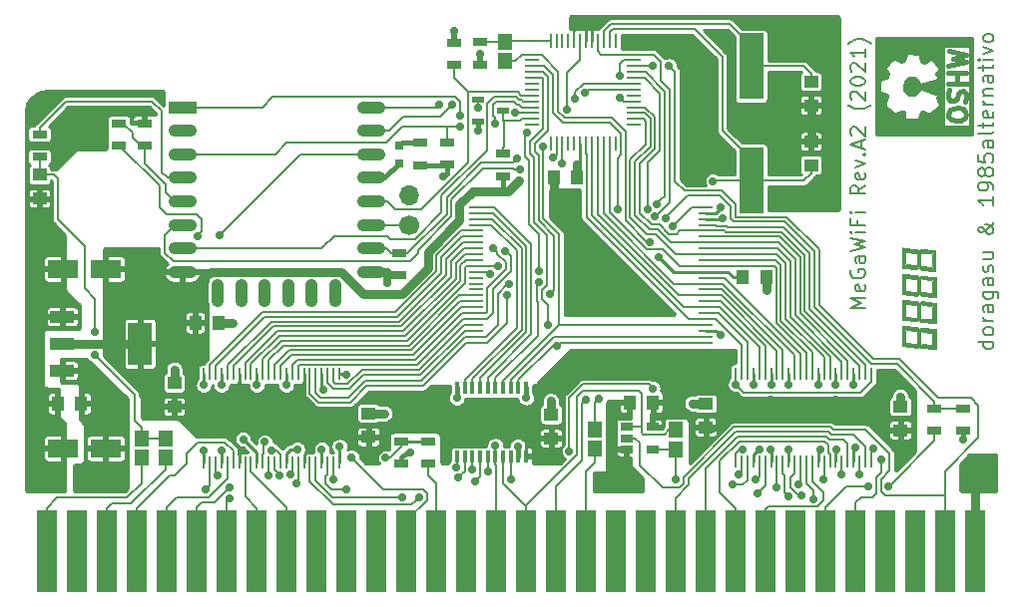
<source format=gbr>
G04 #@! TF.GenerationSoftware,KiCad,Pcbnew,5.1.10*
G04 #@! TF.CreationDate,2021-10-31T11:36:16+01:00*
G04 #@! TF.ProjectId,mega-wifi,6d656761-2d77-4696-9669-2e6b69636164,A1*
G04 #@! TF.SameCoordinates,Original*
G04 #@! TF.FileFunction,Copper,L1,Top*
G04 #@! TF.FilePolarity,Positive*
%FSLAX46Y46*%
G04 Gerber Fmt 4.6, Leading zero omitted, Abs format (unit mm)*
G04 Created by KiCad (PCBNEW 5.1.10) date 2021-10-31 11:36:16*
%MOMM*%
%LPD*%
G01*
G04 APERTURE LIST*
G04 #@! TA.AperFunction,NonConductor*
%ADD10C,0.203200*%
G04 #@! TD*
G04 #@! TA.AperFunction,EtchedComponent*
%ADD11C,0.381000*%
G04 #@! TD*
G04 #@! TA.AperFunction,EtchedComponent*
%ADD12C,0.010000*%
G04 #@! TD*
G04 #@! TA.AperFunction,ComponentPad*
%ADD13O,1.700000X1.700000*%
G04 #@! TD*
G04 #@! TA.AperFunction,ComponentPad*
%ADD14C,1.700000*%
G04 #@! TD*
G04 #@! TA.AperFunction,SMDPad,CuDef*
%ADD15O,1.100000X2.400000*%
G04 #@! TD*
G04 #@! TA.AperFunction,SMDPad,CuDef*
%ADD16R,2.400000X1.100000*%
G04 #@! TD*
G04 #@! TA.AperFunction,SMDPad,CuDef*
%ADD17O,2.400000X1.100000*%
G04 #@! TD*
G04 #@! TA.AperFunction,SMDPad,CuDef*
%ADD18R,1.300000X0.700000*%
G04 #@! TD*
G04 #@! TA.AperFunction,SMDPad,CuDef*
%ADD19R,1.250000X1.000000*%
G04 #@! TD*
G04 #@! TA.AperFunction,SMDPad,CuDef*
%ADD20R,1.270000X0.279400*%
G04 #@! TD*
G04 #@! TA.AperFunction,SMDPad,CuDef*
%ADD21R,1.000000X1.250000*%
G04 #@! TD*
G04 #@! TA.AperFunction,SMDPad,CuDef*
%ADD22R,0.285000X1.000000*%
G04 #@! TD*
G04 #@! TA.AperFunction,SMDPad,CuDef*
%ADD23R,0.400000X1.000000*%
G04 #@! TD*
G04 #@! TA.AperFunction,SMDPad,CuDef*
%ADD24R,0.797560X0.797560*%
G04 #@! TD*
G04 #@! TA.AperFunction,SMDPad,CuDef*
%ADD25R,1.000760X0.599440*%
G04 #@! TD*
G04 #@! TA.AperFunction,SMDPad,CuDef*
%ADD26R,2.032000X3.657600*%
G04 #@! TD*
G04 #@! TA.AperFunction,SMDPad,CuDef*
%ADD27R,2.032000X1.016000*%
G04 #@! TD*
G04 #@! TA.AperFunction,SMDPad,CuDef*
%ADD28R,1.300000X0.250000*%
G04 #@! TD*
G04 #@! TA.AperFunction,SMDPad,CuDef*
%ADD29R,0.250000X1.300000*%
G04 #@! TD*
G04 #@! TA.AperFunction,SMDPad,CuDef*
%ADD30R,2.100580X5.600700*%
G04 #@! TD*
G04 #@! TA.AperFunction,SMDPad,CuDef*
%ADD31R,2.600960X1.600200*%
G04 #@! TD*
G04 #@! TA.AperFunction,SMDPad,CuDef*
%ADD32R,1.778000X6.985000*%
G04 #@! TD*
G04 #@! TA.AperFunction,SMDPad,CuDef*
%ADD33R,1.060000X0.650000*%
G04 #@! TD*
G04 #@! TA.AperFunction,SMDPad,CuDef*
%ADD34R,1.250000X1.380000*%
G04 #@! TD*
G04 #@! TA.AperFunction,ViaPad*
%ADD35C,0.711200*%
G04 #@! TD*
G04 #@! TA.AperFunction,Conductor*
%ADD36C,0.762000*%
G04 #@! TD*
G04 #@! TA.AperFunction,Conductor*
%ADD37C,0.254000*%
G04 #@! TD*
G04 #@! TA.AperFunction,Conductor*
%ADD38C,0.635000*%
G04 #@! TD*
G04 #@! TA.AperFunction,Conductor*
%ADD39C,0.508000*%
G04 #@! TD*
G04 #@! TA.AperFunction,Conductor*
%ADD40C,0.381000*%
G04 #@! TD*
G04 #@! TA.AperFunction,Conductor*
%ADD41C,0.203200*%
G04 #@! TD*
G04 #@! TA.AperFunction,Conductor*
%ADD42C,0.100000*%
G04 #@! TD*
G04 APERTURE END LIST*
D10*
X186959723Y-108416876D02*
X185689723Y-108416876D01*
X186899247Y-108416876D02*
X186959723Y-108537828D01*
X186959723Y-108779733D01*
X186899247Y-108900685D01*
X186838771Y-108961161D01*
X186717819Y-109021638D01*
X186354961Y-109021638D01*
X186234009Y-108961161D01*
X186173533Y-108900685D01*
X186113057Y-108779733D01*
X186113057Y-108537828D01*
X186173533Y-108416876D01*
X186959723Y-107630685D02*
X186899247Y-107751638D01*
X186838771Y-107812114D01*
X186717819Y-107872590D01*
X186354961Y-107872590D01*
X186234009Y-107812114D01*
X186173533Y-107751638D01*
X186113057Y-107630685D01*
X186113057Y-107449257D01*
X186173533Y-107328304D01*
X186234009Y-107267828D01*
X186354961Y-107207352D01*
X186717819Y-107207352D01*
X186838771Y-107267828D01*
X186899247Y-107328304D01*
X186959723Y-107449257D01*
X186959723Y-107630685D01*
X186959723Y-106663066D02*
X186113057Y-106663066D01*
X186354961Y-106663066D02*
X186234009Y-106602590D01*
X186173533Y-106542114D01*
X186113057Y-106421161D01*
X186113057Y-106300209D01*
X186959723Y-105332590D02*
X186294485Y-105332590D01*
X186173533Y-105393066D01*
X186113057Y-105514019D01*
X186113057Y-105755923D01*
X186173533Y-105876876D01*
X186899247Y-105332590D02*
X186959723Y-105453542D01*
X186959723Y-105755923D01*
X186899247Y-105876876D01*
X186778295Y-105937352D01*
X186657342Y-105937352D01*
X186536390Y-105876876D01*
X186475914Y-105755923D01*
X186475914Y-105453542D01*
X186415438Y-105332590D01*
X186113057Y-104183542D02*
X187141152Y-104183542D01*
X187262104Y-104244019D01*
X187322580Y-104304495D01*
X187383057Y-104425447D01*
X187383057Y-104606876D01*
X187322580Y-104727828D01*
X186899247Y-104183542D02*
X186959723Y-104304495D01*
X186959723Y-104546400D01*
X186899247Y-104667352D01*
X186838771Y-104727828D01*
X186717819Y-104788304D01*
X186354961Y-104788304D01*
X186234009Y-104727828D01*
X186173533Y-104667352D01*
X186113057Y-104546400D01*
X186113057Y-104304495D01*
X186173533Y-104183542D01*
X186959723Y-103034495D02*
X186294485Y-103034495D01*
X186173533Y-103094971D01*
X186113057Y-103215923D01*
X186113057Y-103457828D01*
X186173533Y-103578780D01*
X186899247Y-103034495D02*
X186959723Y-103155447D01*
X186959723Y-103457828D01*
X186899247Y-103578780D01*
X186778295Y-103639257D01*
X186657342Y-103639257D01*
X186536390Y-103578780D01*
X186475914Y-103457828D01*
X186475914Y-103155447D01*
X186415438Y-103034495D01*
X186899247Y-102490209D02*
X186959723Y-102369257D01*
X186959723Y-102127352D01*
X186899247Y-102006400D01*
X186778295Y-101945923D01*
X186717819Y-101945923D01*
X186596866Y-102006400D01*
X186536390Y-102127352D01*
X186536390Y-102308780D01*
X186475914Y-102429733D01*
X186354961Y-102490209D01*
X186294485Y-102490209D01*
X186173533Y-102429733D01*
X186113057Y-102308780D01*
X186113057Y-102127352D01*
X186173533Y-102006400D01*
X186113057Y-100857352D02*
X186959723Y-100857352D01*
X186113057Y-101401638D02*
X186778295Y-101401638D01*
X186899247Y-101341161D01*
X186959723Y-101220209D01*
X186959723Y-101038780D01*
X186899247Y-100917828D01*
X186838771Y-100857352D01*
X186959723Y-98256876D02*
X186959723Y-98317352D01*
X186899247Y-98438304D01*
X186717819Y-98619733D01*
X186354961Y-98922114D01*
X186173533Y-99043066D01*
X185992104Y-99103542D01*
X185871152Y-99103542D01*
X185750200Y-99043066D01*
X185689723Y-98922114D01*
X185689723Y-98861638D01*
X185750200Y-98740685D01*
X185871152Y-98680209D01*
X185931628Y-98680209D01*
X186052580Y-98740685D01*
X186113057Y-98801161D01*
X186354961Y-99164019D01*
X186415438Y-99224495D01*
X186536390Y-99284971D01*
X186717819Y-99284971D01*
X186838771Y-99224495D01*
X186899247Y-99164019D01*
X186959723Y-99043066D01*
X186959723Y-98861638D01*
X186899247Y-98740685D01*
X186838771Y-98680209D01*
X186596866Y-98498780D01*
X186415438Y-98438304D01*
X186294485Y-98438304D01*
X186959723Y-96079733D02*
X186959723Y-96805447D01*
X186959723Y-96442590D02*
X185689723Y-96442590D01*
X185871152Y-96563542D01*
X185992104Y-96684495D01*
X186052580Y-96805447D01*
X186959723Y-95474971D02*
X186959723Y-95233066D01*
X186899247Y-95112114D01*
X186838771Y-95051638D01*
X186657342Y-94930685D01*
X186415438Y-94870209D01*
X185931628Y-94870209D01*
X185810676Y-94930685D01*
X185750200Y-94991161D01*
X185689723Y-95112114D01*
X185689723Y-95354019D01*
X185750200Y-95474971D01*
X185810676Y-95535447D01*
X185931628Y-95595923D01*
X186234009Y-95595923D01*
X186354961Y-95535447D01*
X186415438Y-95474971D01*
X186475914Y-95354019D01*
X186475914Y-95112114D01*
X186415438Y-94991161D01*
X186354961Y-94930685D01*
X186234009Y-94870209D01*
X186234009Y-94144495D02*
X186173533Y-94265447D01*
X186113057Y-94325923D01*
X185992104Y-94386400D01*
X185931628Y-94386400D01*
X185810676Y-94325923D01*
X185750200Y-94265447D01*
X185689723Y-94144495D01*
X185689723Y-93902590D01*
X185750200Y-93781638D01*
X185810676Y-93721161D01*
X185931628Y-93660685D01*
X185992104Y-93660685D01*
X186113057Y-93721161D01*
X186173533Y-93781638D01*
X186234009Y-93902590D01*
X186234009Y-94144495D01*
X186294485Y-94265447D01*
X186354961Y-94325923D01*
X186475914Y-94386400D01*
X186717819Y-94386400D01*
X186838771Y-94325923D01*
X186899247Y-94265447D01*
X186959723Y-94144495D01*
X186959723Y-93902590D01*
X186899247Y-93781638D01*
X186838771Y-93721161D01*
X186717819Y-93660685D01*
X186475914Y-93660685D01*
X186354961Y-93721161D01*
X186294485Y-93781638D01*
X186234009Y-93902590D01*
X185689723Y-92511638D02*
X185689723Y-93116400D01*
X186294485Y-93176876D01*
X186234009Y-93116400D01*
X186173533Y-92995447D01*
X186173533Y-92693066D01*
X186234009Y-92572114D01*
X186294485Y-92511638D01*
X186415438Y-92451161D01*
X186717819Y-92451161D01*
X186838771Y-92511638D01*
X186899247Y-92572114D01*
X186959723Y-92693066D01*
X186959723Y-92995447D01*
X186899247Y-93116400D01*
X186838771Y-93176876D01*
X186959723Y-91362590D02*
X186294485Y-91362590D01*
X186173533Y-91423066D01*
X186113057Y-91544019D01*
X186113057Y-91785923D01*
X186173533Y-91906876D01*
X186899247Y-91362590D02*
X186959723Y-91483542D01*
X186959723Y-91785923D01*
X186899247Y-91906876D01*
X186778295Y-91967352D01*
X186657342Y-91967352D01*
X186536390Y-91906876D01*
X186475914Y-91785923D01*
X186475914Y-91483542D01*
X186415438Y-91362590D01*
X186959723Y-90576400D02*
X186899247Y-90697352D01*
X186778295Y-90757828D01*
X185689723Y-90757828D01*
X186113057Y-90274019D02*
X186113057Y-89790209D01*
X185689723Y-90092590D02*
X186778295Y-90092590D01*
X186899247Y-90032114D01*
X186959723Y-89911161D01*
X186959723Y-89790209D01*
X186899247Y-88883066D02*
X186959723Y-89004019D01*
X186959723Y-89245923D01*
X186899247Y-89366876D01*
X186778295Y-89427352D01*
X186294485Y-89427352D01*
X186173533Y-89366876D01*
X186113057Y-89245923D01*
X186113057Y-89004019D01*
X186173533Y-88883066D01*
X186294485Y-88822590D01*
X186415438Y-88822590D01*
X186536390Y-89427352D01*
X186959723Y-88278304D02*
X186113057Y-88278304D01*
X186354961Y-88278304D02*
X186234009Y-88217828D01*
X186173533Y-88157352D01*
X186113057Y-88036400D01*
X186113057Y-87915447D01*
X186113057Y-87492114D02*
X186959723Y-87492114D01*
X186234009Y-87492114D02*
X186173533Y-87431638D01*
X186113057Y-87310685D01*
X186113057Y-87129257D01*
X186173533Y-87008304D01*
X186294485Y-86947828D01*
X186959723Y-86947828D01*
X186959723Y-85798780D02*
X186294485Y-85798780D01*
X186173533Y-85859257D01*
X186113057Y-85980209D01*
X186113057Y-86222114D01*
X186173533Y-86343066D01*
X186899247Y-85798780D02*
X186959723Y-85919733D01*
X186959723Y-86222114D01*
X186899247Y-86343066D01*
X186778295Y-86403542D01*
X186657342Y-86403542D01*
X186536390Y-86343066D01*
X186475914Y-86222114D01*
X186475914Y-85919733D01*
X186415438Y-85798780D01*
X186113057Y-85375447D02*
X186113057Y-84891638D01*
X185689723Y-85194019D02*
X186778295Y-85194019D01*
X186899247Y-85133542D01*
X186959723Y-85012590D01*
X186959723Y-84891638D01*
X186959723Y-84468304D02*
X186113057Y-84468304D01*
X185689723Y-84468304D02*
X185750200Y-84528780D01*
X185810676Y-84468304D01*
X185750200Y-84407828D01*
X185689723Y-84468304D01*
X185810676Y-84468304D01*
X186113057Y-83984495D02*
X186959723Y-83682114D01*
X186113057Y-83379733D01*
X186959723Y-82714495D02*
X186899247Y-82835447D01*
X186838771Y-82895923D01*
X186717819Y-82956400D01*
X186354961Y-82956400D01*
X186234009Y-82895923D01*
X186173533Y-82835447D01*
X186113057Y-82714495D01*
X186113057Y-82533066D01*
X186173533Y-82412114D01*
X186234009Y-82351638D01*
X186354961Y-82291161D01*
X186717819Y-82291161D01*
X186838771Y-82351638D01*
X186899247Y-82412114D01*
X186959723Y-82533066D01*
X186959723Y-82714495D01*
X176088523Y-105532161D02*
X174818523Y-105532161D01*
X175725666Y-105108828D01*
X174818523Y-104685495D01*
X176088523Y-104685495D01*
X176028047Y-103596923D02*
X176088523Y-103717876D01*
X176088523Y-103959780D01*
X176028047Y-104080733D01*
X175907095Y-104141209D01*
X175423285Y-104141209D01*
X175302333Y-104080733D01*
X175241857Y-103959780D01*
X175241857Y-103717876D01*
X175302333Y-103596923D01*
X175423285Y-103536447D01*
X175544238Y-103536447D01*
X175665190Y-104141209D01*
X174879000Y-102326923D02*
X174818523Y-102447876D01*
X174818523Y-102629304D01*
X174879000Y-102810733D01*
X174999952Y-102931685D01*
X175120904Y-102992161D01*
X175362809Y-103052638D01*
X175544238Y-103052638D01*
X175786142Y-102992161D01*
X175907095Y-102931685D01*
X176028047Y-102810733D01*
X176088523Y-102629304D01*
X176088523Y-102508352D01*
X176028047Y-102326923D01*
X175967571Y-102266447D01*
X175544238Y-102266447D01*
X175544238Y-102508352D01*
X176088523Y-101177876D02*
X175423285Y-101177876D01*
X175302333Y-101238352D01*
X175241857Y-101359304D01*
X175241857Y-101601209D01*
X175302333Y-101722161D01*
X176028047Y-101177876D02*
X176088523Y-101298828D01*
X176088523Y-101601209D01*
X176028047Y-101722161D01*
X175907095Y-101782638D01*
X175786142Y-101782638D01*
X175665190Y-101722161D01*
X175604714Y-101601209D01*
X175604714Y-101298828D01*
X175544238Y-101177876D01*
X174818523Y-100694066D02*
X176088523Y-100391685D01*
X175181380Y-100149780D01*
X176088523Y-99907876D01*
X174818523Y-99605495D01*
X176088523Y-99121685D02*
X175241857Y-99121685D01*
X174818523Y-99121685D02*
X174879000Y-99182161D01*
X174939476Y-99121685D01*
X174879000Y-99061209D01*
X174818523Y-99121685D01*
X174939476Y-99121685D01*
X175423285Y-98093590D02*
X175423285Y-98516923D01*
X176088523Y-98516923D02*
X174818523Y-98516923D01*
X174818523Y-97912161D01*
X176088523Y-97428352D02*
X175241857Y-97428352D01*
X174818523Y-97428352D02*
X174879000Y-97488828D01*
X174939476Y-97428352D01*
X174879000Y-97367876D01*
X174818523Y-97428352D01*
X174939476Y-97428352D01*
X176088523Y-95130257D02*
X175483761Y-95553590D01*
X176088523Y-95855971D02*
X174818523Y-95855971D01*
X174818523Y-95372161D01*
X174879000Y-95251209D01*
X174939476Y-95190733D01*
X175060428Y-95130257D01*
X175241857Y-95130257D01*
X175362809Y-95190733D01*
X175423285Y-95251209D01*
X175483761Y-95372161D01*
X175483761Y-95855971D01*
X176028047Y-94102161D02*
X176088523Y-94223114D01*
X176088523Y-94465019D01*
X176028047Y-94585971D01*
X175907095Y-94646447D01*
X175423285Y-94646447D01*
X175302333Y-94585971D01*
X175241857Y-94465019D01*
X175241857Y-94223114D01*
X175302333Y-94102161D01*
X175423285Y-94041685D01*
X175544238Y-94041685D01*
X175665190Y-94646447D01*
X175241857Y-93618352D02*
X176088523Y-93315971D01*
X175241857Y-93013590D01*
X175967571Y-92529780D02*
X176028047Y-92469304D01*
X176088523Y-92529780D01*
X176028047Y-92590257D01*
X175967571Y-92529780D01*
X176088523Y-92529780D01*
X175725666Y-91985495D02*
X175725666Y-91380733D01*
X176088523Y-92106447D02*
X174818523Y-91683114D01*
X176088523Y-91259780D01*
X174939476Y-90896923D02*
X174879000Y-90836447D01*
X174818523Y-90715495D01*
X174818523Y-90413114D01*
X174879000Y-90292161D01*
X174939476Y-90231685D01*
X175060428Y-90171209D01*
X175181380Y-90171209D01*
X175362809Y-90231685D01*
X176088523Y-90957400D01*
X176088523Y-90171209D01*
X176572333Y-88296447D02*
X176511857Y-88356923D01*
X176330428Y-88477876D01*
X176209476Y-88538352D01*
X176028047Y-88598828D01*
X175725666Y-88659304D01*
X175483761Y-88659304D01*
X175181380Y-88598828D01*
X174999952Y-88538352D01*
X174879000Y-88477876D01*
X174697571Y-88356923D01*
X174637095Y-88296447D01*
X174939476Y-87873114D02*
X174879000Y-87812638D01*
X174818523Y-87691685D01*
X174818523Y-87389304D01*
X174879000Y-87268352D01*
X174939476Y-87207876D01*
X175060428Y-87147400D01*
X175181380Y-87147400D01*
X175362809Y-87207876D01*
X176088523Y-87933590D01*
X176088523Y-87147400D01*
X174818523Y-86361209D02*
X174818523Y-86240257D01*
X174879000Y-86119304D01*
X174939476Y-86058828D01*
X175060428Y-85998352D01*
X175302333Y-85937876D01*
X175604714Y-85937876D01*
X175846619Y-85998352D01*
X175967571Y-86058828D01*
X176028047Y-86119304D01*
X176088523Y-86240257D01*
X176088523Y-86361209D01*
X176028047Y-86482161D01*
X175967571Y-86542638D01*
X175846619Y-86603114D01*
X175604714Y-86663590D01*
X175302333Y-86663590D01*
X175060428Y-86603114D01*
X174939476Y-86542638D01*
X174879000Y-86482161D01*
X174818523Y-86361209D01*
X174939476Y-85454066D02*
X174879000Y-85393590D01*
X174818523Y-85272638D01*
X174818523Y-84970257D01*
X174879000Y-84849304D01*
X174939476Y-84788828D01*
X175060428Y-84728352D01*
X175181380Y-84728352D01*
X175362809Y-84788828D01*
X176088523Y-85514542D01*
X176088523Y-84728352D01*
X176088523Y-83518828D02*
X176088523Y-84244542D01*
X176088523Y-83881685D02*
X174818523Y-83881685D01*
X174999952Y-84002638D01*
X175120904Y-84123590D01*
X175181380Y-84244542D01*
X176572333Y-83095495D02*
X176511857Y-83035019D01*
X176330428Y-82914066D01*
X176209476Y-82853590D01*
X176028047Y-82793114D01*
X175725666Y-82732638D01*
X175483761Y-82732638D01*
X175181380Y-82793114D01*
X174999952Y-82853590D01*
X174879000Y-82914066D01*
X174697571Y-83035019D01*
X174637095Y-83095495D01*
D11*
X180685440Y-86741000D02*
X182285640Y-87340440D01*
X180787040Y-86641940D02*
X182285640Y-86240620D01*
X180385720Y-87139780D02*
X180385720Y-86342220D01*
X180086000Y-86141560D02*
X180086000Y-87139780D01*
X179786280Y-87139780D02*
X179786280Y-86342220D01*
X182285640Y-90741500D02*
X182285640Y-88739980D01*
X181985920Y-89042240D02*
X181985920Y-90639900D01*
X181686200Y-90741500D02*
X181686200Y-89240360D01*
X181386480Y-89141300D02*
X181386480Y-90741500D01*
X181086760Y-90639900D02*
X181086760Y-89240360D01*
X180787040Y-89540080D02*
X180787040Y-90639900D01*
X180484780Y-90741500D02*
X180484780Y-89740740D01*
X180185060Y-89740740D02*
X180185060Y-90741500D01*
X179885340Y-90639900D02*
X179885340Y-89740740D01*
X179585620Y-89641680D02*
X179585620Y-90639900D01*
X179285900Y-90741500D02*
X179285900Y-89240360D01*
X178986180Y-89141300D02*
X178986180Y-90639900D01*
X178887120Y-90741500D02*
X178887120Y-89341960D01*
X178584860Y-89240360D02*
X178584860Y-90639900D01*
X178285140Y-90639900D02*
X178285140Y-89240360D01*
X177985420Y-88739980D02*
X177985420Y-90540840D01*
X177685700Y-90639900D02*
X177685700Y-87640160D01*
X177385980Y-87442040D02*
X177385980Y-90639900D01*
X177385980Y-85940900D02*
X177385980Y-82842100D01*
X177586640Y-82740500D02*
X177586640Y-85841840D01*
X177886360Y-84742020D02*
X177886360Y-82842100D01*
X178087020Y-82740500D02*
X178087020Y-84439760D01*
X178386740Y-84241640D02*
X178386740Y-82842100D01*
X178686460Y-82842100D02*
X178686460Y-84140040D01*
X178986180Y-84439760D02*
X178986180Y-82740500D01*
X179285900Y-82740500D02*
X179285900Y-84340700D01*
X179585620Y-83840320D02*
X179585620Y-82740500D01*
X179885340Y-82740500D02*
X179885340Y-83741260D01*
X180185060Y-83840320D02*
X180185060Y-82740500D01*
X180484780Y-82740500D02*
X180484780Y-83840320D01*
X180787040Y-83941920D02*
X180787040Y-82842100D01*
X181086760Y-82740500D02*
X181086760Y-84439760D01*
X181386480Y-84340700D02*
X181386480Y-82842100D01*
X181686200Y-84340700D02*
X181686200Y-82941160D01*
X181985920Y-82842100D02*
X181985920Y-84340700D01*
X182285640Y-84640420D02*
X182285640Y-82941160D01*
X181686200Y-86741000D02*
X182387240Y-86540340D01*
X181587140Y-86741000D02*
X182387240Y-86941660D01*
X182585360Y-83040220D02*
X184886600Y-82941160D01*
X182585360Y-90540840D02*
X184886600Y-90540840D01*
X182585360Y-90241120D02*
X185087260Y-90241120D01*
X182585360Y-83240880D02*
X185087260Y-83240880D01*
X182585360Y-90741500D02*
X182585360Y-82740500D01*
X180766720Y-86720680D02*
X181056280Y-86751160D01*
X181056280Y-86751160D02*
X182425340Y-86182200D01*
X182425340Y-86182200D02*
X182275480Y-85740240D01*
X182275480Y-85740240D02*
X182227220Y-85702140D01*
X182227220Y-85702140D02*
X182496460Y-85310980D01*
X182455820Y-85321140D02*
X182425340Y-85120480D01*
X182465980Y-85110320D02*
X181825900Y-84432140D01*
X181825900Y-84432140D02*
X181594760Y-84340700D01*
X181594760Y-84340700D02*
X181117240Y-84609940D01*
X181117240Y-84609940D02*
X180964840Y-84582000D01*
X180964840Y-84582000D02*
X180776880Y-83901280D01*
X180776880Y-83901280D02*
X179595780Y-83840320D01*
X179595780Y-83840320D02*
X179346860Y-84510880D01*
X179346860Y-84510880D02*
X179146200Y-84582000D01*
X179146200Y-84582000D02*
X178615340Y-84310220D01*
X178615340Y-84310220D02*
X178305460Y-84432140D01*
X178305460Y-84432140D02*
X177695860Y-85072220D01*
X177695860Y-85072220D02*
X177685700Y-85280500D01*
X177685700Y-85280500D02*
X177944780Y-85702140D01*
X177944780Y-85702140D02*
X177866040Y-85879940D01*
X177866040Y-85879940D02*
X177307240Y-86100920D01*
X177307240Y-86100920D02*
X177236120Y-86121240D01*
X177236120Y-86121240D02*
X177215800Y-87292180D01*
X177175160Y-87282020D02*
X177845720Y-87530940D01*
X177845720Y-87530940D02*
X177916840Y-87650320D01*
X177916840Y-87650320D02*
X177617120Y-88351360D01*
X177617120Y-88351360D02*
X178516280Y-89202260D01*
X178516280Y-89202260D02*
X179146200Y-88930480D01*
X179146200Y-88930480D02*
X179275740Y-88971120D01*
X179275740Y-88971120D02*
X179357020Y-89491820D01*
X179357020Y-89491820D02*
X179415440Y-89641680D01*
X179415440Y-89641680D02*
X180675280Y-89611200D01*
X180675280Y-89611200D02*
X180906420Y-88971120D01*
X180906420Y-88971120D02*
X181005480Y-88940640D01*
X181005480Y-88940640D02*
X181615080Y-89240360D01*
X181615080Y-89240360D02*
X182455820Y-88419940D01*
X182455820Y-88419940D02*
X182547260Y-88310720D01*
X182547260Y-88310720D02*
X182255160Y-87721440D01*
X182255160Y-87721440D02*
X182394860Y-87459820D01*
X182394860Y-87459820D02*
X182394860Y-87231220D01*
X182394860Y-87231220D02*
X180886100Y-86690200D01*
X180886100Y-86690200D02*
X180576220Y-86931500D01*
X180576220Y-86931500D02*
X180586380Y-87010240D01*
X180586380Y-87010240D02*
X180446680Y-87221060D01*
X180446680Y-87221060D02*
X180246020Y-87360760D01*
X180246020Y-87360760D02*
X179806600Y-87320120D01*
X179806600Y-87320120D02*
X179517040Y-87040720D01*
X179517040Y-87040720D02*
X179445920Y-86680040D01*
X179445920Y-86680040D02*
X179565300Y-86342220D01*
X179565300Y-86342220D02*
X179865020Y-86111080D01*
X179865020Y-86111080D02*
X180266340Y-86121240D01*
X180266340Y-86121240D02*
X180456840Y-86230460D01*
X180456840Y-86230460D02*
X180766720Y-86741000D01*
X177086260Y-90741500D02*
X177086260Y-82740500D01*
X177086260Y-82740500D02*
X185087260Y-82740500D01*
X185087260Y-82740500D02*
X185087260Y-90741500D01*
X185087260Y-90741500D02*
X177086260Y-90741500D01*
X183167020Y-85023960D02*
X184637680Y-84663280D01*
X184637680Y-84663280D02*
X183575960Y-84383880D01*
X183575960Y-84383880D02*
X184647840Y-84074000D01*
X184647840Y-84074000D02*
X183197500Y-83733640D01*
X183857900Y-86443820D02*
X183847740Y-85653880D01*
X183847740Y-85653880D02*
X183857900Y-85643720D01*
X183857900Y-85643720D02*
X183847740Y-85643720D01*
X183136540Y-85603080D02*
X184678320Y-85603080D01*
X183126380Y-86492080D02*
X184696100Y-86492080D01*
X184696100Y-86492080D02*
X184685940Y-86481920D01*
X183227980Y-87043260D02*
X183146700Y-87393780D01*
X183146700Y-87393780D02*
X183136540Y-87713820D01*
X183136540Y-87713820D02*
X183337200Y-87952580D01*
X183337200Y-87952580D02*
X183606440Y-87983060D01*
X183606440Y-87983060D02*
X183847740Y-87741760D01*
X183847740Y-87741760D02*
X183977280Y-87353140D01*
X183977280Y-87353140D02*
X184137300Y-87172800D01*
X184137300Y-87172800D02*
X184437020Y-87132160D01*
X184437020Y-87132160D02*
X184658000Y-87363300D01*
X184658000Y-87363300D02*
X184685940Y-87683340D01*
X184685940Y-87683340D02*
X184576720Y-88033860D01*
X183126380Y-89072720D02*
X183146700Y-89321640D01*
X183146700Y-89321640D02*
X183388000Y-89562940D01*
X183388000Y-89562940D02*
X183878220Y-89651840D01*
X183878220Y-89651840D02*
X184226200Y-89623900D01*
X184226200Y-89623900D02*
X184546240Y-89423240D01*
X184546240Y-89423240D02*
X184668160Y-89171780D01*
X184668160Y-89171780D02*
X184597040Y-88861900D01*
X184597040Y-88861900D02*
X184416700Y-88643460D01*
X184416700Y-88643460D02*
X183956960Y-88572340D01*
X183956960Y-88572340D02*
X183548020Y-88623140D01*
X183548020Y-88623140D02*
X183266080Y-88732360D01*
X183266080Y-88732360D02*
X183136540Y-89093040D01*
D12*
G36*
X179569340Y-105214020D02*
G01*
X179259930Y-104869230D01*
X180472550Y-104979850D01*
X180587990Y-105104260D01*
X180393990Y-105288670D01*
X179569340Y-105214020D01*
G37*
X179569340Y-105214020D02*
X179259930Y-104869230D01*
X180472550Y-104979850D01*
X180587990Y-105104260D01*
X180393990Y-105288670D01*
X179569340Y-105214020D01*
G36*
X179210340Y-108788449D02*
G01*
X179210340Y-107126620D01*
X179528540Y-107466620D01*
X179528540Y-108499441D01*
X179210340Y-108788449D01*
G37*
X179210340Y-108788449D02*
X179210340Y-107126620D01*
X179528540Y-107466620D01*
X179528540Y-108499441D01*
X179210340Y-108788449D01*
G36*
X180496690Y-107533240D02*
G01*
X180646430Y-107390880D01*
X180796170Y-107561880D01*
X180796170Y-108627424D01*
X180646430Y-108759477D01*
X180496690Y-108596609D01*
X180496690Y-107533240D01*
G37*
X180496690Y-107533240D02*
X180646430Y-107390880D01*
X180796170Y-107561880D01*
X180796170Y-108627424D01*
X180646430Y-108759477D01*
X180496690Y-108596609D01*
X180496690Y-107533240D01*
G36*
X180515620Y-108927175D02*
G01*
X179268010Y-108817474D01*
X179586200Y-108529715D01*
X180434620Y-108604368D01*
X180634380Y-108818180D01*
X180515620Y-108927175D01*
G37*
X180515620Y-108927175D02*
X179268010Y-108817474D01*
X179586200Y-108529715D01*
X180434620Y-108604368D01*
X180634380Y-108818180D01*
X180515620Y-108927175D01*
G36*
X182090550Y-107412570D02*
G01*
X182090550Y-109014523D01*
X181772299Y-108679997D01*
X181772299Y-107686560D01*
X182090550Y-107412570D01*
G37*
X182090550Y-107412570D02*
X182090550Y-109014523D01*
X181772299Y-108679997D01*
X181772299Y-107686560D01*
X182090550Y-107412570D01*
G36*
X182021811Y-106859520D02*
G01*
X180802840Y-106752370D01*
X180682290Y-106628070D01*
X180877660Y-106449850D01*
X181709744Y-106518700D01*
X182021811Y-106859520D01*
G37*
X182021811Y-106859520D02*
X180802840Y-106752370D01*
X180682290Y-106628070D01*
X180877660Y-106449850D01*
X181709744Y-106518700D01*
X182021811Y-106859520D01*
G36*
X180891870Y-108647227D02*
G01*
X181710721Y-108717594D01*
X182017796Y-109065630D01*
X180818250Y-108956255D01*
X180699650Y-108829248D01*
X180891870Y-108647227D01*
G37*
X180891870Y-108647227D02*
X181710721Y-108717594D01*
X182017796Y-109065630D01*
X180818250Y-108956255D01*
X180699650Y-108829248D01*
X180891870Y-108647227D01*
G36*
X180385370Y-107517340D02*
G01*
X179537010Y-107442850D01*
X179217660Y-107094660D01*
X180466200Y-107204950D01*
X180584970Y-107333310D01*
X180385370Y-107517340D01*
G37*
X180385370Y-107517340D02*
X179537010Y-107442850D01*
X179217660Y-107094660D01*
X180466200Y-107204950D01*
X180584970Y-107333310D01*
X180385370Y-107517340D01*
G36*
X180826660Y-107236590D02*
G01*
X182070964Y-107345850D01*
X181751846Y-107632960D01*
X180903050Y-107562750D01*
X180703670Y-107346660D01*
X180826660Y-107236590D01*
G37*
X180826660Y-107236590D02*
X182070964Y-107345850D01*
X181751846Y-107632960D01*
X180903050Y-107562750D01*
X180703670Y-107346660D01*
X180826660Y-107236590D01*
G36*
X180396870Y-100878410D02*
G01*
X179576440Y-100803910D01*
X179268720Y-100460810D01*
X180475050Y-100570300D01*
X180589950Y-100694420D01*
X180396870Y-100878410D01*
G37*
X180396870Y-100878410D02*
X179576440Y-100803910D01*
X179268720Y-100460810D01*
X180475050Y-100570300D01*
X180589950Y-100694420D01*
X180396870Y-100878410D01*
G36*
X180893660Y-102024500D02*
G01*
X181729331Y-102094710D01*
X182042753Y-102442200D01*
X180818520Y-102332990D01*
X180697480Y-102206250D01*
X180893660Y-102024500D01*
G37*
X180893660Y-102024500D02*
X181729331Y-102094710D01*
X182042753Y-102442200D01*
X180818520Y-102332990D01*
X180697480Y-102206250D01*
X180893660Y-102024500D01*
G36*
X180805670Y-100548550D02*
G01*
X181997722Y-100658840D01*
X181692710Y-100941600D01*
X180878960Y-100870590D01*
X180687660Y-100654600D01*
X180805670Y-100548550D01*
G37*
X180805670Y-100548550D02*
X181997722Y-100658840D01*
X181692710Y-100941600D01*
X180878960Y-100870590D01*
X180687660Y-100654600D01*
X180805670Y-100548550D01*
G36*
X179211650Y-100415620D02*
G01*
X179517860Y-100755090D01*
X179517860Y-101786060D01*
X179211650Y-102074590D01*
X179211650Y-100415620D01*
G37*
X179211650Y-100415620D02*
X179517860Y-100755090D01*
X179517860Y-101786060D01*
X179211650Y-102074590D01*
X179211650Y-100415620D01*
G36*
X180471300Y-100844270D02*
G01*
X180630370Y-100700230D01*
X180789500Y-100873090D01*
X180789500Y-101947250D01*
X180630370Y-102083100D01*
X180471300Y-101918440D01*
X180471300Y-100844270D01*
G37*
X180471300Y-100844270D02*
X180630370Y-100700230D01*
X180789500Y-100873090D01*
X180789500Y-101947250D01*
X180630370Y-102083100D01*
X180471300Y-101918440D01*
X180471300Y-100844270D01*
G36*
X180468260Y-102248460D02*
G01*
X179250760Y-102138230D01*
X179561260Y-101851170D01*
X180389590Y-101922020D01*
X180584260Y-102138230D01*
X180468260Y-102248460D01*
G37*
X180468260Y-102248460D02*
X179250760Y-102138230D01*
X179561260Y-101851170D01*
X180389590Y-101922020D01*
X180584260Y-102138230D01*
X180468260Y-102248460D01*
G36*
X182065159Y-100706530D02*
G01*
X182065159Y-102299350D01*
X181746908Y-101969320D01*
X181746908Y-100979480D01*
X182065159Y-100706530D01*
G37*
X182065159Y-100706530D02*
X182065159Y-102299350D01*
X181746908Y-101969320D01*
X181746908Y-100979480D01*
X182065159Y-100706530D01*
G36*
X180811960Y-105006820D02*
G01*
X182031468Y-105115980D01*
X181719456Y-105398800D01*
X180886940Y-105328550D01*
X180691410Y-105112670D01*
X180811960Y-105006820D01*
G37*
X180811960Y-105006820D02*
X182031468Y-105115980D01*
X181719456Y-105398800D01*
X180886940Y-105328550D01*
X180691410Y-105112670D01*
X180811960Y-105006820D01*
G36*
X179206330Y-104923490D02*
G01*
X179515620Y-105252310D01*
X179515620Y-106251230D01*
X179206330Y-106530740D01*
X179206330Y-104923490D01*
G37*
X179206330Y-104923490D02*
X179515620Y-105252310D01*
X179515620Y-106251230D01*
X179206330Y-106530740D01*
X179206330Y-104923490D01*
G36*
X180477050Y-105299840D02*
G01*
X180631730Y-105155960D01*
X180786410Y-105328700D01*
X180786410Y-106403140D01*
X180631730Y-106538990D01*
X180477050Y-106374280D01*
X180477050Y-105299840D01*
G37*
X180477050Y-105299840D02*
X180631730Y-105155960D01*
X180786410Y-105328700D01*
X180786410Y-106403140D01*
X180631730Y-106538990D01*
X180477050Y-106374280D01*
X180477050Y-105299840D01*
G36*
X180472490Y-106699200D02*
G01*
X179259810Y-106589820D01*
X179569120Y-106304940D01*
X180394090Y-106375200D01*
X180587990Y-106589820D01*
X180472490Y-106699200D01*
G37*
X180472490Y-106699200D02*
X179259810Y-106589820D01*
X179569120Y-106304940D01*
X180394090Y-106375200D01*
X180587990Y-106589820D01*
X180472490Y-106699200D01*
G36*
X182075847Y-105174240D02*
G01*
X182075847Y-106821600D01*
X181779894Y-106480340D01*
X181779894Y-105456530D01*
X182075847Y-105174240D01*
G37*
X182075847Y-105174240D02*
X182075847Y-106821600D01*
X181779894Y-106480340D01*
X181779894Y-105456530D01*
X182075847Y-105174240D01*
G36*
X180406740Y-103089020D02*
G01*
X179571400Y-103014520D01*
X179258040Y-102671420D01*
X180486330Y-102780910D01*
X180603300Y-102905030D01*
X180406740Y-103089020D01*
G37*
X180406740Y-103089020D02*
X179571400Y-103014520D01*
X179258040Y-102671420D01*
X180486330Y-102780910D01*
X180603300Y-102905030D01*
X180406740Y-103089020D01*
G36*
X180811850Y-102809940D02*
G01*
X182036079Y-102919140D01*
X181722874Y-103202070D01*
X180887100Y-103131820D01*
X180690810Y-102915840D01*
X180811850Y-102809940D01*
G37*
X180811850Y-102809940D02*
X182036079Y-102919140D01*
X181722874Y-103202070D01*
X180887100Y-103131820D01*
X180690810Y-102915840D01*
X180811850Y-102809940D01*
G36*
X179208980Y-102718570D02*
G01*
X179522360Y-103057980D01*
X179522360Y-104089020D01*
X179208980Y-104377530D01*
X179208980Y-102718570D01*
G37*
X179208980Y-102718570D02*
X179522360Y-103057980D01*
X179522360Y-104089020D01*
X179208980Y-104377530D01*
X179208980Y-102718570D01*
G36*
X180477760Y-103091020D02*
G01*
X180634380Y-102942480D01*
X180791070Y-103120810D01*
X180791070Y-104232190D01*
X180634380Y-104369990D01*
X180477760Y-104200070D01*
X180477760Y-103091020D01*
G37*
X180477760Y-103091020D02*
X180634380Y-102942480D01*
X180791070Y-103120810D01*
X180791070Y-104232190D01*
X180634380Y-104369990D01*
X180477760Y-104200070D01*
X180477760Y-103091020D01*
G36*
X180488980Y-104502590D02*
G01*
X179260520Y-104393050D01*
X179573840Y-104105780D01*
X180409230Y-104180320D01*
X180605950Y-104393810D01*
X180488980Y-104502590D01*
G37*
X180488980Y-104502590D02*
X179260520Y-104393050D01*
X179573840Y-104105780D01*
X180409230Y-104180320D01*
X180605950Y-104393810D01*
X180488980Y-104502590D01*
G36*
X182075847Y-102953320D02*
G01*
X182075847Y-104619170D01*
X181762533Y-104271250D01*
X181762533Y-103238160D01*
X182075847Y-102953320D01*
G37*
X182075847Y-102953320D02*
X182075847Y-104619170D01*
X181762533Y-104271250D01*
X181762533Y-103238160D01*
X182075847Y-102953320D01*
G36*
X181725315Y-104295990D02*
G01*
X182038738Y-104643440D01*
X180814510Y-104534210D01*
X180693470Y-104407480D01*
X180889650Y-104225780D01*
X181725315Y-104295990D01*
G37*
X181725315Y-104295990D02*
X182038738Y-104643440D01*
X180814510Y-104534210D01*
X180693470Y-104407480D01*
X180889650Y-104225780D01*
X181725315Y-104295990D01*
D13*
X137426700Y-95961200D03*
D14*
X137426700Y-98501200D03*
D15*
X121150800Y-104256800D03*
X123150800Y-104256800D03*
X125150800Y-104256800D03*
X127150800Y-104256800D03*
X129150800Y-104256800D03*
X131150800Y-104256800D03*
D16*
X118160800Y-88506800D03*
D17*
X118160800Y-90506800D03*
X118160800Y-92506800D03*
X118160800Y-94506800D03*
X118160800Y-96506800D03*
X118160800Y-98506800D03*
X118160800Y-100506800D03*
X118160800Y-102506800D03*
X134160800Y-102506800D03*
X134160800Y-100506800D03*
X134160800Y-98506800D03*
X134160800Y-96506800D03*
X134160800Y-94506800D03*
X134160800Y-92506800D03*
X134160800Y-90506800D03*
X134160800Y-88506800D03*
D18*
X112776000Y-89855000D03*
X112776000Y-91755000D03*
X114935000Y-89855000D03*
X114935000Y-91755000D03*
X138303000Y-91518700D03*
X138303000Y-93418700D03*
D19*
X162560000Y-115681000D03*
X162560000Y-113681000D03*
D20*
X143105041Y-96988897D03*
X143105041Y-97488897D03*
X143105041Y-97988897D03*
X143105041Y-98488897D03*
X143105041Y-98988897D03*
X143105041Y-99488897D03*
X143105041Y-99988897D03*
X143105041Y-100488897D03*
X143105041Y-100988897D03*
X143105041Y-101488897D03*
X143105041Y-101988897D03*
X143105041Y-102488897D03*
X143105041Y-102988897D03*
X143105041Y-103488897D03*
X143105041Y-103988897D03*
X143105041Y-104488897D03*
X162536041Y-104488897D03*
X162536041Y-103988897D03*
X162536041Y-103488897D03*
X162536041Y-102988897D03*
X162536041Y-102488897D03*
X162536041Y-101988897D03*
X162536041Y-101488897D03*
X162536041Y-100988897D03*
X162536041Y-100488897D03*
X162536041Y-99988897D03*
X162536041Y-99488897D03*
X162536041Y-98988897D03*
X162536041Y-98488897D03*
X162536041Y-97988897D03*
X162536041Y-97488897D03*
X162536041Y-96988897D03*
X143105041Y-104988897D03*
X143105041Y-105488897D03*
X143105041Y-105988897D03*
X143105041Y-106488897D03*
X143105041Y-106988897D03*
X143105041Y-107488897D03*
X143105041Y-107988897D03*
X143105041Y-108488897D03*
X162536041Y-108488897D03*
X162536041Y-107988897D03*
X162536041Y-107488897D03*
X162536041Y-106988897D03*
X162536041Y-106488897D03*
X162536041Y-105988897D03*
X162536041Y-105488897D03*
X162536041Y-104988897D03*
D21*
X165725600Y-102946200D03*
X167725600Y-102946200D03*
D22*
X119980000Y-118685000D03*
X120480000Y-118685000D03*
X120980000Y-118685000D03*
X121480000Y-118685000D03*
X121980000Y-118685000D03*
X122480000Y-118685000D03*
X122980000Y-118685000D03*
X123480000Y-118685000D03*
X123980000Y-118685000D03*
X124480000Y-118685000D03*
X124980000Y-118685000D03*
X125480000Y-118685000D03*
X125980000Y-118685000D03*
X126480000Y-118685000D03*
X126980000Y-118685000D03*
X127480000Y-118685000D03*
X127980000Y-118685000D03*
X128480000Y-118685000D03*
X128980000Y-118685000D03*
X129480000Y-118685000D03*
X129980000Y-118685000D03*
X130480000Y-118685000D03*
X130980000Y-118685000D03*
X131480000Y-118685000D03*
X131480000Y-111185000D03*
X130980000Y-111185000D03*
X130480000Y-111185000D03*
X129980000Y-111185000D03*
X129480000Y-111185000D03*
X128980000Y-111185000D03*
X128480000Y-111185000D03*
X127980000Y-111185000D03*
X127480000Y-111185000D03*
X126980000Y-111185000D03*
X126480000Y-111185000D03*
X125980000Y-111185000D03*
X125480000Y-111185000D03*
X124980000Y-111185000D03*
X124480000Y-111185000D03*
X123980000Y-111185000D03*
X123480000Y-111185000D03*
X122980000Y-111185000D03*
X122480000Y-111185000D03*
X121980000Y-111185000D03*
X121480000Y-111185000D03*
X120980000Y-111185000D03*
X120480000Y-111185000D03*
X119980000Y-111185000D03*
D23*
X147312166Y-112372334D03*
X146662166Y-112372334D03*
X146012166Y-112372334D03*
X145362166Y-112372334D03*
X144712166Y-112372334D03*
X144062166Y-112372334D03*
X143412166Y-112372334D03*
X142762166Y-112372334D03*
X142112166Y-112372334D03*
X141462166Y-112372334D03*
X141462166Y-118172334D03*
X142112166Y-118172334D03*
X142762166Y-118172334D03*
X143412166Y-118172334D03*
X144062166Y-118172334D03*
X144712166Y-118172334D03*
X145362166Y-118172334D03*
X146012166Y-118172334D03*
X146662166Y-118172334D03*
X147312166Y-118172334D03*
D21*
X109585000Y-113665000D03*
X107585000Y-113665000D03*
D19*
X133959600Y-116493800D03*
X133959600Y-114493800D03*
X117475000Y-113935000D03*
X117475000Y-111935000D03*
X149440900Y-116624100D03*
X149440900Y-114624100D03*
X179070000Y-115935000D03*
X179070000Y-113935000D03*
D21*
X151647400Y-94437200D03*
X149647400Y-94437200D03*
D19*
X171492956Y-91408816D03*
X171492956Y-93408816D03*
X171492956Y-88328816D03*
X171492956Y-86328816D03*
D21*
X119253000Y-106807000D03*
X121253000Y-106807000D03*
D24*
X136525000Y-93268800D03*
X136525000Y-91770200D03*
D25*
X143230302Y-87837048D03*
X145343582Y-88789548D03*
X143230302Y-89742048D03*
D18*
X184413345Y-116012813D03*
X184413345Y-114112813D03*
X140589000Y-91506000D03*
X140589000Y-93406000D03*
X181974945Y-114112813D03*
X181974945Y-116012813D03*
X141224000Y-82997000D03*
X141224000Y-84897000D03*
X143398448Y-82969734D03*
X143398448Y-84869734D03*
X145338800Y-94371200D03*
X145338800Y-92471200D03*
X136525000Y-102804000D03*
X136525000Y-100904000D03*
D26*
X114554000Y-108585000D03*
D27*
X107950000Y-108585000D03*
X107950000Y-110871000D03*
X107950000Y-106299000D03*
D22*
X176600000Y-111125000D03*
X176100000Y-111125000D03*
X175600000Y-111125000D03*
X175100000Y-111125000D03*
X174600000Y-111125000D03*
X174100000Y-111125000D03*
X173600000Y-111125000D03*
X173100000Y-111125000D03*
X172600000Y-111125000D03*
X172100000Y-111125000D03*
X171600000Y-111125000D03*
X171100000Y-111125000D03*
X170600000Y-111125000D03*
X170100000Y-111125000D03*
X169600000Y-111125000D03*
X169100000Y-111125000D03*
X168600000Y-111125000D03*
X168100000Y-111125000D03*
X167600000Y-111125000D03*
X167100000Y-111125000D03*
X166600000Y-111125000D03*
X166100000Y-111125000D03*
X165600000Y-111125000D03*
X165100000Y-111125000D03*
X165100000Y-118625000D03*
X165600000Y-118625000D03*
X166100000Y-118625000D03*
X166600000Y-118625000D03*
X167100000Y-118625000D03*
X167600000Y-118625000D03*
X168100000Y-118625000D03*
X168600000Y-118625000D03*
X169100000Y-118625000D03*
X169600000Y-118625000D03*
X170100000Y-118625000D03*
X170600000Y-118625000D03*
X171100000Y-118625000D03*
X171600000Y-118625000D03*
X172100000Y-118625000D03*
X172600000Y-118625000D03*
X173100000Y-118625000D03*
X173600000Y-118625000D03*
X174100000Y-118625000D03*
X174600000Y-118625000D03*
X175100000Y-118625000D03*
X175600000Y-118625000D03*
X176100000Y-118625000D03*
X176600000Y-118625000D03*
D28*
X156496000Y-89999000D03*
X156496000Y-89499000D03*
X156496000Y-88999000D03*
X156496000Y-88499000D03*
X156496000Y-87999000D03*
X156496000Y-87499000D03*
X156496000Y-86999000D03*
X156496000Y-86499000D03*
X156496000Y-85999000D03*
X156496000Y-85499000D03*
X156496000Y-84999000D03*
X156496000Y-84499000D03*
D29*
X154896000Y-82899000D03*
X154396000Y-82899000D03*
X153896000Y-82899000D03*
X153396000Y-82899000D03*
X152896000Y-82899000D03*
X152396000Y-82899000D03*
X151896000Y-82899000D03*
X151396000Y-82899000D03*
X150896000Y-82899000D03*
X150396000Y-82899000D03*
X149896000Y-82899000D03*
X149396000Y-82899000D03*
D28*
X147796000Y-84499000D03*
X147796000Y-84999000D03*
X147796000Y-85499000D03*
X147796000Y-85999000D03*
X147796000Y-86499000D03*
X147796000Y-86999000D03*
X147796000Y-87499000D03*
X147796000Y-87999000D03*
X147796000Y-88499000D03*
X147796000Y-88999000D03*
X147796000Y-89499000D03*
X147796000Y-89999000D03*
D29*
X149396000Y-91599000D03*
X149896000Y-91599000D03*
X150396000Y-91599000D03*
X150896000Y-91599000D03*
X151396000Y-91599000D03*
X151896000Y-91599000D03*
X152396000Y-91599000D03*
X152896000Y-91599000D03*
X153396000Y-91599000D03*
X153896000Y-91599000D03*
X154396000Y-91599000D03*
X154896000Y-91599000D03*
D30*
X166412956Y-94717676D03*
X166412956Y-85019956D03*
D31*
X111655860Y-117475000D03*
X108054140Y-117475000D03*
X111655860Y-102235000D03*
X108054140Y-102235000D03*
D32*
X106680000Y-126238000D03*
X109220000Y-126238000D03*
X111760000Y-126238000D03*
X114300000Y-126238000D03*
X116840000Y-126238000D03*
X119380000Y-126238000D03*
X121920000Y-126238000D03*
X124460000Y-126238000D03*
X127000000Y-126238000D03*
X129540000Y-126238000D03*
X132080000Y-126238000D03*
X134620000Y-126238000D03*
X137160000Y-126238000D03*
X139700000Y-126238000D03*
X142240000Y-126238000D03*
X144780000Y-126238000D03*
X147320000Y-126238000D03*
X149860000Y-126238000D03*
X152400000Y-126238000D03*
X154940000Y-126238000D03*
X157480000Y-126238000D03*
X160020000Y-126238000D03*
X162560000Y-126238000D03*
X165100000Y-126238000D03*
X167640000Y-126238000D03*
X170180000Y-126238000D03*
X172720000Y-126238000D03*
X175260000Y-126238000D03*
X177800000Y-126238000D03*
X180340000Y-126238000D03*
X182880000Y-126238000D03*
X185420000Y-126238000D03*
D33*
X155829000Y-115661400D03*
X155829000Y-116611400D03*
X155829000Y-117561400D03*
X158029000Y-117561400D03*
X158029000Y-115661400D03*
D34*
X153162000Y-117523000D03*
X153162000Y-115903000D03*
X145557448Y-82982734D03*
X145557448Y-84602734D03*
D21*
X158099000Y-113563400D03*
X156099000Y-113563400D03*
D34*
X160020000Y-115928400D03*
X160020000Y-117548400D03*
D19*
X106045000Y-94250000D03*
X106045000Y-96250000D03*
D18*
X136753600Y-118780600D03*
X136753600Y-116880600D03*
X139039600Y-116880600D03*
X139039600Y-118780600D03*
X106045000Y-92705000D03*
X106045000Y-90805000D03*
D34*
X114681000Y-116665000D03*
X114681000Y-118285000D03*
X116713000Y-116665000D03*
X116713000Y-118285000D03*
D35*
X109220000Y-119380000D03*
X110490000Y-119380000D03*
X111760000Y-119380000D03*
X113030000Y-119380000D03*
X113030000Y-120650000D03*
X111760000Y-120650000D03*
X110490000Y-120650000D03*
X109220000Y-120650000D03*
X149420294Y-113424832D03*
X117475000Y-110769400D03*
X154559000Y-113792000D03*
X154559000Y-115062000D03*
X154559000Y-116332000D03*
X154559000Y-117602000D03*
X153924000Y-120523000D03*
X155194000Y-120523000D03*
X156464000Y-120523000D03*
X131495800Y-117322600D03*
X129997200Y-117551200D03*
X127914400Y-117551200D03*
X123317000Y-116713000D03*
X137490200Y-117805200D03*
X114935000Y-88773000D03*
X122428000Y-106807000D03*
X168148000Y-81661002D03*
X168148000Y-82931000D03*
X168148000Y-84201000D03*
X169418000Y-84201000D03*
X170688000Y-84201000D03*
X168402000Y-96774000D03*
X168402000Y-95504000D03*
X169672000Y-95504000D03*
X170942000Y-95504000D03*
X172085000Y-94615000D03*
X166751000Y-81407000D03*
X165354000Y-81026000D03*
X171831000Y-84836000D03*
X168275000Y-93980000D03*
X169545000Y-93980000D03*
X168275000Y-86360000D03*
X169545000Y-86360000D03*
X161416994Y-113665000D03*
X184531000Y-118872000D03*
X172248018Y-117551145D03*
X163982919Y-97919330D03*
X151409400Y-81534000D03*
X164338000Y-92202000D03*
X163449000Y-91313000D03*
X164592000Y-93472000D03*
X162560000Y-84074000D03*
X161798000Y-83312000D03*
X160782000Y-82677000D03*
X159512000Y-82677000D03*
X158242000Y-82677000D03*
X143230600Y-90500200D03*
X121476485Y-112117381D03*
X121488200Y-117652769D03*
X119989512Y-117652769D03*
X119973484Y-112108971D03*
X124474249Y-112119203D03*
X126975324Y-112118329D03*
X130140401Y-112481560D03*
X132054600Y-111201200D03*
X141224000Y-82042000D03*
X143398448Y-83945134D03*
X167157400Y-117566188D03*
X152400000Y-81534000D03*
X153289004Y-81534000D03*
X156972000Y-82677000D03*
X155829000Y-82677000D03*
X166116000Y-91186000D03*
X163068000Y-82169000D03*
X163957000Y-83058000D03*
X164719000Y-84455000D03*
X164719000Y-85979000D03*
X164719000Y-87503000D03*
X164719000Y-89027000D03*
X165100000Y-90170000D03*
X163195000Y-85090000D03*
X163195000Y-86360000D03*
X163195000Y-87630000D03*
X163195000Y-88900000D03*
X163195000Y-90170000D03*
X169545000Y-92710000D03*
X169545000Y-91440000D03*
X169545000Y-87630000D03*
X169545000Y-88900000D03*
X169545000Y-90170000D03*
X157480000Y-105410000D03*
X156210000Y-105410000D03*
X156210000Y-104140000D03*
X152400000Y-104140000D03*
X152400000Y-105410000D03*
X151130000Y-105410000D03*
X151130000Y-104140000D03*
X151130000Y-98425000D03*
X149860000Y-97155000D03*
X151130000Y-97155000D03*
X151130000Y-95885000D03*
X149860000Y-95885000D03*
X163819840Y-107883696D03*
X135509000Y-103403400D03*
X167716200Y-104063800D03*
X169595800Y-117551253D03*
X175260420Y-117434659D03*
X146619782Y-117290059D03*
X105410000Y-99060000D03*
X105410000Y-100330000D03*
X105410000Y-101600000D03*
X105410000Y-102870000D03*
X105410000Y-104140000D03*
X105410000Y-105410000D03*
X105410000Y-106680000D03*
X105410000Y-107950000D03*
X105410000Y-109220000D03*
X105410000Y-110490000D03*
X105410000Y-111760000D03*
X105410000Y-113030000D03*
X105410000Y-114300000D03*
X105410000Y-115570000D03*
X105410000Y-116840000D03*
X105410000Y-118110000D03*
X105410000Y-119380000D03*
X105410000Y-120650000D03*
X184404000Y-116763800D03*
X179070000Y-113055400D03*
X175099459Y-112054930D03*
X172097234Y-112056768D03*
X169598249Y-112055932D03*
X166598600Y-112064800D03*
X171492956Y-89970763D03*
X135305800Y-114503200D03*
X147324392Y-113186351D03*
X141453604Y-113191678D03*
X185547000Y-118872000D03*
X186563000Y-118872000D03*
X186563000Y-120904000D03*
X186562997Y-119887997D03*
X142824200Y-95631000D03*
X140325220Y-94351220D03*
X155041600Y-109347000D03*
X158580521Y-101264165D03*
X146761200Y-94691200D03*
X163783871Y-97026846D03*
X151663400Y-93395796D03*
X168097200Y-117551219D03*
X168097200Y-114985800D03*
X173604613Y-115193385D03*
X168097200Y-113385611D03*
X168107647Y-112060731D03*
X173600000Y-113385611D03*
X173597346Y-112056676D03*
X173609000Y-117551200D03*
X122197046Y-120802392D03*
X126390048Y-119811790D03*
X122199398Y-121742200D03*
X125476000Y-119786400D03*
X158064200Y-112379586D03*
X150993220Y-117744620D03*
X144701260Y-117243860D03*
X165092485Y-112048112D03*
X125150727Y-116943221D03*
X177444400Y-118414800D03*
X125751133Y-117632903D03*
X121140410Y-119811800D03*
X127314985Y-119709604D03*
X170445879Y-120548420D03*
X170646448Y-121440565D03*
X171729277Y-121780279D03*
X120150476Y-120937878D03*
X127863600Y-120472200D03*
X141383538Y-119090030D03*
X130987800Y-120142000D03*
X141547795Y-119989568D03*
X132105400Y-120954780D03*
X142773398Y-119278401D03*
X136855200Y-121615220D03*
X143002000Y-120269000D03*
X138245318Y-121615220D03*
X144119590Y-119405400D03*
X146040129Y-120142020D03*
X175590200Y-119735600D03*
X165353670Y-119715337D03*
X164846020Y-120573781D03*
X174091600Y-119710220D03*
X166801816Y-120142020D03*
X166979580Y-121285000D03*
X172545387Y-120141854D03*
X168579800Y-120827800D03*
X169558284Y-121546797D03*
X141020800Y-88315800D03*
X151460220Y-87785579D03*
X139979400Y-88315800D03*
X152313640Y-87302340D03*
X146545856Y-92865472D03*
X149580631Y-92807812D03*
X144695911Y-89916000D03*
X141684648Y-90131736D03*
X141706600Y-89179400D03*
X146402774Y-88953968D03*
X146798835Y-93751072D03*
X150359201Y-93287371D03*
X160020000Y-120142000D03*
X165685824Y-117566188D03*
X176758580Y-117504637D03*
X110744000Y-107619800D03*
X110744000Y-109550200D03*
X135407400Y-118287800D03*
X121285000Y-99390200D03*
X119481600Y-99491800D03*
X132511800Y-118237000D03*
X176326800Y-120700796D03*
X178079420Y-120700800D03*
X155287198Y-87659410D03*
X155287198Y-85838590D03*
X153517600Y-113284010D03*
X163169600Y-94767400D03*
X152425400Y-113309400D03*
X157848834Y-99943343D03*
X159461200Y-84988400D03*
X158089600Y-84988400D03*
X159180591Y-97901216D03*
X148412169Y-102404186D03*
X147420856Y-90682812D03*
X144259825Y-102644025D03*
X143230600Y-88569800D03*
X157618078Y-97162963D03*
X145575263Y-100712494D03*
X158419796Y-96723200D03*
X144545713Y-100440187D03*
X158270770Y-97809700D03*
X144916405Y-101975658D03*
X150804862Y-88691738D03*
X148712188Y-91878169D03*
X155078024Y-97155000D03*
X145872117Y-103559162D03*
X149352000Y-104394000D03*
X145719800Y-104495600D03*
X149936200Y-108737400D03*
X149180994Y-106991594D03*
X159748566Y-98617843D03*
X148412169Y-103327169D03*
D36*
X110490000Y-119380000D02*
X109220000Y-119380000D01*
X113030000Y-119380000D02*
X111760000Y-119380000D01*
X111760000Y-120650000D02*
X113030000Y-120650000D01*
X109220000Y-120650000D02*
X110490000Y-120650000D01*
X149420294Y-113927726D02*
X149420294Y-113424832D01*
X149420294Y-114615664D02*
X149420294Y-113927726D01*
X149432128Y-114627498D02*
X149420294Y-114615664D01*
X117475000Y-111935000D02*
X117475000Y-110769400D01*
D37*
X154559000Y-116332000D02*
X154559000Y-115062000D01*
X153924000Y-120523000D02*
X154559000Y-119888000D01*
X154559000Y-119888000D02*
X154559000Y-117602000D01*
X155194000Y-120523000D02*
X153924000Y-120523000D01*
X155829000Y-117561400D02*
X155829000Y-119888000D01*
X155829000Y-119888000D02*
X156464000Y-120523000D01*
X131480000Y-117338400D02*
X131495800Y-117322600D01*
X131480000Y-118685000D02*
X131480000Y-117338400D01*
X129980000Y-117568400D02*
X129997200Y-117551200D01*
X129980000Y-118685000D02*
X129980000Y-117568400D01*
X127411506Y-117551200D02*
X127914400Y-117551200D01*
X127359800Y-117551200D02*
X127411506Y-117551200D01*
X126980000Y-117931000D02*
X127359800Y-117551200D01*
X126980000Y-118685000D02*
X126980000Y-117931000D01*
X123672599Y-117068599D02*
X123317000Y-116713000D01*
X124480000Y-117876000D02*
X123672599Y-117068599D01*
X124480000Y-118685000D02*
X124480000Y-117876000D01*
D38*
X136525000Y-102804000D02*
X135806200Y-102804000D01*
X135806200Y-102804000D02*
X135509000Y-102506800D01*
X134160800Y-102506800D02*
X135509000Y-102506800D01*
X135509000Y-103403400D02*
X135509000Y-102900506D01*
X135509000Y-102900506D02*
X135509000Y-102506800D01*
D36*
X134160800Y-102506800D02*
X134612400Y-102506800D01*
D39*
X114935000Y-89855000D02*
X114935000Y-88773000D01*
D40*
X136753600Y-118780600D02*
X136753600Y-118262400D01*
X136753600Y-118262400D02*
X137210800Y-117805200D01*
X137210800Y-117805200D02*
X137490200Y-117805200D01*
D36*
X121253000Y-106807000D02*
X122428000Y-106807000D01*
X166751000Y-81407000D02*
X167893998Y-81407000D01*
X167893998Y-81407000D02*
X168148000Y-81661002D01*
X168148000Y-84201000D02*
X168148000Y-82931000D01*
X170688000Y-84201000D02*
X169418000Y-84201000D01*
X173173237Y-93905097D02*
X172463334Y-94615000D01*
X173173237Y-89970763D02*
X173173237Y-93905097D01*
X172463334Y-94615000D02*
X172085000Y-94615000D01*
X168402000Y-95504000D02*
X168402000Y-96774000D01*
X170942000Y-95504000D02*
X169672000Y-95504000D01*
X171492956Y-89970763D02*
X173173237Y-89970763D01*
X173228000Y-89916000D02*
X173228000Y-85887298D01*
X173228000Y-85887298D02*
X172176702Y-84836000D01*
X172176702Y-84836000D02*
X171831000Y-84836000D01*
X173173237Y-89970763D02*
X173228000Y-89916000D01*
X169545000Y-92710000D02*
X169545000Y-93980000D01*
X169545000Y-87630000D02*
X169545000Y-86360000D01*
X162544000Y-113665000D02*
X161919888Y-113665000D01*
X161919888Y-113665000D02*
X161416994Y-113665000D01*
X162560000Y-113681000D02*
X162544000Y-113665000D01*
X184531000Y-118872000D02*
X185546997Y-119887997D01*
X185546997Y-119887997D02*
X186562997Y-119887997D01*
D37*
X172100000Y-117699163D02*
X172248018Y-117551145D01*
X172100000Y-118625000D02*
X172100000Y-117699163D01*
X162536041Y-97988897D02*
X163913352Y-97988897D01*
X163913352Y-97988897D02*
X163982919Y-97919330D01*
D41*
X151396000Y-82899000D02*
X151396000Y-81547400D01*
X151396000Y-81547400D02*
X151409400Y-81534000D01*
D36*
X164338000Y-92202000D02*
X164338000Y-93218000D01*
X164338000Y-93218000D02*
X164592000Y-93472000D01*
X163449000Y-91313000D02*
X163195000Y-91059000D01*
X163195000Y-91059000D02*
X163195000Y-90170000D01*
X163449000Y-91313000D02*
X163449000Y-92329000D01*
X163449000Y-92329000D02*
X164592000Y-93472000D01*
X162560000Y-84074000D02*
X162560000Y-84455000D01*
X162560000Y-84455000D02*
X163195000Y-85090000D01*
X161798000Y-83312000D02*
X162560000Y-84074000D01*
X160782000Y-82677000D02*
X161163000Y-82677000D01*
X161163000Y-82677000D02*
X161798000Y-83312000D01*
X156972000Y-82677000D02*
X158242000Y-82677000D01*
D40*
X143230302Y-90499902D02*
X143230600Y-90500200D01*
X143230302Y-89742048D02*
X143230302Y-90499902D01*
D37*
X121480000Y-111185000D02*
X121480000Y-112113866D01*
X121480000Y-112113866D02*
X121476485Y-112117381D01*
X121480000Y-118685000D02*
X121480000Y-117660969D01*
X121480000Y-117660969D02*
X121488200Y-117652769D01*
X119980000Y-117662281D02*
X119989512Y-117652769D01*
X119980000Y-118685000D02*
X119980000Y-117662281D01*
X119980000Y-111185000D02*
X119980000Y-112102455D01*
X119980000Y-112102455D02*
X119973484Y-112108971D01*
X124480000Y-111185000D02*
X124480000Y-112113452D01*
X124480000Y-112113452D02*
X124474249Y-112119203D01*
X126980000Y-111185000D02*
X126980000Y-112113653D01*
X126980000Y-112113653D02*
X126975324Y-112118329D01*
X129980000Y-111185000D02*
X129980000Y-112321159D01*
X129980000Y-112321159D02*
X130140401Y-112481560D01*
X131480000Y-111185000D02*
X132038400Y-111185000D01*
X132038400Y-111185000D02*
X132054600Y-111201200D01*
D39*
X141224000Y-82997000D02*
X141224000Y-82042000D01*
X143398448Y-84869734D02*
X143398448Y-83945134D01*
D37*
X166600000Y-118625000D02*
X166600000Y-118007000D01*
X166600000Y-118007000D02*
X167040812Y-117566188D01*
X167040812Y-117566188D02*
X167157400Y-117566188D01*
X152396000Y-81538000D02*
X152400000Y-81534000D01*
X152396000Y-82899000D02*
X152396000Y-81538000D01*
X152933405Y-81889599D02*
X153289004Y-81534000D01*
X152896000Y-81927004D02*
X152933405Y-81889599D01*
X152896000Y-82899000D02*
X152896000Y-81927004D01*
D36*
X155829000Y-82677000D02*
X156972000Y-82677000D01*
X165100000Y-90170000D02*
X166116000Y-91186000D01*
X164719000Y-84455000D02*
X164719000Y-83820000D01*
X164719000Y-83820000D02*
X163957000Y-83058000D01*
X164719000Y-87503000D02*
X164719000Y-85979000D01*
X165100000Y-90170000D02*
X165100000Y-89408000D01*
X165100000Y-89408000D02*
X164719000Y-89027000D01*
X169545000Y-90170000D02*
X165100000Y-90170000D01*
X163195000Y-87630000D02*
X163195000Y-86360000D01*
X163195000Y-90170000D02*
X163195000Y-88900000D01*
X169545000Y-91440000D02*
X169545000Y-92710000D01*
X169545000Y-88900000D02*
X169545000Y-87630000D01*
X171492956Y-89970763D02*
X169744237Y-89970763D01*
X169744237Y-89970763D02*
X169545000Y-90170000D01*
X156210000Y-105410000D02*
X157480000Y-105410000D01*
X152400000Y-104140000D02*
X156210000Y-104140000D01*
X151130000Y-105410000D02*
X152400000Y-105410000D01*
X151130000Y-98425000D02*
X151130000Y-104140000D01*
X151130000Y-97155000D02*
X149860000Y-97155000D01*
X149860000Y-95885000D02*
X151130000Y-95885000D01*
X149647400Y-95824200D02*
X149708200Y-95885000D01*
X149647400Y-94437200D02*
X149647400Y-95824200D01*
X149708200Y-95885000D02*
X149860000Y-95885000D01*
D37*
X162536041Y-107488897D02*
X163425041Y-107488897D01*
X163425041Y-107488897D02*
X163819840Y-107883696D01*
D36*
X134160800Y-102506800D02*
X134162798Y-102508798D01*
X167725600Y-102946200D02*
X167725600Y-104054400D01*
X167725600Y-104054400D02*
X167716200Y-104063800D01*
D37*
X169600000Y-117555453D02*
X169595800Y-117551253D01*
X169600000Y-118625000D02*
X169600000Y-117555453D01*
X175100000Y-117595079D02*
X175260420Y-117434659D01*
X175100000Y-118625000D02*
X175100000Y-117595079D01*
D40*
X146660891Y-117290059D02*
X146619782Y-117290059D01*
X146662166Y-117291334D02*
X146660891Y-117290059D01*
X146662166Y-118172334D02*
X146662166Y-117291334D01*
D36*
X105410000Y-101600000D02*
X105410000Y-100330000D01*
X105410000Y-104140000D02*
X105410000Y-102870000D01*
X105410000Y-106680000D02*
X105410000Y-105410000D01*
X105410000Y-109220000D02*
X105410000Y-107950000D01*
X105410000Y-111760000D02*
X105410000Y-110490000D01*
X105410000Y-114300000D02*
X105410000Y-113030000D01*
X105410000Y-116840000D02*
X105410000Y-115570000D01*
X105410000Y-120650000D02*
X105410000Y-119380000D01*
D40*
X184413345Y-116012813D02*
X184413345Y-116754455D01*
X184413345Y-116754455D02*
X184404000Y-116763800D01*
D36*
X179070000Y-113935000D02*
X179070000Y-113055400D01*
D37*
X175100000Y-111125000D02*
X175100000Y-112054389D01*
X175100000Y-112054389D02*
X175099459Y-112054930D01*
X172100000Y-111125000D02*
X172100000Y-112054002D01*
X172100000Y-112054002D02*
X172097234Y-112056768D01*
X169600000Y-111125000D02*
X169600000Y-112054181D01*
X169600000Y-112054181D02*
X169598249Y-112055932D01*
X166600000Y-111125000D02*
X166600000Y-112063400D01*
X166600000Y-112063400D02*
X166598600Y-112064800D01*
D36*
X171492956Y-88328816D02*
X171492956Y-89970763D01*
X171492956Y-91408816D02*
X171492956Y-89970763D01*
X133959600Y-114493800D02*
X135296400Y-114493800D01*
X135296400Y-114493800D02*
X135305800Y-114503200D01*
D40*
X147312166Y-112372334D02*
X147312166Y-113174125D01*
X147312166Y-113174125D02*
X147324392Y-113186351D01*
X141462166Y-112372334D02*
X141462166Y-113183116D01*
X141462166Y-113183116D02*
X141453604Y-113191678D01*
D36*
X186562997Y-119887997D02*
X186562997Y-120903997D01*
X186562997Y-120903997D02*
X186563000Y-120904000D01*
X186207398Y-120243596D02*
X186562997Y-119887997D01*
X185420000Y-121030994D02*
X186207398Y-120243596D01*
X185420000Y-126238000D02*
X185420000Y-121030994D01*
D37*
X158029000Y-115661400D02*
X158029000Y-113633400D01*
X158029000Y-113633400D02*
X158099000Y-113563400D01*
X128651002Y-117829586D02*
X128651002Y-114634794D01*
X128480000Y-118000588D02*
X128651002Y-117829586D01*
X128480000Y-118685000D02*
X128480000Y-118000588D01*
X128651002Y-114634794D02*
X128480000Y-114463792D01*
X122453398Y-115049262D02*
X122980000Y-114522660D01*
X122980000Y-117373402D02*
X122453398Y-116846800D01*
X122980000Y-118685000D02*
X122980000Y-117373402D01*
X122453398Y-116846800D02*
X122453398Y-115049262D01*
X133959600Y-116493800D02*
X133959600Y-115570000D01*
X133959600Y-115570000D02*
X140300200Y-115570000D01*
X140300200Y-115570000D02*
X141224000Y-116493800D01*
D40*
X140589000Y-93406000D02*
X140589000Y-94087440D01*
X140589000Y-94087440D02*
X140325220Y-94351220D01*
X138303000Y-93418700D02*
X138003000Y-93418700D01*
D37*
X144261074Y-116493800D02*
X141224000Y-116493800D01*
X141224000Y-116493800D02*
X140970000Y-116493800D01*
D40*
X138303000Y-93418700D02*
X140576300Y-93418700D01*
X140576300Y-93418700D02*
X140589000Y-93406000D01*
D37*
X159805253Y-102488897D02*
X158936120Y-101619764D01*
X162536041Y-102488897D02*
X159805253Y-102488897D01*
X158936120Y-101619764D02*
X158580521Y-101264165D01*
D36*
X145821400Y-95631000D02*
X146405601Y-95046799D01*
X146405601Y-95046799D02*
X146761200Y-94691200D01*
X145331707Y-95631000D02*
X145821400Y-95631000D01*
D37*
X162536041Y-97488897D02*
X163425041Y-97488897D01*
X163425041Y-97488897D02*
X163783871Y-97130067D01*
X163783871Y-97130067D02*
X163783871Y-97026846D01*
D36*
X151647400Y-94437200D02*
X151647400Y-93411796D01*
X151647400Y-93411796D02*
X151663400Y-93395796D01*
D37*
X151896000Y-93163196D02*
X151663400Y-93395796D01*
X151896000Y-91599000D02*
X151896000Y-93163196D01*
D36*
X141681222Y-98137342D02*
X141681222Y-96773978D01*
X139014200Y-100804364D02*
X141681222Y-98137342D01*
X139014200Y-102143453D02*
X139014200Y-100804364D01*
X142824200Y-95631000D02*
X145331707Y-95631000D01*
X136789053Y-104368600D02*
X139014200Y-102143453D01*
X141681222Y-96773978D02*
X142824200Y-95631000D01*
X120006010Y-103005990D02*
X120539410Y-102472590D01*
X133516615Y-104368600D02*
X136789053Y-104368600D01*
X120539410Y-102472590D02*
X131620605Y-102472590D01*
D37*
X168100000Y-118625000D02*
X168100000Y-117554019D01*
X168100000Y-117554019D02*
X168097200Y-117551219D01*
X173604613Y-114690491D02*
X173604613Y-115193385D01*
X173604613Y-113295200D02*
X173604613Y-114690491D01*
X173600000Y-113290587D02*
X173604613Y-113295200D01*
D41*
X165125400Y-114376200D02*
X163982400Y-114376200D01*
X163982400Y-114376200D02*
X163474400Y-114884200D01*
X163474400Y-114884200D02*
X163474400Y-115900200D01*
X163474400Y-115900200D02*
X163439600Y-115935000D01*
X163439600Y-115935000D02*
X163220400Y-115935000D01*
D37*
X163220400Y-115935000D02*
X162560000Y-115935000D01*
X166228330Y-113273270D02*
X165125400Y-114376200D01*
X147312166Y-116578166D02*
X147159979Y-116425979D01*
X144328895Y-116425979D02*
X144261074Y-116493800D01*
X147159979Y-116425979D02*
X144328895Y-116425979D01*
D40*
X145338800Y-94371200D02*
X145338800Y-95623907D01*
X145338800Y-95623907D02*
X145331707Y-95631000D01*
D37*
X168097200Y-113276070D02*
X168097200Y-113385611D01*
X168100000Y-111125000D02*
X168100000Y-112053084D01*
X168100000Y-112053084D02*
X168107647Y-112060731D01*
X173600000Y-113290587D02*
X173600000Y-113385611D01*
X173600000Y-113385611D02*
X168117317Y-113290587D01*
X173600000Y-111125000D02*
X173600000Y-112054022D01*
X173600000Y-112054022D02*
X173597346Y-112056676D01*
X164439497Y-102488897D02*
X164896800Y-102946200D01*
X164896800Y-102946200D02*
X165725600Y-102946200D01*
X162536041Y-102488897D02*
X164439497Y-102488897D01*
X151896000Y-91599000D02*
X151892000Y-91603000D01*
X151638000Y-94427800D02*
X151647400Y-94437200D01*
X168100000Y-113273270D02*
X168097200Y-113276070D01*
X177428400Y-115935000D02*
X174783987Y-113290587D01*
X174783987Y-113290587D02*
X173600000Y-113290587D01*
X179070000Y-115935000D02*
X177428400Y-115935000D01*
X168100000Y-113273270D02*
X166228330Y-113273270D01*
X168117317Y-113290587D02*
X168100000Y-113273270D01*
X173600000Y-117560200D02*
X173609000Y-117551200D01*
X173600000Y-118625000D02*
X173600000Y-117560200D01*
X149432128Y-116627498D02*
X147361498Y-116627498D01*
X147361498Y-116627498D02*
X147312166Y-116578166D01*
X147312166Y-118172334D02*
X147312166Y-116578166D01*
X133959600Y-115595400D02*
X133375400Y-115595400D01*
X133375400Y-115595400D02*
X132243792Y-114463792D01*
X132243792Y-114463792D02*
X128480000Y-114463792D01*
X133959600Y-116493800D02*
X133959600Y-115595400D01*
X122980000Y-114522660D02*
X122980000Y-113935000D01*
X128421132Y-114522660D02*
X128480000Y-114463792D01*
X128480000Y-114463792D02*
X128480000Y-111185000D01*
X122980000Y-114522660D02*
X128421132Y-114522660D01*
X122980000Y-111185000D02*
X122980000Y-113935000D01*
X120984000Y-113935000D02*
X117475000Y-113935000D01*
D36*
X107950000Y-108585000D02*
X114554000Y-108585000D01*
D37*
X122980000Y-113935000D02*
X120984000Y-113935000D01*
D36*
X117602000Y-102489000D02*
X118143000Y-102489000D01*
X118143000Y-102489000D02*
X118160800Y-102506800D01*
X118127000Y-102473000D02*
X118160800Y-102506800D01*
X131620605Y-102472590D02*
X133516615Y-104368600D01*
D40*
X134160800Y-94506800D02*
X135287000Y-94506800D01*
X135287000Y-94506800D02*
X136525000Y-93268800D01*
X136505700Y-93249500D02*
X136525000Y-93268800D01*
D41*
X114300000Y-126238000D02*
X114300000Y-122555000D01*
X114300000Y-122555000D02*
X117094000Y-119761000D01*
X118491000Y-118745000D02*
X118491000Y-117906800D01*
X117094000Y-119761000D02*
X117475000Y-119761000D01*
X122480000Y-117704800D02*
X122480000Y-117981800D01*
X117475000Y-119761000D02*
X118491000Y-118745000D01*
X118491000Y-117906800D02*
X119430800Y-116967000D01*
X119430800Y-116967000D02*
X121742200Y-116967000D01*
X121742200Y-116967000D02*
X122480000Y-117704800D01*
X122480000Y-117981800D02*
X122480000Y-118685000D01*
X116840000Y-126238000D02*
X116840000Y-122504200D01*
X116840000Y-122504200D02*
X117678200Y-121666000D01*
X117678200Y-121666000D02*
X120356329Y-121666000D01*
X120356329Y-121666000D02*
X121980000Y-120042329D01*
X121980000Y-120042329D02*
X121980000Y-119388200D01*
X121980000Y-119388200D02*
X121980000Y-118685000D01*
X122197046Y-120802392D02*
X120927028Y-122072410D01*
X120927028Y-122072410D02*
X119837190Y-122072410D01*
X119837190Y-122072410D02*
X119380000Y-122529600D01*
X119380000Y-122529600D02*
X119380000Y-126238000D01*
X126390048Y-119811790D02*
X126390048Y-119684448D01*
X126390048Y-119684448D02*
X125980000Y-119274400D01*
X125980000Y-119274400D02*
X125980000Y-118685000D01*
X121920000Y-122021598D02*
X122199398Y-121742200D01*
X125476000Y-119786400D02*
X125476000Y-118689000D01*
X125476000Y-118689000D02*
X125480000Y-118685000D01*
X121920000Y-126238000D02*
X121920000Y-122021598D01*
X124460000Y-126238000D02*
X124460000Y-122542300D01*
X123480000Y-119388200D02*
X123480000Y-118685000D01*
X124460000Y-122542300D02*
X123480000Y-121562300D01*
X123480000Y-121562300D02*
X123480000Y-119388200D01*
X127000000Y-126238000D02*
X127000000Y-122504200D01*
X127000000Y-122504200D02*
X123980000Y-119484200D01*
X123980000Y-119484200D02*
X123980000Y-119388200D01*
X123980000Y-119388200D02*
X123980000Y-118685000D01*
X157708601Y-112023987D02*
X158064200Y-112379586D01*
X152170862Y-112023987D02*
X157708601Y-112023987D01*
X150993220Y-113201629D02*
X152170862Y-112023987D01*
X150993220Y-117744620D02*
X150993220Y-113201629D01*
X144780000Y-126238000D02*
X144780000Y-118943368D01*
X144780000Y-118943368D02*
X144712166Y-118875534D01*
X144712166Y-118875534D02*
X144712166Y-118172334D01*
X144712166Y-117254766D02*
X144701260Y-117243860D01*
X144712166Y-118172334D02*
X144712166Y-117254766D01*
X176600000Y-111125000D02*
X176600000Y-111828200D01*
X176600000Y-111828200D02*
X175702999Y-112725201D01*
X175702999Y-112725201D02*
X165769574Y-112725201D01*
X165769574Y-112725201D02*
X165448084Y-112403711D01*
X165448084Y-112403711D02*
X165092485Y-112048112D01*
X165092485Y-112048112D02*
X165092485Y-111132515D01*
X165092485Y-111132515D02*
X165100000Y-111125000D01*
X157099000Y-112864900D02*
X156857700Y-112623600D01*
X157099000Y-115661400D02*
X157099000Y-112864900D01*
X156857700Y-112623600D02*
X152146000Y-112623600D01*
X152146000Y-112623600D02*
X151663398Y-113106202D01*
X147320000Y-122351800D02*
X147320000Y-122376085D01*
X151663398Y-113106202D02*
X151663398Y-118008402D01*
X151663398Y-118008402D02*
X147320000Y-122351800D01*
X157099000Y-115661400D02*
X157099000Y-116135042D01*
X157099000Y-116135042D02*
X157255159Y-116291201D01*
X157255159Y-116291201D02*
X159044799Y-116291201D01*
X159044799Y-116291201D02*
X159407600Y-115928400D01*
X159407600Y-115928400D02*
X160020000Y-115928400D01*
X155829000Y-115661400D02*
X157099000Y-115661400D01*
X145362166Y-120418251D02*
X145362166Y-118875534D01*
X147320000Y-122376085D02*
X145362166Y-120418251D01*
X145362166Y-118875534D02*
X145362166Y-118172334D01*
X147320000Y-126238000D02*
X147320000Y-122376085D01*
X160020000Y-126238000D02*
X160020000Y-121694145D01*
X160020000Y-121694145D02*
X161137600Y-120576545D01*
X176100000Y-117921800D02*
X176100000Y-118625000D01*
X161137600Y-120576545D02*
X161137600Y-120030951D01*
X161137600Y-120030951D02*
X165090574Y-116077977D01*
X171594288Y-116077977D02*
X171594344Y-116077921D01*
X165090574Y-116077977D02*
X171594288Y-116077977D01*
X172980422Y-116077921D02*
X173209113Y-116306612D01*
X171594344Y-116077921D02*
X172980422Y-116077921D01*
X173209113Y-116306612D02*
X175092789Y-116306612D01*
X175092789Y-116306612D02*
X176098178Y-117312001D01*
X176098178Y-117312001D02*
X176098178Y-117919978D01*
X176098178Y-117919978D02*
X176100000Y-117921800D01*
X174600000Y-117921800D02*
X174600000Y-118625000D01*
X162560000Y-119183302D02*
X165258914Y-116484388D01*
X173040773Y-116713023D02*
X174237273Y-116713023D01*
X174600000Y-117075750D02*
X174600000Y-117921800D01*
X162560000Y-126238000D02*
X162560000Y-119183302D01*
X165258914Y-116484388D02*
X171762628Y-116484388D01*
X172812082Y-116484332D02*
X173040773Y-116713023D01*
X174237273Y-116713023D02*
X174600000Y-117075750D01*
X171762628Y-116484388D02*
X171762684Y-116484332D01*
X171762684Y-116484332D02*
X172812082Y-116484332D01*
X163779190Y-121221490D02*
X163779190Y-118538863D01*
X171931024Y-116890743D02*
X172643743Y-116890743D01*
X173100000Y-118019596D02*
X173100000Y-118625000D01*
X165100000Y-122542300D02*
X163779190Y-121221490D01*
X165427254Y-116890799D02*
X171930968Y-116890799D01*
X172643743Y-116890743D02*
X172948598Y-117195598D01*
X165100000Y-126238000D02*
X165100000Y-122542300D01*
X172948598Y-117195598D02*
X172948598Y-117868194D01*
X171930968Y-116890799D02*
X171931024Y-116890743D01*
X163779190Y-118538863D02*
X165427254Y-116890799D01*
X172948598Y-117868194D02*
X173100000Y-118019596D01*
X167640000Y-126238000D02*
X167640000Y-122682000D01*
X172542200Y-121936872D02*
X172542200Y-121259600D01*
X167640000Y-122682000D02*
X167881301Y-122440699D01*
X171600000Y-120317400D02*
X171600000Y-119328200D01*
X167881301Y-122440699D02*
X172038373Y-122440699D01*
X171600000Y-119328200D02*
X171600000Y-118625000D01*
X172038373Y-122440699D02*
X172542200Y-121936872D01*
X172542200Y-121259600D02*
X171600000Y-120317400D01*
X177444400Y-118414800D02*
X177444400Y-119491050D01*
X177444400Y-119491050D02*
X177012600Y-119922850D01*
X177012600Y-119922850D02*
X177012600Y-121310400D01*
X177012600Y-121310400D02*
X176707800Y-121615200D01*
X176707800Y-121615200D02*
X175742600Y-121615200D01*
X175742600Y-121615200D02*
X175260000Y-122097800D01*
X175260000Y-122097800D02*
X175260000Y-126238000D01*
X124980000Y-118685000D02*
X124980000Y-117981800D01*
X125018802Y-117942998D02*
X125018802Y-117075146D01*
X125018802Y-117075146D02*
X125150727Y-116943221D01*
X124980000Y-117981800D02*
X125018802Y-117942998D01*
X126480000Y-117981800D02*
X126131103Y-117632903D01*
X126131103Y-117632903D02*
X125751133Y-117632903D01*
X126480000Y-118685000D02*
X126480000Y-117981800D01*
X121140410Y-119811800D02*
X120980000Y-119651390D01*
X120980000Y-119651390D02*
X120980000Y-118685000D01*
X127480000Y-118685000D02*
X127480000Y-119544589D01*
X127480000Y-119544589D02*
X127314985Y-119709604D01*
X170600000Y-118625000D02*
X170600000Y-120394299D01*
X170600000Y-120394299D02*
X170445879Y-120548420D01*
X170386028Y-121440565D02*
X170646448Y-121440565D01*
X169785477Y-120840014D02*
X170386028Y-121440565D01*
X169785477Y-119933852D02*
X169785477Y-120840014D01*
X170100000Y-119619329D02*
X169785477Y-119933852D01*
X170100000Y-118625000D02*
X170100000Y-119619329D01*
X171729277Y-121277385D02*
X171729277Y-121780279D01*
X171729277Y-121085953D02*
X171729277Y-121277385D01*
X171100000Y-120456676D02*
X171729277Y-121085953D01*
X171100000Y-118625000D02*
X171100000Y-120456676D01*
X120480000Y-120608354D02*
X120150476Y-120937878D01*
X120480000Y-118685000D02*
X120480000Y-120608354D01*
X127980000Y-118685000D02*
X127980000Y-120355800D01*
X127980000Y-120355800D02*
X127863600Y-120472200D01*
X141462166Y-118172334D02*
X141462166Y-119011402D01*
X141462166Y-119011402D02*
X141383538Y-119090030D01*
X130980000Y-120134200D02*
X130987800Y-120142000D01*
X130980000Y-118685000D02*
X130980000Y-120134200D01*
X142112166Y-119425197D02*
X141903394Y-119633969D01*
X141903394Y-119633969D02*
X141547795Y-119989568D01*
X142112166Y-118172334D02*
X142112166Y-119425197D01*
X130789686Y-120954780D02*
X131602506Y-120954780D01*
X130327399Y-119825007D02*
X130327399Y-120492493D01*
X130480000Y-119672406D02*
X130327399Y-119825007D01*
X130480000Y-118685000D02*
X130480000Y-119672406D01*
X131602506Y-120954780D02*
X132105400Y-120954780D01*
X130327399Y-120492493D02*
X130789686Y-120954780D01*
X142762166Y-118172334D02*
X142762166Y-119267169D01*
X142762166Y-119267169D02*
X142773398Y-119278401D01*
X136352306Y-121615220D02*
X136855200Y-121615220D01*
X130875376Y-121615220D02*
X136352306Y-121615220D01*
X129480000Y-120219844D02*
X130875376Y-121615220D01*
X129480000Y-118685000D02*
X129480000Y-120219844D01*
X143357599Y-119913401D02*
X143002000Y-120269000D01*
X143412166Y-118172334D02*
X143412166Y-118875534D01*
X143412166Y-118875534D02*
X143433799Y-118897167D01*
X143433799Y-119837201D02*
X143357599Y-119913401D01*
X143433799Y-118897167D02*
X143433799Y-119837201D01*
X137889719Y-121970819D02*
X138245318Y-121615220D01*
X130961028Y-122275622D02*
X137584916Y-122275622D01*
X128980000Y-120294594D02*
X130961028Y-122275622D01*
X128980000Y-118685000D02*
X128980000Y-120294594D01*
X137584916Y-122275622D02*
X137889719Y-121970819D01*
X128981200Y-118686200D02*
X128980000Y-118685000D01*
X144119590Y-119405400D02*
X144068800Y-119354610D01*
X144068800Y-119354610D02*
X144068800Y-118178968D01*
X144068800Y-118178968D02*
X144062166Y-118172334D01*
X146012166Y-118172334D02*
X146012166Y-120114057D01*
X146012166Y-120114057D02*
X146040129Y-120142020D01*
X175590200Y-119735600D02*
X175590200Y-118634800D01*
X175590200Y-118634800D02*
X175600000Y-118625000D01*
X165600000Y-119469007D02*
X165353670Y-119715337D01*
X165600000Y-118625000D02*
X165600000Y-119469007D01*
X165704513Y-120573781D02*
X165348914Y-120573781D01*
X166100000Y-120178294D02*
X165704513Y-120573781D01*
X165348914Y-120573781D02*
X164846020Y-120573781D01*
X166100000Y-118625000D02*
X166100000Y-120178294D01*
X174100000Y-118625000D02*
X174100000Y-119701820D01*
X174100000Y-119701820D02*
X174091600Y-119710220D01*
X167100000Y-119843836D02*
X166801816Y-120142020D01*
X167100000Y-118625000D02*
X167100000Y-119843836D01*
X167335179Y-120929401D02*
X166979580Y-121285000D01*
X167600000Y-120664580D02*
X167335179Y-120929401D01*
X167600000Y-118625000D02*
X167600000Y-120664580D01*
X172600000Y-118625000D02*
X172600000Y-120087241D01*
X172600000Y-120087241D02*
X172545387Y-120141854D01*
X168600000Y-120807600D02*
X168579800Y-120827800D01*
X168600000Y-118625000D02*
X168600000Y-120807600D01*
X169100000Y-118625000D02*
X169100000Y-119620800D01*
X169100000Y-119620800D02*
X169240201Y-119761001D01*
X169240201Y-119761001D02*
X169240201Y-121228714D01*
X169240201Y-121228714D02*
X169558284Y-121546797D01*
X141020800Y-88315800D02*
X140055600Y-89281000D01*
X140055600Y-89281000D02*
X136931400Y-89281000D01*
X136931400Y-89281000D02*
X135705600Y-90506800D01*
X135705600Y-90506800D02*
X134160800Y-90506800D01*
X151460220Y-87282685D02*
X151460220Y-87785579D01*
X156496000Y-86499000D02*
X152182178Y-86499000D01*
X151460220Y-87220958D02*
X151460220Y-87282685D01*
X152182178Y-86499000D02*
X151460220Y-87220958D01*
X139979400Y-88315800D02*
X139788400Y-88506800D01*
X139788400Y-88506800D02*
X134160800Y-88506800D01*
X152616980Y-86999000D02*
X152313640Y-87302340D01*
X156496000Y-86999000D02*
X152616980Y-86999000D01*
X145343582Y-88789548D02*
X145343582Y-89331800D01*
X145343582Y-89331800D02*
X145343582Y-89567066D01*
X145343582Y-89567066D02*
X145415000Y-89638484D01*
X145415000Y-89638484D02*
X145415000Y-91841800D01*
X145415000Y-91841800D02*
X145338800Y-91918000D01*
X145338800Y-91918000D02*
X145338800Y-92471200D01*
X146942800Y-89499000D02*
X147796000Y-89499000D01*
X146827431Y-89614369D02*
X146942800Y-89499000D01*
X145390885Y-89614369D02*
X146827431Y-89614369D01*
X145343582Y-89567066D02*
X145390885Y-89614369D01*
X145338800Y-88794330D02*
X145343582Y-88789548D01*
X146545856Y-92865472D02*
X146190257Y-93221071D01*
X146190257Y-93221071D02*
X143538830Y-93221071D01*
X143538830Y-93221071D02*
X140589000Y-96170901D01*
X140589000Y-96170901D02*
X140589000Y-97599500D01*
X140589000Y-97599500D02*
X137274300Y-100914200D01*
X137274300Y-100914200D02*
X136535200Y-100914200D01*
X136535200Y-100914200D02*
X136525000Y-100904000D01*
X134160800Y-100506800D02*
X135482600Y-100506800D01*
X135482600Y-100506800D02*
X135879800Y-100904000D01*
X135879800Y-100904000D02*
X136525000Y-100904000D01*
X149896000Y-91599000D02*
X149896000Y-92492443D01*
X149896000Y-92492443D02*
X149580631Y-92807812D01*
X134160800Y-96506800D02*
X135564000Y-96506800D01*
X135564000Y-96506800D02*
X136212201Y-97155001D01*
X136212201Y-97155001D02*
X138455399Y-97155001D01*
X138455399Y-97155001D02*
X142392400Y-93218000D01*
X142392400Y-93218000D02*
X142392400Y-88962994D01*
X142392400Y-88962994D02*
X142392400Y-87198200D01*
X142392400Y-87198200D02*
X141224000Y-86029800D01*
X141224000Y-86029800D02*
X141224000Y-84897000D01*
X147796000Y-87499000D02*
X147789840Y-87492840D01*
X147789840Y-87492840D02*
X146865340Y-87492840D01*
X146865340Y-87492840D02*
X146596100Y-87223600D01*
X146596100Y-87223600D02*
X142417800Y-87223600D01*
X142417800Y-87223600D02*
X142392400Y-87198200D01*
X130251200Y-100253800D02*
X131064000Y-99441000D01*
X131064000Y-99441000D02*
X135509000Y-99441000D01*
X144571995Y-87637642D02*
X146435391Y-87637642D01*
X135509000Y-99441000D02*
X135763001Y-99695001D01*
X135763001Y-99695001D02*
X137918749Y-99695001D01*
X140157200Y-97456550D02*
X140157200Y-96027951D01*
X144035483Y-92149668D02*
X144035483Y-88174154D01*
X146435391Y-87637642D02*
X146697000Y-87899251D01*
X137918749Y-99695001D02*
X140157200Y-97456550D01*
X140157200Y-96027951D02*
X144035483Y-92149668D01*
X144035483Y-88174154D02*
X144571995Y-87637642D01*
X146972508Y-87899251D02*
X147072257Y-87999000D01*
X146697000Y-87899251D02*
X146972508Y-87899251D01*
X147072257Y-87999000D02*
X147796000Y-87999000D01*
X130251200Y-100253800D02*
X129998200Y-100506800D01*
X130251200Y-100253800D02*
X130911600Y-99593400D01*
X129998200Y-100506800D02*
X119564000Y-100506800D01*
X119564000Y-100506800D02*
X118160800Y-100506800D01*
X140589000Y-91506000D02*
X140589000Y-90131736D01*
X140589000Y-90131736D02*
X141684648Y-90131736D01*
X127025400Y-91516200D02*
X135432798Y-91516200D01*
X135432798Y-91516200D02*
X136817262Y-90131736D01*
X136817262Y-90131736D02*
X141181754Y-90131736D01*
X141181754Y-90131736D02*
X141684648Y-90131736D01*
X118160800Y-92506800D02*
X126034800Y-92506800D01*
X126034800Y-92506800D02*
X127025400Y-91516200D01*
X147796000Y-88499000D02*
X146942800Y-88499000D01*
X146942800Y-88499000D02*
X146749462Y-88305662D01*
X146749462Y-88305662D02*
X146528660Y-88305662D01*
X144526000Y-88258388D02*
X144526000Y-89243195D01*
X146528660Y-88305662D02*
X146267051Y-88044053D01*
X146267051Y-88044053D02*
X144740335Y-88044053D01*
X144740335Y-88044053D02*
X144526000Y-88258388D01*
X144526000Y-89243195D02*
X144695911Y-89413106D01*
X144695911Y-89413106D02*
X144695911Y-89916000D01*
X141706600Y-89179400D02*
X141706600Y-88011000D01*
X141706600Y-88011000D02*
X141325600Y-87630000D01*
X141325600Y-87630000D02*
X125831600Y-87630000D01*
X125831600Y-87630000D02*
X124954800Y-88506800D01*
X124954800Y-88506800D02*
X118160800Y-88506800D01*
X146447806Y-88999000D02*
X146402774Y-88953968D01*
X147796000Y-88999000D02*
X146447806Y-88999000D01*
X118160800Y-98506800D02*
X117510800Y-98506800D01*
X138150600Y-100612651D02*
X140995411Y-97767840D01*
X117510800Y-98506800D02*
X116655990Y-99361610D01*
X116655990Y-99361610D02*
X116655990Y-100860873D01*
X117395117Y-101600000D02*
X137490200Y-101600000D01*
X138150600Y-100939600D02*
X138150600Y-100612651D01*
X116655990Y-100860873D02*
X117395117Y-101600000D01*
X140995411Y-97767840D02*
X140995411Y-96339241D01*
X137490200Y-101600000D02*
X138150600Y-100939600D01*
X140995411Y-96339241D02*
X143634052Y-93700600D01*
X146295941Y-93751072D02*
X146798835Y-93751072D01*
X143634052Y-93700600D02*
X146245469Y-93700600D01*
X146245469Y-93700600D02*
X146295941Y-93751072D01*
X150396000Y-91599000D02*
X150396000Y-93250572D01*
X150396000Y-93250572D02*
X150359201Y-93287371D01*
X158029000Y-117561400D02*
X160007000Y-117561400D01*
X160007000Y-117561400D02*
X160020000Y-117548400D01*
X160020000Y-119639106D02*
X160020000Y-118132600D01*
X160007000Y-118145600D02*
X160020000Y-118132600D01*
X160020000Y-119639106D02*
X160020000Y-120142000D01*
X165100000Y-117921800D02*
X165455612Y-117566188D01*
X165455612Y-117566188D02*
X165685824Y-117566188D01*
X165100000Y-118625000D02*
X165100000Y-117921800D01*
X176600000Y-118625000D02*
X176600000Y-117663217D01*
X176600000Y-117663217D02*
X176758580Y-117504637D01*
D40*
X136525000Y-91770200D02*
X136779000Y-91516200D01*
X136779000Y-91516200D02*
X138300500Y-91516200D01*
D41*
X138300500Y-91516200D02*
X138303000Y-91518700D01*
X110744000Y-109550200D02*
X114081799Y-112887999D01*
X114081799Y-112887999D02*
X114081799Y-115097799D01*
X114681000Y-115697000D02*
X114681000Y-116665000D01*
X114081799Y-115097799D02*
X114681000Y-115697000D01*
X114681000Y-116665000D02*
X115509200Y-116665000D01*
X115509200Y-116665000D02*
X116713000Y-116665000D01*
X106045000Y-94250000D02*
X107229400Y-94250000D01*
X107229400Y-94250000D02*
X107569000Y-94589600D01*
X107569000Y-94589600D02*
X107569000Y-98044000D01*
X107569000Y-98044000D02*
X109855000Y-100330000D01*
X109855000Y-100330000D02*
X109855000Y-103886000D01*
X109855000Y-103886000D02*
X110744000Y-104775000D01*
X110744000Y-104775000D02*
X110744000Y-107619800D01*
X106045000Y-94250000D02*
X106045000Y-92705000D01*
X112776000Y-89855000D02*
X113096000Y-89855000D01*
X113096000Y-89855000D02*
X113919000Y-90678000D01*
X113919000Y-90678000D02*
X113919000Y-91039000D01*
X113919000Y-91039000D02*
X114635000Y-91755000D01*
X114635000Y-91755000D02*
X114935000Y-91755000D01*
X117510800Y-96506800D02*
X118160800Y-96506800D01*
X116757600Y-95100850D02*
X116757600Y-95753600D01*
X114935000Y-93278250D02*
X116757600Y-95100850D01*
X116757600Y-95753600D02*
X117510800Y-96506800D01*
X114935000Y-91755000D02*
X114935000Y-93278250D01*
X114426800Y-91755000D02*
X114935000Y-91755000D01*
X136753600Y-116880600D02*
X136753600Y-117348000D01*
X136753600Y-117348000D02*
X135813800Y-118287800D01*
X135813800Y-118287800D02*
X135407400Y-118287800D01*
X121285000Y-99390200D02*
X128168400Y-92506800D01*
X128168400Y-92506800D02*
X134160800Y-92506800D01*
D37*
X136753600Y-116880600D02*
X139039600Y-116880600D01*
D41*
X154493471Y-81433925D02*
X153896000Y-82031396D01*
X166412956Y-83269896D02*
X164576985Y-81433925D01*
X164576985Y-81433925D02*
X154493471Y-81433925D01*
X153896000Y-82031396D02*
X153896000Y-82045800D01*
X153896000Y-82045800D02*
X153896000Y-82899000D01*
X166412956Y-85019956D02*
X166412956Y-83269896D01*
X166412956Y-85019956D02*
X170887296Y-85019956D01*
X170887296Y-85019956D02*
X171492956Y-85625616D01*
X171492956Y-85625616D02*
X171492956Y-86328816D01*
X134160800Y-98506800D02*
X137408400Y-98506800D01*
X137408400Y-98506800D02*
X137414000Y-98501200D01*
X111760000Y-126238000D02*
X111760000Y-122555000D01*
X116713000Y-119253000D02*
X116713000Y-118350000D01*
X111760000Y-122555000D02*
X112141000Y-122174000D01*
X112141000Y-122174000D02*
X113792000Y-122174000D01*
X113792000Y-122174000D02*
X116713000Y-119253000D01*
X116713000Y-118350000D02*
X116713000Y-118285000D01*
X132511800Y-118237000D02*
X135229600Y-120954800D01*
X135229600Y-120954800D02*
X138562292Y-120954800D01*
X138562292Y-120954800D02*
X138912601Y-121305109D01*
X138912601Y-121305109D02*
X138912601Y-121881899D01*
X138912601Y-121881899D02*
X137160000Y-123634500D01*
X137160000Y-123634500D02*
X137160000Y-126238000D01*
X112776000Y-91755000D02*
X112786200Y-91755000D01*
X119811800Y-99060000D02*
X119481600Y-99390200D01*
X112786200Y-91755000D02*
X116209648Y-95178448D01*
X116209648Y-95178448D02*
X116209648Y-97007248D01*
X116209648Y-97007248D02*
X116814600Y-97612200D01*
X116814600Y-97612200D02*
X119380000Y-97612200D01*
X119380000Y-97612200D02*
X119811800Y-98044000D01*
X119811800Y-98044000D02*
X119811800Y-99060000D01*
X119481600Y-99390200D02*
X119481600Y-99491800D01*
X139700000Y-120436400D02*
X139039600Y-119776000D01*
X139039600Y-119776000D02*
X139039600Y-118780600D01*
X139700000Y-126238000D02*
X139700000Y-120436400D01*
X152400000Y-119430800D02*
X153162000Y-118668800D01*
X152400000Y-126238000D02*
X152400000Y-119430800D01*
X153162000Y-118668800D02*
X153162000Y-117523000D01*
X172720000Y-126238000D02*
X172720000Y-122478800D01*
X172720000Y-122478800D02*
X174498004Y-120700796D01*
X174498004Y-120700796D02*
X175823906Y-120700796D01*
X175823906Y-120700796D02*
X176326800Y-120700796D01*
X181974945Y-116805275D02*
X178435019Y-120345201D01*
X181974945Y-116012813D02*
X181974945Y-116805275D01*
X178435019Y-120345201D02*
X178079420Y-120700800D01*
X143398448Y-82969734D02*
X145544448Y-82969734D01*
X145544448Y-82969734D02*
X145557448Y-82982734D01*
X149396000Y-82899000D02*
X145641182Y-82899000D01*
X145641182Y-82899000D02*
X145557448Y-82982734D01*
X106045000Y-90805000D02*
X106045000Y-90251800D01*
X116382800Y-94005400D02*
X116884200Y-94506800D01*
X106045000Y-90251800D02*
X108285800Y-88011000D01*
X108285800Y-88011000D02*
X115570000Y-88011000D01*
X115570000Y-88011000D02*
X116382800Y-88823800D01*
X116382800Y-88823800D02*
X116382800Y-94005400D01*
X116884200Y-94506800D02*
X118160800Y-94506800D01*
X155287198Y-87659410D02*
X155626788Y-87999000D01*
X155626788Y-87999000D02*
X156496000Y-87999000D01*
X156496000Y-84499000D02*
X155642800Y-84499000D01*
X155642800Y-84499000D02*
X155287198Y-84854602D01*
X155287198Y-84854602D02*
X155287198Y-85838590D01*
X153162000Y-115903000D02*
X153162000Y-113639600D01*
X153162000Y-113639600D02*
X153517590Y-113284010D01*
X153517590Y-113284010D02*
X153517600Y-113284010D01*
X166412956Y-94717676D02*
X166412956Y-92967616D01*
X163957000Y-90511660D02*
X163957000Y-84201000D01*
X154661811Y-81840336D02*
X154396000Y-82106147D01*
X154396000Y-82106147D02*
X154396000Y-82899000D01*
X163957000Y-84201000D02*
X161596336Y-81840336D01*
X161596336Y-81840336D02*
X154661811Y-81840336D01*
X166412956Y-92967616D02*
X163957000Y-90511660D01*
X163169600Y-94767400D02*
X163220400Y-94716600D01*
X163220400Y-94716600D02*
X166411880Y-94716600D01*
X166411880Y-94716600D02*
X166412956Y-94717676D01*
X166412956Y-94717676D02*
X170887296Y-94717676D01*
X170887296Y-94717676D02*
X171492956Y-94112016D01*
X171492956Y-94112016D02*
X171492956Y-93408816D01*
X106680000Y-126238000D02*
X106680000Y-122542300D01*
X106680000Y-122542300D02*
X107556300Y-121666000D01*
X107556300Y-121666000D02*
X113461800Y-121666000D01*
X113461800Y-121666000D02*
X114681000Y-120446800D01*
X114681000Y-120446800D02*
X114681000Y-118285000D01*
X152069801Y-118541799D02*
X152069801Y-113664999D01*
X149860000Y-126238000D02*
X149860000Y-120751600D01*
X152069801Y-113664999D02*
X152425400Y-113309400D01*
X149860000Y-120751600D02*
X152069801Y-118541799D01*
X146410266Y-84602734D02*
X146943801Y-84069199D01*
X157575943Y-99943343D02*
X157848834Y-99943343D01*
X148653779Y-84069199D02*
X150063200Y-85478620D01*
X145557448Y-84602734D02*
X146410266Y-84602734D01*
X155783291Y-90587898D02*
X155783291Y-92704909D01*
X150063200Y-85478620D02*
X150063200Y-88884050D01*
X155738444Y-92749756D02*
X155738444Y-98105844D01*
X146943801Y-84069199D02*
X148653779Y-84069199D01*
X154603395Y-89408002D02*
X155783291Y-90587898D01*
X155783291Y-92704909D02*
X155738444Y-92749756D01*
X150063200Y-88884050D02*
X150587152Y-89408002D01*
X155738444Y-98105844D02*
X157575943Y-99943343D01*
X150587152Y-89408002D02*
X154603395Y-89408002D01*
X156972000Y-118899424D02*
X156972000Y-117021200D01*
X156562200Y-116611400D02*
X155829000Y-116611400D01*
X156972000Y-117021200D02*
X156562200Y-116611400D01*
X182880000Y-122377200D02*
X182880000Y-121488200D01*
X173377453Y-115900201D02*
X173148762Y-115671510D01*
X182880000Y-121488200D02*
X177787806Y-121488200D01*
X171425948Y-115671566D02*
X164922234Y-115671566D01*
X177419002Y-121119396D02*
X177419002Y-120091198D01*
X177787806Y-121488200D02*
X177419002Y-121119396D01*
X177419002Y-120091198D02*
X178130202Y-119379998D01*
X178130202Y-119379998D02*
X178130202Y-117897025D01*
X178130202Y-117897025D02*
X176133378Y-115900201D01*
X176133378Y-115900201D02*
X173377453Y-115900201D01*
X173148762Y-115671510D02*
X171426004Y-115671510D01*
X171426004Y-115671510D02*
X171425948Y-115671566D01*
X160680401Y-119913399D02*
X160680401Y-120458993D01*
X164922234Y-115671566D02*
X160680401Y-119913399D01*
X160680401Y-120458993D02*
X160336993Y-120802401D01*
X160336993Y-120802401D02*
X158874976Y-120802400D01*
X158874976Y-120802400D02*
X156972000Y-118899424D01*
X159969200Y-85496400D02*
X159969200Y-94818200D01*
X159461200Y-84988400D02*
X159969200Y-85496400D01*
X176793488Y-109913788D02*
X178950988Y-109913788D01*
X178950988Y-109913788D02*
X182245000Y-113207800D01*
X159969200Y-94818200D02*
X160756589Y-95605589D01*
X160756589Y-95605589D02*
X163947540Y-95605589D01*
X185056974Y-113207800D02*
X185699400Y-113850226D01*
X163947540Y-95605589D02*
X165057865Y-96715914D01*
X165057865Y-96715914D02*
X165057865Y-97761867D01*
X165057865Y-97761867D02*
X165118825Y-97822827D01*
X165118825Y-97822827D02*
X169448628Y-97822827D01*
X172188100Y-105308400D02*
X176793488Y-109913788D01*
X169448628Y-97822827D02*
X172188100Y-100562299D01*
X172188100Y-100562299D02*
X172188100Y-105308400D01*
X182245000Y-113207800D02*
X185056974Y-113207800D01*
X185699400Y-113850226D02*
X185699400Y-116586000D01*
X185699400Y-116586000D02*
X182880000Y-119405400D01*
X182880000Y-119405400D02*
X182880000Y-122377200D01*
X157977400Y-84999000D02*
X158079000Y-84999000D01*
X158079000Y-84999000D02*
X158089600Y-84988400D01*
X156496000Y-84999000D02*
X157977400Y-84999000D01*
X182880000Y-122377200D02*
X182880000Y-122542300D01*
X182880000Y-122542300D02*
X182880000Y-126238000D01*
X181974945Y-114112813D02*
X181974945Y-113521945D01*
X181974945Y-113521945D02*
X178773199Y-110320199D01*
X178773199Y-110320199D02*
X176625148Y-110320199D01*
X176625148Y-110320199D02*
X171781689Y-105476740D01*
X171781689Y-105476740D02*
X171781689Y-100730639D01*
X171781689Y-100730639D02*
X169280288Y-98229238D01*
X169280288Y-98229238D02*
X164950485Y-98229238D01*
X164950485Y-98229238D02*
X164651454Y-97930207D01*
X164651454Y-97930207D02*
X164651454Y-96884254D01*
X164651454Y-96884254D02*
X163779200Y-96012000D01*
X163779200Y-96012000D02*
X161069807Y-96012000D01*
X161069807Y-96012000D02*
X159536190Y-97545617D01*
X159536190Y-97545617D02*
X159180591Y-97901216D01*
X147420856Y-90682812D02*
X147238964Y-90864704D01*
X147238964Y-90864704D02*
X147238964Y-92730564D01*
X147238964Y-92730564D02*
X147548600Y-93040200D01*
X147548600Y-93040200D02*
X147548600Y-98436934D01*
X147548600Y-98436934D02*
X148412169Y-99300503D01*
X148412169Y-99300503D02*
X148412169Y-101901292D01*
X148412169Y-101901292D02*
X148412169Y-102404186D01*
X143105041Y-102488897D02*
X144104697Y-102488897D01*
X144104697Y-102488897D02*
X144259825Y-102644025D01*
X143230302Y-87837048D02*
X143230302Y-88569502D01*
X143230302Y-88569502D02*
X143230600Y-88569800D01*
X184413345Y-114112813D02*
X181974945Y-114112813D01*
X162536041Y-100988897D02*
X159992724Y-100988897D01*
X156144855Y-97883757D02*
X156144855Y-92952945D01*
X157454590Y-91643210D02*
X157454590Y-89687390D01*
X157266200Y-89499000D02*
X156496000Y-89499000D01*
X158286751Y-99282924D02*
X157544022Y-99282924D01*
X159992724Y-100988897D02*
X158286751Y-99282924D01*
X157454590Y-89687390D02*
X157266200Y-89499000D01*
X156144855Y-92952945D02*
X157454590Y-91643210D01*
X157544022Y-99282924D02*
X156144855Y-97883757D01*
X169343223Y-106486781D02*
X169343223Y-101740679D01*
X172600000Y-109743558D02*
X169343223Y-106486781D01*
X172600000Y-111125000D02*
X172600000Y-109743558D01*
X169343223Y-101740679D02*
X168591441Y-100988897D01*
X168591441Y-100988897D02*
X163374241Y-100988897D01*
X163374241Y-100988897D02*
X162536041Y-100988897D01*
X159567475Y-99988897D02*
X158455091Y-98876513D01*
X158455091Y-98876513D02*
X157779483Y-98876513D01*
X156551266Y-93133682D02*
X157861001Y-91823947D01*
X157349200Y-88999000D02*
X156496000Y-88999000D01*
X162536041Y-99988897D02*
X159567475Y-99988897D01*
X157779483Y-98876513D02*
X156551266Y-97648296D01*
X156551266Y-97648296D02*
X156551266Y-93133682D01*
X157861001Y-91823947D02*
X157861001Y-89510801D01*
X157861001Y-89510801D02*
X157349200Y-88999000D01*
X174100000Y-111125000D02*
X174100000Y-110094056D01*
X174100000Y-110094056D02*
X170156045Y-106150101D01*
X170156045Y-106150101D02*
X170156045Y-101403999D01*
X168740943Y-99988897D02*
X163374241Y-99988897D01*
X170156045Y-101403999D02*
X168740943Y-99988897D01*
X163374241Y-99988897D02*
X162536041Y-99988897D01*
X156957677Y-93302022D02*
X158267412Y-91992287D01*
X158623431Y-98470102D02*
X157947823Y-98470102D01*
X157947823Y-98470102D02*
X156957677Y-97479956D01*
X162536041Y-98988897D02*
X160354906Y-98988897D01*
X157423950Y-88499000D02*
X157349200Y-88499000D01*
X159431573Y-99278244D02*
X158623431Y-98470102D01*
X156957677Y-97479956D02*
X156957677Y-93302022D01*
X160065559Y-99278244D02*
X159431573Y-99278244D01*
X158267412Y-89342461D02*
X157423950Y-88499000D01*
X157349200Y-88499000D02*
X156496000Y-88499000D01*
X160354906Y-98988897D02*
X160065559Y-99278244D01*
X158267412Y-91992287D02*
X158267412Y-89342461D01*
X170968867Y-105813421D02*
X170968867Y-101067319D01*
X170968867Y-101067319D02*
X168986948Y-99085400D01*
X175600000Y-110444554D02*
X170968867Y-105813421D01*
X175600000Y-111125000D02*
X175600000Y-110444554D01*
X168986948Y-99085400D02*
X164255906Y-99085400D01*
X164255906Y-99085400D02*
X164159403Y-98988897D01*
X163374241Y-98988897D02*
X162536041Y-98988897D01*
X164159403Y-98988897D02*
X163374241Y-98988897D01*
X157618078Y-93216372D02*
X157618078Y-96660069D01*
X157349200Y-85999000D02*
X158673823Y-87323623D01*
X158673823Y-92160627D02*
X157618078Y-93216372D01*
X156496000Y-85999000D02*
X157349200Y-85999000D01*
X157618078Y-96660069D02*
X157618078Y-97162963D01*
X158673823Y-87323623D02*
X158673823Y-92160627D01*
X144500589Y-103953294D02*
X146024523Y-102429360D01*
X144003134Y-106488897D02*
X144500589Y-105991442D01*
X146024523Y-102429360D02*
X146024523Y-101161754D01*
X143105041Y-106488897D02*
X144003134Y-106488897D01*
X145930862Y-101068093D02*
X145575263Y-100712494D01*
X146024523Y-101161754D02*
X145930862Y-101068093D01*
X144500589Y-105991442D02*
X144500589Y-103953294D01*
X142266841Y-106488897D02*
X143105041Y-106488897D01*
X138086736Y-110363061D02*
X141960900Y-106488897D01*
X128098739Y-110363061D02*
X138086736Y-110363061D01*
X127980000Y-110481800D02*
X128098739Y-110363061D01*
X127980000Y-111185000D02*
X127980000Y-110481800D01*
X141960900Y-106488897D02*
X142266841Y-106488897D01*
X159105599Y-87172799D02*
X159105599Y-96037397D01*
X157431800Y-85499000D02*
X159105599Y-87172799D01*
X156496000Y-85499000D02*
X157431800Y-85499000D01*
X158775395Y-96367601D02*
X158419796Y-96723200D01*
X159105599Y-96037397D02*
X158775395Y-96367601D01*
X144890936Y-100962142D02*
X145618112Y-101689318D01*
X143880353Y-105988897D02*
X143105041Y-105988897D01*
X144545713Y-100440187D02*
X144890936Y-100785410D01*
X144890936Y-100785410D02*
X144890936Y-100962142D01*
X145618112Y-101689318D02*
X145618112Y-102261020D01*
X145618112Y-102261020D02*
X144044842Y-103834290D01*
X144044842Y-103834290D02*
X144044842Y-105872438D01*
X144044842Y-105872438D02*
X143928383Y-105988897D01*
X143928383Y-105988897D02*
X143880353Y-105988897D01*
X127480000Y-110407050D02*
X127930399Y-109956650D01*
X137918395Y-109956650D02*
X141886148Y-105988897D01*
X127930399Y-109956650D02*
X137918395Y-109956650D01*
X141886148Y-105988897D02*
X142266841Y-105988897D01*
X127480000Y-111185000D02*
X127480000Y-110407050D01*
X142266841Y-105988897D02*
X143105041Y-105988897D01*
X153396000Y-82899000D02*
X153396000Y-83752200D01*
X153396000Y-83752200D02*
X153667000Y-84023200D01*
X153667000Y-84023200D02*
X158165800Y-84023200D01*
X158626369Y-97454101D02*
X158270770Y-97809700D01*
X158165800Y-84023200D02*
X158775400Y-84632800D01*
X158775400Y-84632800D02*
X158775400Y-86258400D01*
X159512000Y-86995000D02*
X159512000Y-96568470D01*
X158775400Y-86258400D02*
X159512000Y-86995000D01*
X159512000Y-96568470D02*
X158626369Y-97454101D01*
X142165240Y-103410801D02*
X137245035Y-108331006D01*
X137245035Y-108331006D02*
X126537983Y-108331006D01*
X124980000Y-110481800D02*
X124980000Y-111185000D01*
X126537983Y-108331006D02*
X124980000Y-109888988D01*
X142281699Y-101988897D02*
X142165240Y-102105356D01*
X124980000Y-109888988D02*
X124980000Y-110481800D01*
X143105041Y-101988897D02*
X142281699Y-101988897D01*
X142165240Y-102105356D02*
X142165240Y-103410801D01*
X143956480Y-101975658D02*
X144413511Y-101975658D01*
X143943241Y-101988897D02*
X143956480Y-101975658D01*
X144413511Y-101975658D02*
X144916405Y-101975658D01*
X143105041Y-101988897D02*
X143943241Y-101988897D01*
X150799800Y-85553349D02*
X150799800Y-88183782D01*
X150804862Y-88188844D02*
X150804862Y-88691738D01*
X150799800Y-88183782D02*
X150804862Y-88188844D01*
X151896000Y-84457149D02*
X150799800Y-85553349D01*
X151896000Y-82899000D02*
X151896000Y-84457149D01*
X150117653Y-106988897D02*
X150117653Y-99276303D01*
X148793210Y-97688400D02*
X148793210Y-97951860D01*
X148793210Y-97951860D02*
X149249009Y-98407659D01*
X150117653Y-99276303D02*
X149249009Y-98407659D01*
X148793210Y-97688400D02*
X148793210Y-91959191D01*
X148793210Y-91959191D02*
X148712188Y-91878169D01*
X148731219Y-91897200D02*
X148712188Y-91878169D01*
X148793210Y-91897200D02*
X148731219Y-91897200D01*
X148793210Y-96596200D02*
X148793210Y-97688400D01*
X148793210Y-97053410D02*
X148793210Y-96596200D01*
X145362166Y-112372334D02*
X145362166Y-111744384D01*
X145362166Y-111744384D02*
X150117653Y-106988897D01*
X150117653Y-106988897D02*
X161697841Y-106988897D01*
X161697841Y-106988897D02*
X162536041Y-106988897D01*
X149563621Y-88959221D02*
X150418813Y-89814413D01*
X155376880Y-92527120D02*
X155078024Y-92825976D01*
X147796000Y-84999000D02*
X148798700Y-84999000D01*
X150418813Y-89814413D02*
X154435055Y-89814413D01*
X148798700Y-84999000D02*
X149563621Y-85763921D01*
X149563621Y-85763921D02*
X149563621Y-88959221D01*
X155078024Y-96652106D02*
X155078024Y-97155000D01*
X154435055Y-89814413D02*
X155376880Y-90756238D01*
X155376880Y-90756238D02*
X155376880Y-92527120D01*
X155078024Y-92825976D02*
X155078024Y-96652106D01*
X144907000Y-104331004D02*
X145678842Y-103559162D01*
X144907000Y-107025138D02*
X144907000Y-104331004D01*
X143943241Y-107988897D02*
X144907000Y-107025138D01*
X143105041Y-107988897D02*
X143943241Y-107988897D01*
X145678842Y-103559162D02*
X145872117Y-103559162D01*
X129480000Y-111185000D02*
X129480000Y-112776249D01*
X132216460Y-113156989D02*
X133664249Y-111709200D01*
X133664249Y-111709200D02*
X138464850Y-111709200D01*
X138464850Y-111709200D02*
X142185153Y-107988897D01*
X142185153Y-107988897D02*
X142266841Y-107988897D01*
X129480000Y-112776249D02*
X129860739Y-113156989D01*
X129860739Y-113156989D02*
X132216460Y-113156989D01*
X142266841Y-107988897D02*
X143105041Y-107988897D01*
X149707599Y-99440999D02*
X149707599Y-104038401D01*
X148386800Y-98120200D02*
X149707599Y-99440999D01*
X148386800Y-92617849D02*
X148386800Y-98120200D01*
X149157212Y-90455749D02*
X148051786Y-91561175D01*
X149707599Y-104038401D02*
X149352000Y-104394000D01*
X149157212Y-85932261D02*
X149157212Y-90455749D01*
X147796000Y-85499000D02*
X148723950Y-85499000D01*
X148051786Y-91561175D02*
X148051786Y-92282836D01*
X148051786Y-92282836D02*
X148386800Y-92617849D01*
X148723950Y-85499000D02*
X149157212Y-85932261D01*
X128980000Y-111185000D02*
X128980000Y-112851000D01*
X128980000Y-112851000D02*
X129692399Y-113563400D01*
X129692399Y-113563400D02*
X132384800Y-113563400D01*
X132384800Y-113563400D02*
X133781800Y-112166400D01*
X133781800Y-112166400D02*
X138582400Y-112166400D01*
X142259903Y-108488897D02*
X143105041Y-108488897D01*
X138582400Y-112166400D02*
X142259903Y-108488897D01*
X145719800Y-106787088D02*
X145719800Y-104998494D01*
X144017991Y-108488897D02*
X145719800Y-106787088D01*
X145719800Y-104998494D02*
X145719800Y-104495600D01*
X143105041Y-108488897D02*
X144017991Y-108488897D01*
X149936200Y-108737400D02*
X149593900Y-108737400D01*
X149593900Y-108737400D02*
X146662166Y-111669134D01*
X146662166Y-111669134D02*
X146662166Y-112372334D01*
X162536041Y-108488897D02*
X150184703Y-108488897D01*
X150184703Y-108488897D02*
X149936200Y-108737400D01*
X147645375Y-91392835D02*
X148750801Y-90287409D01*
X149072589Y-103648248D02*
X149072589Y-99380740D01*
X148750801Y-86100601D02*
X148649200Y-85999000D01*
X149180994Y-105327390D02*
X148691598Y-104837994D01*
X148649200Y-85999000D02*
X147796000Y-85999000D01*
X147980389Y-92786189D02*
X147645375Y-92451175D01*
X149180994Y-106991594D02*
X149180994Y-105327390D01*
X147980389Y-98288540D02*
X147980389Y-92786189D01*
X148691598Y-104837994D02*
X148691598Y-104029239D01*
X148691598Y-104029239D02*
X149072589Y-103648248D01*
X149072589Y-99380740D02*
X147980389Y-98288540D01*
X147645375Y-92451175D02*
X147645375Y-91392835D01*
X148750801Y-90287409D02*
X148750801Y-86100601D01*
X161117988Y-106488897D02*
X152482457Y-97853366D01*
X162536041Y-106488897D02*
X161117988Y-106488897D01*
X152396000Y-92452200D02*
X152396000Y-91599000D01*
X152482457Y-92538657D02*
X152396000Y-92452200D01*
X152482457Y-97853366D02*
X152482457Y-92538657D01*
X165600000Y-108714656D02*
X163374241Y-106488897D01*
X165600000Y-111125000D02*
X165600000Y-108714656D01*
X163374241Y-106488897D02*
X162536041Y-106488897D01*
X152896000Y-92452200D02*
X152896000Y-91599000D01*
X152896000Y-97692158D02*
X152896000Y-92452200D01*
X162536041Y-105488897D02*
X160692739Y-105488897D01*
X160692739Y-105488897D02*
X152896000Y-97692158D01*
X167100000Y-111125000D02*
X167100000Y-108868465D01*
X163720432Y-105488897D02*
X163374241Y-105488897D01*
X167100000Y-108868465D02*
X163720432Y-105488897D01*
X163374241Y-105488897D02*
X162536041Y-105488897D01*
X153396000Y-92452200D02*
X153396000Y-91599000D01*
X153396000Y-97617407D02*
X153396000Y-92452200D01*
X160267490Y-104488897D02*
X153396000Y-97617407D01*
X162536041Y-104488897D02*
X160267490Y-104488897D01*
X168600000Y-111125000D02*
X168600000Y-109218963D01*
X168600000Y-109218963D02*
X163869934Y-104488897D01*
X163869934Y-104488897D02*
X163374241Y-104488897D01*
X163374241Y-104488897D02*
X162536041Y-104488897D01*
X162536041Y-103488897D02*
X159842241Y-103488897D01*
X153896000Y-92452200D02*
X153896000Y-91599000D01*
X153896000Y-97542656D02*
X153896000Y-92452200D01*
X159842241Y-103488897D02*
X153896000Y-97542656D01*
X170100000Y-111125000D02*
X170100000Y-109569461D01*
X164019436Y-103488897D02*
X163374241Y-103488897D01*
X170100000Y-109569461D02*
X164019436Y-103488897D01*
X163374241Y-103488897D02*
X162536041Y-103488897D01*
X162536041Y-101988897D02*
X160310717Y-101988897D01*
X160310717Y-101988897D02*
X158925565Y-100603745D01*
X158925565Y-100603745D02*
X157531840Y-100603745D01*
X157531840Y-100603745D02*
X154396000Y-97467905D01*
X154396000Y-97467905D02*
X154396000Y-92452200D01*
X154396000Y-92452200D02*
X154396000Y-91599000D01*
X171100000Y-109393060D02*
X168530401Y-106823461D01*
X171100000Y-111125000D02*
X171100000Y-109393060D01*
X168530401Y-106823461D02*
X168530401Y-102134801D01*
X168384497Y-101988897D02*
X163374241Y-101988897D01*
X168530401Y-102134801D02*
X168384497Y-101988897D01*
X163374241Y-101988897D02*
X162536041Y-101988897D01*
X147755852Y-103648248D02*
X147751767Y-103644163D01*
X144062166Y-111443387D02*
X147755852Y-107749701D01*
X144581703Y-96988897D02*
X143943241Y-96988897D01*
X147751767Y-103644163D02*
X147751767Y-100158961D01*
X143943241Y-96988897D02*
X143105041Y-96988897D01*
X147755852Y-107749701D02*
X147755852Y-103648248D01*
X147751767Y-100158961D02*
X144581703Y-96988897D01*
X144062166Y-112372334D02*
X144062166Y-111443387D01*
X143943241Y-97488897D02*
X143105041Y-97488897D01*
X143412166Y-112372334D02*
X143412166Y-111518636D01*
X144506952Y-97488897D02*
X143943241Y-97488897D01*
X147345356Y-100327301D02*
X144506952Y-97488897D01*
X147345356Y-103812503D02*
X147345356Y-100327301D01*
X143412166Y-111518636D02*
X147349441Y-107581361D01*
X147349441Y-103816588D02*
X147345356Y-103812503D01*
X147349441Y-107581361D02*
X147349441Y-103816588D01*
X143943241Y-97988897D02*
X143105041Y-97988897D01*
X146938946Y-103980842D02*
X146938946Y-100495642D01*
X146943030Y-103984927D02*
X146938946Y-103980842D01*
X142762166Y-112372334D02*
X142762166Y-111593885D01*
X144432201Y-97988897D02*
X143943241Y-97988897D01*
X146943030Y-107413021D02*
X146943030Y-103984927D01*
X146938946Y-100495642D02*
X144432201Y-97988897D01*
X142762166Y-111593885D02*
X146943030Y-107413021D01*
X146532536Y-104149181D02*
X146532536Y-100663983D01*
X144357450Y-98488897D02*
X143943241Y-98488897D01*
X146536619Y-107244681D02*
X146536619Y-104153264D01*
X142112166Y-112372334D02*
X142112166Y-111669134D01*
X146536619Y-104153264D02*
X146532536Y-104149181D01*
X142112166Y-111669134D02*
X146536619Y-107244681D01*
X143943241Y-98488897D02*
X143105041Y-98488897D01*
X146532536Y-100663983D02*
X144357450Y-98488897D01*
X142266841Y-98988897D02*
X143105041Y-98988897D01*
X120480000Y-110407050D02*
X124994509Y-105892540D01*
X139725400Y-102402135D02*
X139725400Y-101071283D01*
X141807786Y-98988897D02*
X142266841Y-98988897D01*
X139725400Y-101071283D02*
X141807786Y-98988897D01*
X124994509Y-105892540D02*
X136234995Y-105892540D01*
X136234995Y-105892540D02*
X139725400Y-102402135D01*
X120480000Y-111185000D02*
X120480000Y-110407050D01*
X120980000Y-111185000D02*
X120980000Y-110481800D01*
X142266841Y-99488897D02*
X143105041Y-99488897D01*
X140131812Y-102570475D02*
X140131812Y-101239621D01*
X136403336Y-106298951D02*
X140131812Y-102570475D01*
X125162849Y-106298951D02*
X136403336Y-106298951D01*
X141882537Y-99488897D02*
X142266841Y-99488897D01*
X140131812Y-101239621D02*
X141882537Y-99488897D01*
X120980000Y-110481800D02*
X125162849Y-106298951D01*
X142266841Y-99988897D02*
X143105041Y-99988897D01*
X136571675Y-106705362D02*
X140538222Y-102738815D01*
X125681687Y-106705362D02*
X136571675Y-106705362D01*
X141957288Y-99988897D02*
X142266841Y-99988897D01*
X140538222Y-101407962D02*
X141957288Y-99988897D01*
X121980000Y-111185000D02*
X121980000Y-110407050D01*
X121980000Y-110407050D02*
X125681687Y-106705362D01*
X140538222Y-102738815D02*
X140538222Y-101407962D01*
X140944633Y-101576302D02*
X142032038Y-100488897D01*
X122480000Y-111185000D02*
X122480000Y-110481800D01*
X142032038Y-100488897D02*
X142266841Y-100488897D01*
X140944633Y-102907156D02*
X140944633Y-101576302D01*
X122480000Y-110481800D02*
X125850027Y-107111773D01*
X136740016Y-107111773D02*
X140944633Y-102907156D01*
X125850027Y-107111773D02*
X136740016Y-107111773D01*
X142266841Y-100488897D02*
X143105041Y-100488897D01*
X123480000Y-110239487D02*
X126201303Y-107518184D01*
X141351044Y-101744643D02*
X142106790Y-100988897D01*
X126201303Y-107518184D02*
X136908355Y-107518184D01*
X136908355Y-107518184D02*
X141351044Y-103075495D01*
X123480000Y-111185000D02*
X123480000Y-110239487D01*
X142266841Y-100988897D02*
X143105041Y-100988897D01*
X141351044Y-103075495D02*
X141351044Y-101744643D01*
X142106790Y-100988897D02*
X142266841Y-100988897D01*
X137076696Y-107924595D02*
X141758829Y-103242462D01*
X142266841Y-101488897D02*
X143105041Y-101488897D01*
X141758829Y-101937016D02*
X142206948Y-101488897D01*
X123980000Y-110314237D02*
X126369643Y-107924595D01*
X123980000Y-111185000D02*
X123980000Y-110314237D01*
X126369643Y-107924595D02*
X137076696Y-107924595D01*
X142206948Y-101488897D02*
X142266841Y-101488897D01*
X141758829Y-103242462D02*
X141758829Y-101937016D01*
X142266841Y-104488897D02*
X143105041Y-104488897D01*
X137413376Y-108737417D02*
X141661896Y-104488897D01*
X141661896Y-104488897D02*
X142266841Y-104488897D01*
X125480000Y-109963739D02*
X126706323Y-108737417D01*
X125480000Y-111185000D02*
X125480000Y-109963739D01*
X126706323Y-108737417D02*
X137413376Y-108737417D01*
X169100000Y-111125000D02*
X169100000Y-109144211D01*
X169100000Y-109144211D02*
X163944686Y-103988897D01*
X163944686Y-103988897D02*
X163374241Y-103988897D01*
X163374241Y-103988897D02*
X162536041Y-103988897D01*
X170600000Y-111125000D02*
X170600000Y-109467810D01*
X170600000Y-109467810D02*
X164121087Y-102988897D01*
X164121087Y-102988897D02*
X163374241Y-102988897D01*
X163374241Y-102988897D02*
X162536041Y-102988897D01*
X168936812Y-106655120D02*
X168936812Y-101909019D01*
X171600000Y-109318308D02*
X168936812Y-106655120D01*
X171600000Y-111125000D02*
X171600000Y-109318308D01*
X168936812Y-101909019D02*
X168516690Y-101488897D01*
X168516690Y-101488897D02*
X163374241Y-101488897D01*
X163374241Y-101488897D02*
X162536041Y-101488897D01*
X169749634Y-106318440D02*
X169749634Y-101572339D01*
X173100000Y-109668806D02*
X169749634Y-106318440D01*
X173100000Y-111125000D02*
X173100000Y-109668806D01*
X169749634Y-101572339D02*
X168666192Y-100488897D01*
X168666192Y-100488897D02*
X163374241Y-100488897D01*
X163374241Y-100488897D02*
X162536041Y-100488897D01*
X174600000Y-111125000D02*
X174600000Y-110019304D01*
X170562456Y-105981760D02*
X170562456Y-101235659D01*
X170562456Y-101235659D02*
X168818608Y-99491811D01*
X174600000Y-110019304D02*
X170562456Y-105981760D01*
X168818608Y-99491811D02*
X163377155Y-99491811D01*
X163377155Y-99491811D02*
X163374241Y-99488897D01*
X163374241Y-99488897D02*
X162536041Y-99488897D01*
X163465076Y-98579732D02*
X163374241Y-98488897D01*
X171375278Y-100898979D02*
X169152374Y-98676075D01*
X164421332Y-98676075D02*
X164324989Y-98579732D01*
X176100000Y-110369802D02*
X171375278Y-105645080D01*
X171375278Y-105645080D02*
X171375278Y-100898979D01*
X163374241Y-98488897D02*
X162536041Y-98488897D01*
X176100000Y-111125000D02*
X176100000Y-110369802D01*
X164324989Y-98579732D02*
X163465076Y-98579732D01*
X169152374Y-98676075D02*
X164421332Y-98676075D01*
X161377512Y-96988897D02*
X160104165Y-98262244D01*
X160104165Y-98262244D02*
X159748566Y-98617843D01*
X162536041Y-96988897D02*
X161377512Y-96988897D01*
X148285187Y-103454151D02*
X148412169Y-103327169D01*
X148285187Y-105006334D02*
X148285187Y-103454151D01*
X148310569Y-105031716D02*
X148285187Y-105006334D01*
X148310569Y-107899231D02*
X148310569Y-105031716D01*
X144712166Y-111497634D02*
X148310569Y-107899231D01*
X144712166Y-112372334D02*
X144712166Y-111497634D01*
X141736646Y-104988897D02*
X142266841Y-104988897D01*
X142266841Y-104988897D02*
X143105041Y-104988897D01*
X125980000Y-111185000D02*
X125980000Y-110407050D01*
X137581715Y-109143828D02*
X141736646Y-104988897D01*
X127243221Y-109143828D02*
X137581715Y-109143828D01*
X125980000Y-110407050D02*
X127243221Y-109143828D01*
X142266841Y-105488897D02*
X143105041Y-105488897D01*
X126480000Y-110481800D02*
X127411561Y-109550239D01*
X141811398Y-105488897D02*
X142266841Y-105488897D01*
X137750056Y-109550239D02*
X141811398Y-105488897D01*
X127411561Y-109550239D02*
X137750056Y-109550239D01*
X126480000Y-111185000D02*
X126480000Y-110481800D01*
X130980000Y-111812450D02*
X130980000Y-111185000D01*
X132181600Y-112014000D02*
X131181550Y-112014000D01*
X138229769Y-110794778D02*
X133400822Y-110794778D01*
X142035650Y-106988897D02*
X138229769Y-110794778D01*
X143105041Y-106988897D02*
X142035650Y-106988897D01*
X133400822Y-110794778D02*
X132181600Y-112014000D01*
X131181550Y-112014000D02*
X130980000Y-111812450D01*
X143105041Y-107488897D02*
X142110401Y-107488897D01*
X133527800Y-111252000D02*
X132359389Y-112420411D01*
X131013210Y-112420411D02*
X130480000Y-111887201D01*
X142110401Y-107488897D02*
X138347298Y-111252000D01*
X138347298Y-111252000D02*
X133527800Y-111252000D01*
X132359389Y-112420411D02*
X131013210Y-112420411D01*
X130480000Y-111887201D02*
X130480000Y-111185000D01*
X162536041Y-107988897D02*
X149692403Y-107988897D01*
X149692403Y-107988897D02*
X146012166Y-111669134D01*
X146012166Y-111669134D02*
X146012166Y-112372334D01*
X166100000Y-108443215D02*
X163645682Y-105988897D01*
X163645682Y-105988897D02*
X163374241Y-105988897D01*
X166100000Y-111125000D02*
X166100000Y-108443215D01*
X163374241Y-105988897D02*
X162536041Y-105988897D01*
X167600000Y-111125000D02*
X167600000Y-108793713D01*
X167600000Y-108793713D02*
X163795184Y-104988897D01*
X163795184Y-104988897D02*
X163374241Y-104988897D01*
X163374241Y-104988897D02*
X162536041Y-104988897D01*
D37*
X187153403Y-118027597D02*
X187198000Y-118135263D01*
X187198000Y-121005737D01*
X187153403Y-121113403D01*
X187045737Y-121158000D01*
X184302263Y-121158000D01*
X184194597Y-121113403D01*
X184150000Y-121005737D01*
X184150000Y-118900873D01*
X184205060Y-118767946D01*
X184934946Y-118038060D01*
X185067873Y-117983000D01*
X187045737Y-117983000D01*
X187153403Y-118027597D01*
G04 #@! TA.AperFunction,Conductor*
D42*
G36*
X187153403Y-118027597D02*
G01*
X187198000Y-118135263D01*
X187198000Y-121005737D01*
X187153403Y-121113403D01*
X187045737Y-121158000D01*
X184302263Y-121158000D01*
X184194597Y-121113403D01*
X184150000Y-121005737D01*
X184150000Y-118900873D01*
X184205060Y-118767946D01*
X184934946Y-118038060D01*
X185067873Y-117983000D01*
X187045737Y-117983000D01*
X187153403Y-118027597D01*
G37*
G04 #@! TD.AperFunction*
D37*
X116506649Y-87133967D02*
X116547043Y-87160957D01*
X116574033Y-87201351D01*
X116586000Y-87261510D01*
X116586000Y-87879846D01*
X116585313Y-87882111D01*
X116577957Y-87956800D01*
X116577957Y-88336457D01*
X115928017Y-87686518D01*
X115912901Y-87668099D01*
X115839415Y-87607791D01*
X115755577Y-87562978D01*
X115664606Y-87535383D01*
X115593707Y-87528400D01*
X115593705Y-87528400D01*
X115570000Y-87526065D01*
X115546295Y-87528400D01*
X108309507Y-87528400D01*
X108285800Y-87526065D01*
X108191193Y-87535383D01*
X108100223Y-87562978D01*
X108016385Y-87607791D01*
X107942899Y-87668099D01*
X107927788Y-87686512D01*
X105720513Y-89893788D01*
X105702100Y-89908899D01*
X105686989Y-89927312D01*
X105686987Y-89927314D01*
X105641792Y-89982385D01*
X105596978Y-90066224D01*
X105595178Y-90072157D01*
X105395000Y-90072157D01*
X105320311Y-90079513D01*
X105248492Y-90101299D01*
X105182304Y-90136678D01*
X105124289Y-90184289D01*
X105076678Y-90242304D01*
X105041299Y-90308492D01*
X105019513Y-90380311D01*
X105012157Y-90455000D01*
X105012157Y-91155000D01*
X105019513Y-91229689D01*
X105041299Y-91301508D01*
X105076678Y-91367696D01*
X105124289Y-91425711D01*
X105182304Y-91473322D01*
X105248492Y-91508701D01*
X105320311Y-91530487D01*
X105395000Y-91537843D01*
X106695000Y-91537843D01*
X106769689Y-91530487D01*
X106841508Y-91508701D01*
X106907696Y-91473322D01*
X106965711Y-91425711D01*
X107013322Y-91367696D01*
X107048701Y-91301508D01*
X107070487Y-91229689D01*
X107077843Y-91155000D01*
X107077843Y-90455000D01*
X107070487Y-90380311D01*
X107048701Y-90308492D01*
X107013322Y-90242304D01*
X106965711Y-90184289D01*
X106907696Y-90136678D01*
X106865289Y-90114010D01*
X108485700Y-88493600D01*
X115370101Y-88493600D01*
X115900200Y-89023700D01*
X115900200Y-89128600D01*
X115650419Y-89128600D01*
X115585000Y-89122157D01*
X115157250Y-89124000D01*
X115062000Y-89219250D01*
X115062000Y-89728000D01*
X115082000Y-89728000D01*
X115082000Y-89778236D01*
X115075433Y-89811249D01*
X115048443Y-89851643D01*
X115008049Y-89878633D01*
X114947890Y-89890600D01*
X113814099Y-89890600D01*
X113808843Y-89885344D01*
X113808843Y-89505000D01*
X113902157Y-89505000D01*
X113904000Y-89632750D01*
X113999250Y-89728000D01*
X114808000Y-89728000D01*
X114808000Y-89219250D01*
X114712750Y-89124000D01*
X114285000Y-89122157D01*
X114210311Y-89129513D01*
X114138492Y-89151299D01*
X114072304Y-89186678D01*
X114014289Y-89234289D01*
X113966678Y-89292304D01*
X113931299Y-89358492D01*
X113909513Y-89430311D01*
X113902157Y-89505000D01*
X113808843Y-89505000D01*
X113801487Y-89430311D01*
X113779701Y-89358492D01*
X113744322Y-89292304D01*
X113696711Y-89234289D01*
X113638696Y-89186678D01*
X113572508Y-89151299D01*
X113500689Y-89129513D01*
X113426000Y-89122157D01*
X112126000Y-89122157D01*
X112051311Y-89129513D01*
X111979492Y-89151299D01*
X111913304Y-89186678D01*
X111855289Y-89234289D01*
X111807678Y-89292304D01*
X111772299Y-89358492D01*
X111750513Y-89430311D01*
X111743157Y-89505000D01*
X111743157Y-90205000D01*
X111743886Y-90212405D01*
X111737040Y-90246823D01*
X111734600Y-90271600D01*
X111734600Y-91935490D01*
X111722633Y-91995649D01*
X111695643Y-92036043D01*
X111655249Y-92063033D01*
X111595090Y-92075000D01*
X109325210Y-92075000D01*
X109300433Y-92077440D01*
X109203232Y-92096775D01*
X109179408Y-92104003D01*
X109157452Y-92115738D01*
X109075048Y-92170798D01*
X109055802Y-92186592D01*
X107553592Y-93688802D01*
X107537798Y-93708048D01*
X107482738Y-93790452D01*
X107471002Y-93812409D01*
X107465908Y-93829201D01*
X107414977Y-93801978D01*
X107324006Y-93774383D01*
X107253107Y-93767400D01*
X107253105Y-93767400D01*
X107229400Y-93765065D01*
X107205695Y-93767400D01*
X107052843Y-93767400D01*
X107052843Y-93750000D01*
X107045487Y-93675311D01*
X107023701Y-93603492D01*
X106988322Y-93537304D01*
X106940711Y-93479289D01*
X106882696Y-93431678D01*
X106840361Y-93409049D01*
X106841508Y-93408701D01*
X106907696Y-93373322D01*
X106965711Y-93325711D01*
X107013322Y-93267696D01*
X107048701Y-93201508D01*
X107070487Y-93129689D01*
X107077843Y-93055000D01*
X107077843Y-92355000D01*
X107070487Y-92280311D01*
X107048701Y-92208492D01*
X107013322Y-92142304D01*
X106965711Y-92084289D01*
X106907696Y-92036678D01*
X106841508Y-92001299D01*
X106769689Y-91979513D01*
X106695000Y-91972157D01*
X105395000Y-91972157D01*
X105320311Y-91979513D01*
X105248492Y-92001299D01*
X105182304Y-92036678D01*
X105124289Y-92084289D01*
X105076678Y-92142304D01*
X105041299Y-92208492D01*
X105019513Y-92280311D01*
X105012157Y-92355000D01*
X105012157Y-93055000D01*
X105019513Y-93129689D01*
X105041299Y-93201508D01*
X105076678Y-93267696D01*
X105124289Y-93325711D01*
X105182304Y-93373322D01*
X105248492Y-93408701D01*
X105249639Y-93409049D01*
X105207304Y-93431678D01*
X105149289Y-93479289D01*
X105101678Y-93537304D01*
X105066299Y-93603492D01*
X105044513Y-93675311D01*
X105037157Y-93750000D01*
X105037157Y-94750000D01*
X105044513Y-94824689D01*
X105066299Y-94896508D01*
X105101678Y-94962696D01*
X105149289Y-95020711D01*
X105207304Y-95068322D01*
X105273492Y-95103701D01*
X105345311Y-95125487D01*
X105420000Y-95132843D01*
X106670000Y-95132843D01*
X106744689Y-95125487D01*
X106816508Y-95103701D01*
X106882696Y-95068322D01*
X106940711Y-95020711D01*
X106988322Y-94962696D01*
X107023701Y-94896508D01*
X107045487Y-94824689D01*
X107052310Y-94755410D01*
X107086400Y-94789500D01*
X107086401Y-98020285D01*
X107084065Y-98044000D01*
X107093384Y-98138606D01*
X107120978Y-98229576D01*
X107165792Y-98313415D01*
X107208405Y-98365339D01*
X107226100Y-98386901D01*
X107244513Y-98402012D01*
X108204000Y-99361499D01*
X108204000Y-101126290D01*
X108181140Y-101149150D01*
X108181140Y-102108000D01*
X108201140Y-102108000D01*
X108201140Y-102362000D01*
X108181140Y-102362000D01*
X108181140Y-103320850D01*
X108204000Y-103343710D01*
X108204000Y-103907790D01*
X108206440Y-103932567D01*
X108225775Y-104029768D01*
X108233003Y-104053592D01*
X108244738Y-104075548D01*
X108299798Y-104157952D01*
X108315592Y-104177198D01*
X109427959Y-105289565D01*
X109462033Y-105340561D01*
X109474000Y-105400721D01*
X109474000Y-107175490D01*
X109462033Y-107235649D01*
X109435043Y-107276043D01*
X109394649Y-107303033D01*
X109334490Y-107315000D01*
X106680000Y-107315000D01*
X106655223Y-107317440D01*
X106558021Y-107336775D01*
X106534197Y-107344002D01*
X106512241Y-107355738D01*
X106429838Y-107410798D01*
X106410592Y-107426592D01*
X106394798Y-107445838D01*
X106339738Y-107528241D01*
X106328002Y-107550197D01*
X106320775Y-107574021D01*
X106301440Y-107671223D01*
X106299000Y-107696000D01*
X106299000Y-112014000D01*
X106301440Y-112038777D01*
X106320775Y-112135979D01*
X106328002Y-112159803D01*
X106339738Y-112181759D01*
X106394798Y-112264162D01*
X106410592Y-112283408D01*
X106429838Y-112299202D01*
X106512241Y-112354262D01*
X106534197Y-112365998D01*
X106558021Y-112373225D01*
X106655223Y-112392560D01*
X106680000Y-112395000D01*
X107556490Y-112395000D01*
X107616649Y-112406967D01*
X107657043Y-112433957D01*
X107684033Y-112474351D01*
X107696000Y-112534510D01*
X107696000Y-114702790D01*
X107698440Y-114727567D01*
X107717775Y-114824768D01*
X107725003Y-114848592D01*
X107736738Y-114870548D01*
X107791798Y-114952952D01*
X107807592Y-114972198D01*
X108157959Y-115322565D01*
X108192033Y-115373561D01*
X108204000Y-115433721D01*
X108204000Y-116366290D01*
X108181140Y-116389150D01*
X108181140Y-117348000D01*
X108201140Y-117348000D01*
X108201140Y-117602000D01*
X108181140Y-117602000D01*
X108181140Y-118560850D01*
X108204000Y-118583710D01*
X108204000Y-121018490D01*
X108192033Y-121078649D01*
X108165043Y-121119043D01*
X108124649Y-121146033D01*
X108064490Y-121158000D01*
X105041382Y-121158000D01*
X104981244Y-121146041D01*
X104940856Y-121119065D01*
X104913860Y-121078689D01*
X104901873Y-121018559D01*
X104900564Y-118275100D01*
X106370817Y-118275100D01*
X106378173Y-118349789D01*
X106399959Y-118421608D01*
X106435338Y-118487796D01*
X106482949Y-118545811D01*
X106540964Y-118593422D01*
X106607152Y-118628801D01*
X106678971Y-118650587D01*
X106753660Y-118657943D01*
X107831890Y-118656100D01*
X107927140Y-118560850D01*
X107927140Y-117602000D01*
X106467910Y-117602000D01*
X106372660Y-117697250D01*
X106370817Y-118275100D01*
X104900564Y-118275100D01*
X104899801Y-116674900D01*
X106370817Y-116674900D01*
X106372660Y-117252750D01*
X106467910Y-117348000D01*
X107927140Y-117348000D01*
X107927140Y-116389150D01*
X107831890Y-116293900D01*
X106753660Y-116292057D01*
X106678971Y-116299413D01*
X106607152Y-116321199D01*
X106540964Y-116356578D01*
X106482949Y-116404189D01*
X106435338Y-116462204D01*
X106399959Y-116528392D01*
X106378173Y-116600211D01*
X106370817Y-116674900D01*
X104899801Y-116674900D01*
X104898663Y-114290000D01*
X106702157Y-114290000D01*
X106709513Y-114364689D01*
X106731299Y-114436508D01*
X106766678Y-114502696D01*
X106814289Y-114560711D01*
X106872304Y-114608322D01*
X106938492Y-114643701D01*
X107010311Y-114665487D01*
X107085000Y-114672843D01*
X107362750Y-114671000D01*
X107458000Y-114575750D01*
X107458000Y-113792000D01*
X106799250Y-113792000D01*
X106704000Y-113887250D01*
X106702157Y-114290000D01*
X104898663Y-114290000D01*
X104898067Y-113040000D01*
X106702157Y-113040000D01*
X106704000Y-113442750D01*
X106799250Y-113538000D01*
X107458000Y-113538000D01*
X107458000Y-112754250D01*
X107362750Y-112659000D01*
X107085000Y-112657157D01*
X107010311Y-112664513D01*
X106938492Y-112686299D01*
X106872304Y-112721678D01*
X106814289Y-112769289D01*
X106766678Y-112827304D01*
X106731299Y-112893492D01*
X106709513Y-112965311D01*
X106702157Y-113040000D01*
X104898067Y-113040000D01*
X104895092Y-106807000D01*
X106551157Y-106807000D01*
X106558513Y-106881689D01*
X106580299Y-106953508D01*
X106615678Y-107019696D01*
X106663289Y-107077711D01*
X106721304Y-107125322D01*
X106787492Y-107160701D01*
X106859311Y-107182487D01*
X106934000Y-107189843D01*
X107727750Y-107188000D01*
X107823000Y-107092750D01*
X107823000Y-106426000D01*
X108077000Y-106426000D01*
X108077000Y-107092750D01*
X108172250Y-107188000D01*
X108966000Y-107189843D01*
X109040689Y-107182487D01*
X109112508Y-107160701D01*
X109178696Y-107125322D01*
X109236711Y-107077711D01*
X109284322Y-107019696D01*
X109319701Y-106953508D01*
X109341487Y-106881689D01*
X109348843Y-106807000D01*
X109347000Y-106521250D01*
X109251750Y-106426000D01*
X108077000Y-106426000D01*
X107823000Y-106426000D01*
X106648250Y-106426000D01*
X106553000Y-106521250D01*
X106551157Y-106807000D01*
X104895092Y-106807000D01*
X104894607Y-105791000D01*
X106551157Y-105791000D01*
X106553000Y-106076750D01*
X106648250Y-106172000D01*
X107823000Y-106172000D01*
X107823000Y-105505250D01*
X108077000Y-105505250D01*
X108077000Y-106172000D01*
X109251750Y-106172000D01*
X109347000Y-106076750D01*
X109348843Y-105791000D01*
X109341487Y-105716311D01*
X109319701Y-105644492D01*
X109284322Y-105578304D01*
X109236711Y-105520289D01*
X109178696Y-105472678D01*
X109112508Y-105437299D01*
X109040689Y-105415513D01*
X108966000Y-105408157D01*
X108172250Y-105410000D01*
X108077000Y-105505250D01*
X107823000Y-105505250D01*
X107727750Y-105410000D01*
X106934000Y-105408157D01*
X106859311Y-105415513D01*
X106787492Y-105437299D01*
X106721304Y-105472678D01*
X106663289Y-105520289D01*
X106615678Y-105578304D01*
X106580299Y-105644492D01*
X106558513Y-105716311D01*
X106551157Y-105791000D01*
X104894607Y-105791000D01*
X104893291Y-103035100D01*
X106370817Y-103035100D01*
X106378173Y-103109789D01*
X106399959Y-103181608D01*
X106435338Y-103247796D01*
X106482949Y-103305811D01*
X106540964Y-103353422D01*
X106607152Y-103388801D01*
X106678971Y-103410587D01*
X106753660Y-103417943D01*
X107831890Y-103416100D01*
X107927140Y-103320850D01*
X107927140Y-102362000D01*
X106467910Y-102362000D01*
X106372660Y-102457250D01*
X106370817Y-103035100D01*
X104893291Y-103035100D01*
X104892528Y-101434900D01*
X106370817Y-101434900D01*
X106372660Y-102012750D01*
X106467910Y-102108000D01*
X107927140Y-102108000D01*
X107927140Y-101149150D01*
X107831890Y-101053900D01*
X106753660Y-101052057D01*
X106678971Y-101059413D01*
X106607152Y-101081199D01*
X106540964Y-101116578D01*
X106482949Y-101164189D01*
X106435338Y-101222204D01*
X106399959Y-101288392D01*
X106378173Y-101360211D01*
X106370817Y-101434900D01*
X104892528Y-101434900D01*
X104890291Y-96750000D01*
X105037157Y-96750000D01*
X105044513Y-96824689D01*
X105066299Y-96896508D01*
X105101678Y-96962696D01*
X105149289Y-97020711D01*
X105207304Y-97068322D01*
X105273492Y-97103701D01*
X105345311Y-97125487D01*
X105420000Y-97132843D01*
X105822750Y-97131000D01*
X105918000Y-97035750D01*
X105918000Y-96377000D01*
X106172000Y-96377000D01*
X106172000Y-97035750D01*
X106267250Y-97131000D01*
X106670000Y-97132843D01*
X106744689Y-97125487D01*
X106816508Y-97103701D01*
X106882696Y-97068322D01*
X106940711Y-97020711D01*
X106988322Y-96962696D01*
X107023701Y-96896508D01*
X107045487Y-96824689D01*
X107052843Y-96750000D01*
X107051000Y-96472250D01*
X106955750Y-96377000D01*
X106172000Y-96377000D01*
X105918000Y-96377000D01*
X105134250Y-96377000D01*
X105039000Y-96472250D01*
X105037157Y-96750000D01*
X104890291Y-96750000D01*
X104889814Y-95750000D01*
X105037157Y-95750000D01*
X105039000Y-96027750D01*
X105134250Y-96123000D01*
X105918000Y-96123000D01*
X105918000Y-95464250D01*
X106172000Y-95464250D01*
X106172000Y-96123000D01*
X106955750Y-96123000D01*
X107051000Y-96027750D01*
X107052843Y-95750000D01*
X107045487Y-95675311D01*
X107023701Y-95603492D01*
X106988322Y-95537304D01*
X106940711Y-95479289D01*
X106882696Y-95431678D01*
X106816508Y-95396299D01*
X106744689Y-95374513D01*
X106670000Y-95367157D01*
X106267250Y-95369000D01*
X106172000Y-95464250D01*
X105918000Y-95464250D01*
X105822750Y-95369000D01*
X105420000Y-95367157D01*
X105345311Y-95374513D01*
X105273492Y-95396299D01*
X105207304Y-95431678D01*
X105149289Y-95479289D01*
X105101678Y-95537304D01*
X105066299Y-95603492D01*
X105044513Y-95675311D01*
X105037157Y-95750000D01*
X104889814Y-95750000D01*
X104889356Y-94790844D01*
X104890476Y-94788749D01*
X104892331Y-94784271D01*
X104899559Y-94760447D01*
X104902000Y-94735667D01*
X104902000Y-88793611D01*
X104903599Y-88768982D01*
X104967203Y-88281360D01*
X104999320Y-88197967D01*
X105171565Y-87949168D01*
X105188208Y-87928397D01*
X105453809Y-87640662D01*
X105485841Y-87612914D01*
X105844787Y-87366140D01*
X105867510Y-87352735D01*
X106157374Y-87207803D01*
X106215492Y-87189648D01*
X106675642Y-87123913D01*
X106702553Y-87122000D01*
X116446490Y-87122000D01*
X116506649Y-87133967D01*
G04 #@! TA.AperFunction,Conductor*
D42*
G36*
X116506649Y-87133967D02*
G01*
X116547043Y-87160957D01*
X116574033Y-87201351D01*
X116586000Y-87261510D01*
X116586000Y-87879846D01*
X116585313Y-87882111D01*
X116577957Y-87956800D01*
X116577957Y-88336457D01*
X115928017Y-87686518D01*
X115912901Y-87668099D01*
X115839415Y-87607791D01*
X115755577Y-87562978D01*
X115664606Y-87535383D01*
X115593707Y-87528400D01*
X115593705Y-87528400D01*
X115570000Y-87526065D01*
X115546295Y-87528400D01*
X108309507Y-87528400D01*
X108285800Y-87526065D01*
X108191193Y-87535383D01*
X108100223Y-87562978D01*
X108016385Y-87607791D01*
X107942899Y-87668099D01*
X107927788Y-87686512D01*
X105720513Y-89893788D01*
X105702100Y-89908899D01*
X105686989Y-89927312D01*
X105686987Y-89927314D01*
X105641792Y-89982385D01*
X105596978Y-90066224D01*
X105595178Y-90072157D01*
X105395000Y-90072157D01*
X105320311Y-90079513D01*
X105248492Y-90101299D01*
X105182304Y-90136678D01*
X105124289Y-90184289D01*
X105076678Y-90242304D01*
X105041299Y-90308492D01*
X105019513Y-90380311D01*
X105012157Y-90455000D01*
X105012157Y-91155000D01*
X105019513Y-91229689D01*
X105041299Y-91301508D01*
X105076678Y-91367696D01*
X105124289Y-91425711D01*
X105182304Y-91473322D01*
X105248492Y-91508701D01*
X105320311Y-91530487D01*
X105395000Y-91537843D01*
X106695000Y-91537843D01*
X106769689Y-91530487D01*
X106841508Y-91508701D01*
X106907696Y-91473322D01*
X106965711Y-91425711D01*
X107013322Y-91367696D01*
X107048701Y-91301508D01*
X107070487Y-91229689D01*
X107077843Y-91155000D01*
X107077843Y-90455000D01*
X107070487Y-90380311D01*
X107048701Y-90308492D01*
X107013322Y-90242304D01*
X106965711Y-90184289D01*
X106907696Y-90136678D01*
X106865289Y-90114010D01*
X108485700Y-88493600D01*
X115370101Y-88493600D01*
X115900200Y-89023700D01*
X115900200Y-89128600D01*
X115650419Y-89128600D01*
X115585000Y-89122157D01*
X115157250Y-89124000D01*
X115062000Y-89219250D01*
X115062000Y-89728000D01*
X115082000Y-89728000D01*
X115082000Y-89778236D01*
X115075433Y-89811249D01*
X115048443Y-89851643D01*
X115008049Y-89878633D01*
X114947890Y-89890600D01*
X113814099Y-89890600D01*
X113808843Y-89885344D01*
X113808843Y-89505000D01*
X113902157Y-89505000D01*
X113904000Y-89632750D01*
X113999250Y-89728000D01*
X114808000Y-89728000D01*
X114808000Y-89219250D01*
X114712750Y-89124000D01*
X114285000Y-89122157D01*
X114210311Y-89129513D01*
X114138492Y-89151299D01*
X114072304Y-89186678D01*
X114014289Y-89234289D01*
X113966678Y-89292304D01*
X113931299Y-89358492D01*
X113909513Y-89430311D01*
X113902157Y-89505000D01*
X113808843Y-89505000D01*
X113801487Y-89430311D01*
X113779701Y-89358492D01*
X113744322Y-89292304D01*
X113696711Y-89234289D01*
X113638696Y-89186678D01*
X113572508Y-89151299D01*
X113500689Y-89129513D01*
X113426000Y-89122157D01*
X112126000Y-89122157D01*
X112051311Y-89129513D01*
X111979492Y-89151299D01*
X111913304Y-89186678D01*
X111855289Y-89234289D01*
X111807678Y-89292304D01*
X111772299Y-89358492D01*
X111750513Y-89430311D01*
X111743157Y-89505000D01*
X111743157Y-90205000D01*
X111743886Y-90212405D01*
X111737040Y-90246823D01*
X111734600Y-90271600D01*
X111734600Y-91935490D01*
X111722633Y-91995649D01*
X111695643Y-92036043D01*
X111655249Y-92063033D01*
X111595090Y-92075000D01*
X109325210Y-92075000D01*
X109300433Y-92077440D01*
X109203232Y-92096775D01*
X109179408Y-92104003D01*
X109157452Y-92115738D01*
X109075048Y-92170798D01*
X109055802Y-92186592D01*
X107553592Y-93688802D01*
X107537798Y-93708048D01*
X107482738Y-93790452D01*
X107471002Y-93812409D01*
X107465908Y-93829201D01*
X107414977Y-93801978D01*
X107324006Y-93774383D01*
X107253107Y-93767400D01*
X107253105Y-93767400D01*
X107229400Y-93765065D01*
X107205695Y-93767400D01*
X107052843Y-93767400D01*
X107052843Y-93750000D01*
X107045487Y-93675311D01*
X107023701Y-93603492D01*
X106988322Y-93537304D01*
X106940711Y-93479289D01*
X106882696Y-93431678D01*
X106840361Y-93409049D01*
X106841508Y-93408701D01*
X106907696Y-93373322D01*
X106965711Y-93325711D01*
X107013322Y-93267696D01*
X107048701Y-93201508D01*
X107070487Y-93129689D01*
X107077843Y-93055000D01*
X107077843Y-92355000D01*
X107070487Y-92280311D01*
X107048701Y-92208492D01*
X107013322Y-92142304D01*
X106965711Y-92084289D01*
X106907696Y-92036678D01*
X106841508Y-92001299D01*
X106769689Y-91979513D01*
X106695000Y-91972157D01*
X105395000Y-91972157D01*
X105320311Y-91979513D01*
X105248492Y-92001299D01*
X105182304Y-92036678D01*
X105124289Y-92084289D01*
X105076678Y-92142304D01*
X105041299Y-92208492D01*
X105019513Y-92280311D01*
X105012157Y-92355000D01*
X105012157Y-93055000D01*
X105019513Y-93129689D01*
X105041299Y-93201508D01*
X105076678Y-93267696D01*
X105124289Y-93325711D01*
X105182304Y-93373322D01*
X105248492Y-93408701D01*
X105249639Y-93409049D01*
X105207304Y-93431678D01*
X105149289Y-93479289D01*
X105101678Y-93537304D01*
X105066299Y-93603492D01*
X105044513Y-93675311D01*
X105037157Y-93750000D01*
X105037157Y-94750000D01*
X105044513Y-94824689D01*
X105066299Y-94896508D01*
X105101678Y-94962696D01*
X105149289Y-95020711D01*
X105207304Y-95068322D01*
X105273492Y-95103701D01*
X105345311Y-95125487D01*
X105420000Y-95132843D01*
X106670000Y-95132843D01*
X106744689Y-95125487D01*
X106816508Y-95103701D01*
X106882696Y-95068322D01*
X106940711Y-95020711D01*
X106988322Y-94962696D01*
X107023701Y-94896508D01*
X107045487Y-94824689D01*
X107052310Y-94755410D01*
X107086400Y-94789500D01*
X107086401Y-98020285D01*
X107084065Y-98044000D01*
X107093384Y-98138606D01*
X107120978Y-98229576D01*
X107165792Y-98313415D01*
X107208405Y-98365339D01*
X107226100Y-98386901D01*
X107244513Y-98402012D01*
X108204000Y-99361499D01*
X108204000Y-101126290D01*
X108181140Y-101149150D01*
X108181140Y-102108000D01*
X108201140Y-102108000D01*
X108201140Y-102362000D01*
X108181140Y-102362000D01*
X108181140Y-103320850D01*
X108204000Y-103343710D01*
X108204000Y-103907790D01*
X108206440Y-103932567D01*
X108225775Y-104029768D01*
X108233003Y-104053592D01*
X108244738Y-104075548D01*
X108299798Y-104157952D01*
X108315592Y-104177198D01*
X109427959Y-105289565D01*
X109462033Y-105340561D01*
X109474000Y-105400721D01*
X109474000Y-107175490D01*
X109462033Y-107235649D01*
X109435043Y-107276043D01*
X109394649Y-107303033D01*
X109334490Y-107315000D01*
X106680000Y-107315000D01*
X106655223Y-107317440D01*
X106558021Y-107336775D01*
X106534197Y-107344002D01*
X106512241Y-107355738D01*
X106429838Y-107410798D01*
X106410592Y-107426592D01*
X106394798Y-107445838D01*
X106339738Y-107528241D01*
X106328002Y-107550197D01*
X106320775Y-107574021D01*
X106301440Y-107671223D01*
X106299000Y-107696000D01*
X106299000Y-112014000D01*
X106301440Y-112038777D01*
X106320775Y-112135979D01*
X106328002Y-112159803D01*
X106339738Y-112181759D01*
X106394798Y-112264162D01*
X106410592Y-112283408D01*
X106429838Y-112299202D01*
X106512241Y-112354262D01*
X106534197Y-112365998D01*
X106558021Y-112373225D01*
X106655223Y-112392560D01*
X106680000Y-112395000D01*
X107556490Y-112395000D01*
X107616649Y-112406967D01*
X107657043Y-112433957D01*
X107684033Y-112474351D01*
X107696000Y-112534510D01*
X107696000Y-114702790D01*
X107698440Y-114727567D01*
X107717775Y-114824768D01*
X107725003Y-114848592D01*
X107736738Y-114870548D01*
X107791798Y-114952952D01*
X107807592Y-114972198D01*
X108157959Y-115322565D01*
X108192033Y-115373561D01*
X108204000Y-115433721D01*
X108204000Y-116366290D01*
X108181140Y-116389150D01*
X108181140Y-117348000D01*
X108201140Y-117348000D01*
X108201140Y-117602000D01*
X108181140Y-117602000D01*
X108181140Y-118560850D01*
X108204000Y-118583710D01*
X108204000Y-121018490D01*
X108192033Y-121078649D01*
X108165043Y-121119043D01*
X108124649Y-121146033D01*
X108064490Y-121158000D01*
X105041382Y-121158000D01*
X104981244Y-121146041D01*
X104940856Y-121119065D01*
X104913860Y-121078689D01*
X104901873Y-121018559D01*
X104900564Y-118275100D01*
X106370817Y-118275100D01*
X106378173Y-118349789D01*
X106399959Y-118421608D01*
X106435338Y-118487796D01*
X106482949Y-118545811D01*
X106540964Y-118593422D01*
X106607152Y-118628801D01*
X106678971Y-118650587D01*
X106753660Y-118657943D01*
X107831890Y-118656100D01*
X107927140Y-118560850D01*
X107927140Y-117602000D01*
X106467910Y-117602000D01*
X106372660Y-117697250D01*
X106370817Y-118275100D01*
X104900564Y-118275100D01*
X104899801Y-116674900D01*
X106370817Y-116674900D01*
X106372660Y-117252750D01*
X106467910Y-117348000D01*
X107927140Y-117348000D01*
X107927140Y-116389150D01*
X107831890Y-116293900D01*
X106753660Y-116292057D01*
X106678971Y-116299413D01*
X106607152Y-116321199D01*
X106540964Y-116356578D01*
X106482949Y-116404189D01*
X106435338Y-116462204D01*
X106399959Y-116528392D01*
X106378173Y-116600211D01*
X106370817Y-116674900D01*
X104899801Y-116674900D01*
X104898663Y-114290000D01*
X106702157Y-114290000D01*
X106709513Y-114364689D01*
X106731299Y-114436508D01*
X106766678Y-114502696D01*
X106814289Y-114560711D01*
X106872304Y-114608322D01*
X106938492Y-114643701D01*
X107010311Y-114665487D01*
X107085000Y-114672843D01*
X107362750Y-114671000D01*
X107458000Y-114575750D01*
X107458000Y-113792000D01*
X106799250Y-113792000D01*
X106704000Y-113887250D01*
X106702157Y-114290000D01*
X104898663Y-114290000D01*
X104898067Y-113040000D01*
X106702157Y-113040000D01*
X106704000Y-113442750D01*
X106799250Y-113538000D01*
X107458000Y-113538000D01*
X107458000Y-112754250D01*
X107362750Y-112659000D01*
X107085000Y-112657157D01*
X107010311Y-112664513D01*
X106938492Y-112686299D01*
X106872304Y-112721678D01*
X106814289Y-112769289D01*
X106766678Y-112827304D01*
X106731299Y-112893492D01*
X106709513Y-112965311D01*
X106702157Y-113040000D01*
X104898067Y-113040000D01*
X104895092Y-106807000D01*
X106551157Y-106807000D01*
X106558513Y-106881689D01*
X106580299Y-106953508D01*
X106615678Y-107019696D01*
X106663289Y-107077711D01*
X106721304Y-107125322D01*
X106787492Y-107160701D01*
X106859311Y-107182487D01*
X106934000Y-107189843D01*
X107727750Y-107188000D01*
X107823000Y-107092750D01*
X107823000Y-106426000D01*
X108077000Y-106426000D01*
X108077000Y-107092750D01*
X108172250Y-107188000D01*
X108966000Y-107189843D01*
X109040689Y-107182487D01*
X109112508Y-107160701D01*
X109178696Y-107125322D01*
X109236711Y-107077711D01*
X109284322Y-107019696D01*
X109319701Y-106953508D01*
X109341487Y-106881689D01*
X109348843Y-106807000D01*
X109347000Y-106521250D01*
X109251750Y-106426000D01*
X108077000Y-106426000D01*
X107823000Y-106426000D01*
X106648250Y-106426000D01*
X106553000Y-106521250D01*
X106551157Y-106807000D01*
X104895092Y-106807000D01*
X104894607Y-105791000D01*
X106551157Y-105791000D01*
X106553000Y-106076750D01*
X106648250Y-106172000D01*
X107823000Y-106172000D01*
X107823000Y-105505250D01*
X108077000Y-105505250D01*
X108077000Y-106172000D01*
X109251750Y-106172000D01*
X109347000Y-106076750D01*
X109348843Y-105791000D01*
X109341487Y-105716311D01*
X109319701Y-105644492D01*
X109284322Y-105578304D01*
X109236711Y-105520289D01*
X109178696Y-105472678D01*
X109112508Y-105437299D01*
X109040689Y-105415513D01*
X108966000Y-105408157D01*
X108172250Y-105410000D01*
X108077000Y-105505250D01*
X107823000Y-105505250D01*
X107727750Y-105410000D01*
X106934000Y-105408157D01*
X106859311Y-105415513D01*
X106787492Y-105437299D01*
X106721304Y-105472678D01*
X106663289Y-105520289D01*
X106615678Y-105578304D01*
X106580299Y-105644492D01*
X106558513Y-105716311D01*
X106551157Y-105791000D01*
X104894607Y-105791000D01*
X104893291Y-103035100D01*
X106370817Y-103035100D01*
X106378173Y-103109789D01*
X106399959Y-103181608D01*
X106435338Y-103247796D01*
X106482949Y-103305811D01*
X106540964Y-103353422D01*
X106607152Y-103388801D01*
X106678971Y-103410587D01*
X106753660Y-103417943D01*
X107831890Y-103416100D01*
X107927140Y-103320850D01*
X107927140Y-102362000D01*
X106467910Y-102362000D01*
X106372660Y-102457250D01*
X106370817Y-103035100D01*
X104893291Y-103035100D01*
X104892528Y-101434900D01*
X106370817Y-101434900D01*
X106372660Y-102012750D01*
X106467910Y-102108000D01*
X107927140Y-102108000D01*
X107927140Y-101149150D01*
X107831890Y-101053900D01*
X106753660Y-101052057D01*
X106678971Y-101059413D01*
X106607152Y-101081199D01*
X106540964Y-101116578D01*
X106482949Y-101164189D01*
X106435338Y-101222204D01*
X106399959Y-101288392D01*
X106378173Y-101360211D01*
X106370817Y-101434900D01*
X104892528Y-101434900D01*
X104890291Y-96750000D01*
X105037157Y-96750000D01*
X105044513Y-96824689D01*
X105066299Y-96896508D01*
X105101678Y-96962696D01*
X105149289Y-97020711D01*
X105207304Y-97068322D01*
X105273492Y-97103701D01*
X105345311Y-97125487D01*
X105420000Y-97132843D01*
X105822750Y-97131000D01*
X105918000Y-97035750D01*
X105918000Y-96377000D01*
X106172000Y-96377000D01*
X106172000Y-97035750D01*
X106267250Y-97131000D01*
X106670000Y-97132843D01*
X106744689Y-97125487D01*
X106816508Y-97103701D01*
X106882696Y-97068322D01*
X106940711Y-97020711D01*
X106988322Y-96962696D01*
X107023701Y-96896508D01*
X107045487Y-96824689D01*
X107052843Y-96750000D01*
X107051000Y-96472250D01*
X106955750Y-96377000D01*
X106172000Y-96377000D01*
X105918000Y-96377000D01*
X105134250Y-96377000D01*
X105039000Y-96472250D01*
X105037157Y-96750000D01*
X104890291Y-96750000D01*
X104889814Y-95750000D01*
X105037157Y-95750000D01*
X105039000Y-96027750D01*
X105134250Y-96123000D01*
X105918000Y-96123000D01*
X105918000Y-95464250D01*
X106172000Y-95464250D01*
X106172000Y-96123000D01*
X106955750Y-96123000D01*
X107051000Y-96027750D01*
X107052843Y-95750000D01*
X107045487Y-95675311D01*
X107023701Y-95603492D01*
X106988322Y-95537304D01*
X106940711Y-95479289D01*
X106882696Y-95431678D01*
X106816508Y-95396299D01*
X106744689Y-95374513D01*
X106670000Y-95367157D01*
X106267250Y-95369000D01*
X106172000Y-95464250D01*
X105918000Y-95464250D01*
X105822750Y-95369000D01*
X105420000Y-95367157D01*
X105345311Y-95374513D01*
X105273492Y-95396299D01*
X105207304Y-95431678D01*
X105149289Y-95479289D01*
X105101678Y-95537304D01*
X105066299Y-95603492D01*
X105044513Y-95675311D01*
X105037157Y-95750000D01*
X104889814Y-95750000D01*
X104889356Y-94790844D01*
X104890476Y-94788749D01*
X104892331Y-94784271D01*
X104899559Y-94760447D01*
X104902000Y-94735667D01*
X104902000Y-88793611D01*
X104903599Y-88768982D01*
X104967203Y-88281360D01*
X104999320Y-88197967D01*
X105171565Y-87949168D01*
X105188208Y-87928397D01*
X105453809Y-87640662D01*
X105485841Y-87612914D01*
X105844787Y-87366140D01*
X105867510Y-87352735D01*
X106157374Y-87207803D01*
X106215492Y-87189648D01*
X106675642Y-87123913D01*
X106702553Y-87122000D01*
X116446490Y-87122000D01*
X116506649Y-87133967D01*
G37*
G04 #@! TD.AperFunction*
D37*
X110051439Y-109866967D02*
X110088053Y-109891431D01*
X110091234Y-109899111D01*
X110171845Y-110019755D01*
X110274445Y-110122355D01*
X110395089Y-110202966D01*
X110410916Y-110209522D01*
X113491959Y-113290565D01*
X113526033Y-113341561D01*
X113538000Y-113401721D01*
X113538000Y-120907301D01*
X113287301Y-121158000D01*
X109105510Y-121158000D01*
X109045351Y-121146033D01*
X109004957Y-121119043D01*
X108977967Y-121078649D01*
X108966000Y-121018490D01*
X108966000Y-119011510D01*
X108977967Y-118951351D01*
X109004957Y-118910957D01*
X109045351Y-118883967D01*
X109105510Y-118872000D01*
X109474000Y-118872000D01*
X109498777Y-118869560D01*
X109595979Y-118850225D01*
X109619803Y-118842998D01*
X109641759Y-118831262D01*
X109724162Y-118776202D01*
X109743408Y-118760408D01*
X109759202Y-118741162D01*
X109814262Y-118658759D01*
X109825998Y-118636803D01*
X109833225Y-118612979D01*
X109852560Y-118515777D01*
X109855000Y-118491000D01*
X109855000Y-118275100D01*
X109972537Y-118275100D01*
X109979893Y-118349789D01*
X110001679Y-118421608D01*
X110037058Y-118487796D01*
X110084669Y-118545811D01*
X110142684Y-118593422D01*
X110208872Y-118628801D01*
X110280691Y-118650587D01*
X110355380Y-118657943D01*
X111433610Y-118656100D01*
X111528860Y-118560850D01*
X111528860Y-117602000D01*
X111782860Y-117602000D01*
X111782860Y-118560850D01*
X111878110Y-118656100D01*
X112956340Y-118657943D01*
X113031029Y-118650587D01*
X113102848Y-118628801D01*
X113169036Y-118593422D01*
X113227051Y-118545811D01*
X113274662Y-118487796D01*
X113310041Y-118421608D01*
X113331827Y-118349789D01*
X113339183Y-118275100D01*
X113337340Y-117697250D01*
X113242090Y-117602000D01*
X111782860Y-117602000D01*
X111528860Y-117602000D01*
X110069630Y-117602000D01*
X109974380Y-117697250D01*
X109972537Y-118275100D01*
X109855000Y-118275100D01*
X109855000Y-116674900D01*
X109972537Y-116674900D01*
X109974380Y-117252750D01*
X110069630Y-117348000D01*
X111528860Y-117348000D01*
X111528860Y-116389150D01*
X111782860Y-116389150D01*
X111782860Y-117348000D01*
X113242090Y-117348000D01*
X113337340Y-117252750D01*
X113339183Y-116674900D01*
X113331827Y-116600211D01*
X113310041Y-116528392D01*
X113274662Y-116462204D01*
X113227051Y-116404189D01*
X113169036Y-116356578D01*
X113102848Y-116321199D01*
X113031029Y-116299413D01*
X112956340Y-116292057D01*
X111878110Y-116293900D01*
X111782860Y-116389150D01*
X111528860Y-116389150D01*
X111433610Y-116293900D01*
X110355380Y-116292057D01*
X110280691Y-116299413D01*
X110208872Y-116321199D01*
X110142684Y-116356578D01*
X110084669Y-116404189D01*
X110037058Y-116462204D01*
X110001679Y-116528392D01*
X109979893Y-116600211D01*
X109972537Y-116674900D01*
X109855000Y-116674900D01*
X109855000Y-115548210D01*
X109852560Y-115523433D01*
X109833225Y-115426232D01*
X109825997Y-115402408D01*
X109814262Y-115380452D01*
X109759202Y-115298048D01*
X109743408Y-115278802D01*
X109520041Y-115055435D01*
X109485967Y-115004439D01*
X109474000Y-114944279D01*
X109474000Y-113792000D01*
X109712000Y-113792000D01*
X109712000Y-114575750D01*
X109807250Y-114671000D01*
X110085000Y-114672843D01*
X110159689Y-114665487D01*
X110231508Y-114643701D01*
X110297696Y-114608322D01*
X110355711Y-114560711D01*
X110403322Y-114502696D01*
X110438701Y-114436508D01*
X110460487Y-114364689D01*
X110467843Y-114290000D01*
X110466000Y-113887250D01*
X110370750Y-113792000D01*
X109712000Y-113792000D01*
X109474000Y-113792000D01*
X109474000Y-112754250D01*
X109712000Y-112754250D01*
X109712000Y-113538000D01*
X110370750Y-113538000D01*
X110466000Y-113442750D01*
X110467843Y-113040000D01*
X110460487Y-112965311D01*
X110438701Y-112893492D01*
X110403322Y-112827304D01*
X110355711Y-112769289D01*
X110297696Y-112721678D01*
X110231508Y-112686299D01*
X110159689Y-112664513D01*
X110085000Y-112657157D01*
X109807250Y-112659000D01*
X109712000Y-112754250D01*
X109474000Y-112754250D01*
X109474000Y-112268000D01*
X109471560Y-112243223D01*
X109452225Y-112146021D01*
X109444998Y-112122197D01*
X109433262Y-112100241D01*
X109378202Y-112017838D01*
X109362408Y-111998592D01*
X109343162Y-111982798D01*
X109260759Y-111927738D01*
X109238803Y-111916002D01*
X109214979Y-111908775D01*
X109117777Y-111889440D01*
X109093000Y-111887000D01*
X107962510Y-111887000D01*
X107902351Y-111875033D01*
X107861957Y-111848043D01*
X107834967Y-111807649D01*
X107823000Y-111747490D01*
X107823000Y-110998000D01*
X108077000Y-110998000D01*
X108077000Y-111664750D01*
X108172250Y-111760000D01*
X108966000Y-111761843D01*
X109040689Y-111754487D01*
X109112508Y-111732701D01*
X109178696Y-111697322D01*
X109236711Y-111649711D01*
X109284322Y-111591696D01*
X109319701Y-111525508D01*
X109341487Y-111453689D01*
X109348843Y-111379000D01*
X109347000Y-111093250D01*
X109251750Y-110998000D01*
X108077000Y-110998000D01*
X107823000Y-110998000D01*
X107823000Y-110077250D01*
X108077000Y-110077250D01*
X108077000Y-110744000D01*
X109251750Y-110744000D01*
X109347000Y-110648750D01*
X109348843Y-110363000D01*
X109341487Y-110288311D01*
X109319701Y-110216492D01*
X109284322Y-110150304D01*
X109236711Y-110092289D01*
X109178696Y-110044678D01*
X109112508Y-110009299D01*
X109040689Y-109987513D01*
X108966000Y-109980157D01*
X108172250Y-109982000D01*
X108077000Y-110077250D01*
X107823000Y-110077250D01*
X107823000Y-109994510D01*
X107834967Y-109934351D01*
X107861957Y-109893957D01*
X107902351Y-109866967D01*
X107962510Y-109855000D01*
X109991279Y-109855000D01*
X110051439Y-109866967D01*
G04 #@! TA.AperFunction,Conductor*
D42*
G36*
X110051439Y-109866967D02*
G01*
X110088053Y-109891431D01*
X110091234Y-109899111D01*
X110171845Y-110019755D01*
X110274445Y-110122355D01*
X110395089Y-110202966D01*
X110410916Y-110209522D01*
X113491959Y-113290565D01*
X113526033Y-113341561D01*
X113538000Y-113401721D01*
X113538000Y-120907301D01*
X113287301Y-121158000D01*
X109105510Y-121158000D01*
X109045351Y-121146033D01*
X109004957Y-121119043D01*
X108977967Y-121078649D01*
X108966000Y-121018490D01*
X108966000Y-119011510D01*
X108977967Y-118951351D01*
X109004957Y-118910957D01*
X109045351Y-118883967D01*
X109105510Y-118872000D01*
X109474000Y-118872000D01*
X109498777Y-118869560D01*
X109595979Y-118850225D01*
X109619803Y-118842998D01*
X109641759Y-118831262D01*
X109724162Y-118776202D01*
X109743408Y-118760408D01*
X109759202Y-118741162D01*
X109814262Y-118658759D01*
X109825998Y-118636803D01*
X109833225Y-118612979D01*
X109852560Y-118515777D01*
X109855000Y-118491000D01*
X109855000Y-118275100D01*
X109972537Y-118275100D01*
X109979893Y-118349789D01*
X110001679Y-118421608D01*
X110037058Y-118487796D01*
X110084669Y-118545811D01*
X110142684Y-118593422D01*
X110208872Y-118628801D01*
X110280691Y-118650587D01*
X110355380Y-118657943D01*
X111433610Y-118656100D01*
X111528860Y-118560850D01*
X111528860Y-117602000D01*
X111782860Y-117602000D01*
X111782860Y-118560850D01*
X111878110Y-118656100D01*
X112956340Y-118657943D01*
X113031029Y-118650587D01*
X113102848Y-118628801D01*
X113169036Y-118593422D01*
X113227051Y-118545811D01*
X113274662Y-118487796D01*
X113310041Y-118421608D01*
X113331827Y-118349789D01*
X113339183Y-118275100D01*
X113337340Y-117697250D01*
X113242090Y-117602000D01*
X111782860Y-117602000D01*
X111528860Y-117602000D01*
X110069630Y-117602000D01*
X109974380Y-117697250D01*
X109972537Y-118275100D01*
X109855000Y-118275100D01*
X109855000Y-116674900D01*
X109972537Y-116674900D01*
X109974380Y-117252750D01*
X110069630Y-117348000D01*
X111528860Y-117348000D01*
X111528860Y-116389150D01*
X111782860Y-116389150D01*
X111782860Y-117348000D01*
X113242090Y-117348000D01*
X113337340Y-117252750D01*
X113339183Y-116674900D01*
X113331827Y-116600211D01*
X113310041Y-116528392D01*
X113274662Y-116462204D01*
X113227051Y-116404189D01*
X113169036Y-116356578D01*
X113102848Y-116321199D01*
X113031029Y-116299413D01*
X112956340Y-116292057D01*
X111878110Y-116293900D01*
X111782860Y-116389150D01*
X111528860Y-116389150D01*
X111433610Y-116293900D01*
X110355380Y-116292057D01*
X110280691Y-116299413D01*
X110208872Y-116321199D01*
X110142684Y-116356578D01*
X110084669Y-116404189D01*
X110037058Y-116462204D01*
X110001679Y-116528392D01*
X109979893Y-116600211D01*
X109972537Y-116674900D01*
X109855000Y-116674900D01*
X109855000Y-115548210D01*
X109852560Y-115523433D01*
X109833225Y-115426232D01*
X109825997Y-115402408D01*
X109814262Y-115380452D01*
X109759202Y-115298048D01*
X109743408Y-115278802D01*
X109520041Y-115055435D01*
X109485967Y-115004439D01*
X109474000Y-114944279D01*
X109474000Y-113792000D01*
X109712000Y-113792000D01*
X109712000Y-114575750D01*
X109807250Y-114671000D01*
X110085000Y-114672843D01*
X110159689Y-114665487D01*
X110231508Y-114643701D01*
X110297696Y-114608322D01*
X110355711Y-114560711D01*
X110403322Y-114502696D01*
X110438701Y-114436508D01*
X110460487Y-114364689D01*
X110467843Y-114290000D01*
X110466000Y-113887250D01*
X110370750Y-113792000D01*
X109712000Y-113792000D01*
X109474000Y-113792000D01*
X109474000Y-112754250D01*
X109712000Y-112754250D01*
X109712000Y-113538000D01*
X110370750Y-113538000D01*
X110466000Y-113442750D01*
X110467843Y-113040000D01*
X110460487Y-112965311D01*
X110438701Y-112893492D01*
X110403322Y-112827304D01*
X110355711Y-112769289D01*
X110297696Y-112721678D01*
X110231508Y-112686299D01*
X110159689Y-112664513D01*
X110085000Y-112657157D01*
X109807250Y-112659000D01*
X109712000Y-112754250D01*
X109474000Y-112754250D01*
X109474000Y-112268000D01*
X109471560Y-112243223D01*
X109452225Y-112146021D01*
X109444998Y-112122197D01*
X109433262Y-112100241D01*
X109378202Y-112017838D01*
X109362408Y-111998592D01*
X109343162Y-111982798D01*
X109260759Y-111927738D01*
X109238803Y-111916002D01*
X109214979Y-111908775D01*
X109117777Y-111889440D01*
X109093000Y-111887000D01*
X107962510Y-111887000D01*
X107902351Y-111875033D01*
X107861957Y-111848043D01*
X107834967Y-111807649D01*
X107823000Y-111747490D01*
X107823000Y-110998000D01*
X108077000Y-110998000D01*
X108077000Y-111664750D01*
X108172250Y-111760000D01*
X108966000Y-111761843D01*
X109040689Y-111754487D01*
X109112508Y-111732701D01*
X109178696Y-111697322D01*
X109236711Y-111649711D01*
X109284322Y-111591696D01*
X109319701Y-111525508D01*
X109341487Y-111453689D01*
X109348843Y-111379000D01*
X109347000Y-111093250D01*
X109251750Y-110998000D01*
X108077000Y-110998000D01*
X107823000Y-110998000D01*
X107823000Y-110077250D01*
X108077000Y-110077250D01*
X108077000Y-110744000D01*
X109251750Y-110744000D01*
X109347000Y-110648750D01*
X109348843Y-110363000D01*
X109341487Y-110288311D01*
X109319701Y-110216492D01*
X109284322Y-110150304D01*
X109236711Y-110092289D01*
X109178696Y-110044678D01*
X109112508Y-110009299D01*
X109040689Y-109987513D01*
X108966000Y-109980157D01*
X108172250Y-109982000D01*
X108077000Y-110077250D01*
X107823000Y-110077250D01*
X107823000Y-109994510D01*
X107834967Y-109934351D01*
X107861957Y-109893957D01*
X107902351Y-109866967D01*
X107962510Y-109855000D01*
X109991279Y-109855000D01*
X110051439Y-109866967D01*
G37*
G04 #@! TD.AperFunction*
D37*
X116173391Y-100837158D02*
X116171055Y-100860873D01*
X116180374Y-100955479D01*
X116207968Y-101046449D01*
X116252782Y-101130288D01*
X116292480Y-101178660D01*
X116313090Y-101203774D01*
X116331503Y-101218885D01*
X116904159Y-101791541D01*
X116887967Y-101803259D01*
X116762681Y-101938286D01*
X116666144Y-102095161D01*
X116619725Y-102237085D01*
X116684756Y-102379800D01*
X118033800Y-102379800D01*
X118033800Y-102359800D01*
X118287800Y-102359800D01*
X118287800Y-102379800D01*
X119636844Y-102379800D01*
X119644955Y-102362000D01*
X120129490Y-102362000D01*
X120189649Y-102373967D01*
X120230043Y-102400957D01*
X120257033Y-102441351D01*
X120269000Y-102501510D01*
X120269000Y-103306511D01*
X120233271Y-103424293D01*
X120219800Y-103561070D01*
X120219801Y-104952531D01*
X120233272Y-105089308D01*
X120269000Y-105207086D01*
X120269000Y-109935551D01*
X120155513Y-110049038D01*
X120137100Y-110064149D01*
X120121989Y-110082562D01*
X120121987Y-110082564D01*
X120076792Y-110137635D01*
X120031978Y-110221474D01*
X120007503Y-110302157D01*
X119837500Y-110302157D01*
X119762811Y-110309513D01*
X119690992Y-110331299D01*
X119624804Y-110366678D01*
X119566789Y-110414289D01*
X119519178Y-110472304D01*
X119483799Y-110538492D01*
X119462013Y-110610311D01*
X119454657Y-110685000D01*
X119454657Y-111586088D01*
X119401329Y-111639416D01*
X119320718Y-111760060D01*
X119265191Y-111894113D01*
X119236884Y-112036422D01*
X119236884Y-112181520D01*
X119265191Y-112323829D01*
X119320718Y-112457882D01*
X119401329Y-112578526D01*
X119503929Y-112681126D01*
X119624573Y-112761737D01*
X119758626Y-112817264D01*
X119900935Y-112845571D01*
X120046033Y-112845571D01*
X120188342Y-112817264D01*
X120322395Y-112761737D01*
X120443039Y-112681126D01*
X120545639Y-112578526D01*
X120626250Y-112457882D01*
X120681777Y-112323829D01*
X120710084Y-112181520D01*
X120710084Y-112056575D01*
X120730000Y-112050534D01*
X120739885Y-112053532D01*
X120739885Y-112189930D01*
X120768192Y-112332239D01*
X120823719Y-112466292D01*
X120904330Y-112586936D01*
X121006930Y-112689536D01*
X121127574Y-112770147D01*
X121261627Y-112825674D01*
X121403936Y-112853981D01*
X121549034Y-112853981D01*
X121691343Y-112825674D01*
X121825396Y-112770147D01*
X121946040Y-112689536D01*
X122048640Y-112586936D01*
X122129251Y-112466292D01*
X122184778Y-112332239D01*
X122213085Y-112189930D01*
X122213085Y-112055665D01*
X122230000Y-112050534D01*
X122262811Y-112060487D01*
X122337500Y-112067843D01*
X122622500Y-112067843D01*
X122697189Y-112060487D01*
X122730000Y-112050534D01*
X122762811Y-112060487D01*
X122837500Y-112067843D01*
X122869250Y-112066000D01*
X122964500Y-111970750D01*
X122964500Y-111853399D01*
X122976201Y-111831508D01*
X122980000Y-111818984D01*
X122983799Y-111831508D01*
X122995500Y-111853399D01*
X122995500Y-111970750D01*
X123090750Y-112066000D01*
X123122500Y-112067843D01*
X123197189Y-112060487D01*
X123230000Y-112050534D01*
X123262811Y-112060487D01*
X123337500Y-112067843D01*
X123622500Y-112067843D01*
X123697189Y-112060487D01*
X123730000Y-112050534D01*
X123737649Y-112052854D01*
X123737649Y-112191752D01*
X123765956Y-112334061D01*
X123821483Y-112468114D01*
X123902094Y-112588758D01*
X124004694Y-112691358D01*
X124125338Y-112771969D01*
X124259391Y-112827496D01*
X124401700Y-112855803D01*
X124546798Y-112855803D01*
X124689107Y-112827496D01*
X124823160Y-112771969D01*
X124943804Y-112691358D01*
X125046404Y-112588758D01*
X125127015Y-112468114D01*
X125182542Y-112334061D01*
X125210849Y-112191752D01*
X125210849Y-112056343D01*
X125230000Y-112050534D01*
X125262811Y-112060487D01*
X125337500Y-112067843D01*
X125622500Y-112067843D01*
X125697189Y-112060487D01*
X125730000Y-112050534D01*
X125762811Y-112060487D01*
X125837500Y-112067843D01*
X126122500Y-112067843D01*
X126197189Y-112060487D01*
X126230000Y-112050534D01*
X126238724Y-112053180D01*
X126238724Y-112190878D01*
X126267031Y-112333187D01*
X126322558Y-112467240D01*
X126403169Y-112587884D01*
X126505769Y-112690484D01*
X126626413Y-112771095D01*
X126760466Y-112826622D01*
X126902775Y-112854929D01*
X127047873Y-112854929D01*
X127190182Y-112826622D01*
X127324235Y-112771095D01*
X127444879Y-112690484D01*
X127547479Y-112587884D01*
X127628090Y-112467240D01*
X127683617Y-112333187D01*
X127711924Y-112190878D01*
X127711924Y-112056017D01*
X127730000Y-112050534D01*
X127762811Y-112060487D01*
X127837500Y-112067843D01*
X128122500Y-112067843D01*
X128197189Y-112060487D01*
X128230000Y-112050534D01*
X128262811Y-112060487D01*
X128337500Y-112067843D01*
X128369250Y-112066000D01*
X128464500Y-111970750D01*
X128464500Y-111853399D01*
X128476201Y-111831508D01*
X128480000Y-111818984D01*
X128483799Y-111831508D01*
X128495500Y-111853399D01*
X128495500Y-111970750D01*
X128497400Y-111972650D01*
X128497401Y-112827285D01*
X128495065Y-112851000D01*
X128504383Y-112945606D01*
X128531978Y-113036576D01*
X128576792Y-113120415D01*
X128610953Y-113162040D01*
X128637100Y-113193901D01*
X128655513Y-113209012D01*
X129334382Y-113887882D01*
X129349498Y-113906301D01*
X129422984Y-113966609D01*
X129506822Y-114011422D01*
X129597793Y-114039017D01*
X129668692Y-114046000D01*
X129668693Y-114046000D01*
X129692398Y-114048335D01*
X129716106Y-114046000D01*
X132361095Y-114046000D01*
X132384800Y-114048335D01*
X132408505Y-114046000D01*
X132408507Y-114046000D01*
X132479406Y-114039017D01*
X132570377Y-114011422D01*
X132603344Y-113993800D01*
X132951757Y-113993800D01*
X132951757Y-114993800D01*
X132959113Y-115068489D01*
X132980899Y-115140308D01*
X133016278Y-115206496D01*
X133063889Y-115264511D01*
X133121904Y-115312122D01*
X133188092Y-115347501D01*
X133259911Y-115369287D01*
X133334600Y-115376643D01*
X134584600Y-115376643D01*
X134659289Y-115369287D01*
X134731108Y-115347501D01*
X134797296Y-115312122D01*
X134855311Y-115264511D01*
X134862460Y-115255800D01*
X135172941Y-115255800D01*
X135305800Y-115268886D01*
X135455178Y-115254173D01*
X135598816Y-115210601D01*
X135731192Y-115139845D01*
X135847222Y-115044622D01*
X135942445Y-114928592D01*
X136013201Y-114796216D01*
X136056773Y-114652578D01*
X136071486Y-114503200D01*
X136056773Y-114353822D01*
X136013201Y-114210185D01*
X135967189Y-114124100D01*
X148433057Y-114124100D01*
X148433057Y-115124100D01*
X148440413Y-115198789D01*
X148462199Y-115270608D01*
X148497578Y-115336796D01*
X148545189Y-115394811D01*
X148603204Y-115442422D01*
X148669392Y-115477801D01*
X148741211Y-115499587D01*
X148815900Y-115506943D01*
X150065900Y-115506943D01*
X150140589Y-115499587D01*
X150212408Y-115477801D01*
X150278596Y-115442422D01*
X150336611Y-115394811D01*
X150384222Y-115336796D01*
X150419601Y-115270608D01*
X150441387Y-115198789D01*
X150448743Y-115124100D01*
X150448743Y-114124100D01*
X150441387Y-114049411D01*
X150419601Y-113977592D01*
X150384222Y-113911404D01*
X150336611Y-113853389D01*
X150278596Y-113805778D01*
X150212408Y-113770399D01*
X150182294Y-113761264D01*
X150182294Y-113387406D01*
X150171268Y-113275454D01*
X150127696Y-113131817D01*
X150056939Y-112999440D01*
X149961716Y-112883410D01*
X149845686Y-112788187D01*
X149713309Y-112717430D01*
X149569672Y-112673858D01*
X149420294Y-112659146D01*
X149270917Y-112673858D01*
X149127280Y-112717430D01*
X148994903Y-112788187D01*
X148878873Y-112883410D01*
X148783649Y-112999440D01*
X148712892Y-113131817D01*
X148669320Y-113275454D01*
X148658294Y-113387406D01*
X148658294Y-113776331D01*
X148603204Y-113805778D01*
X148545189Y-113853389D01*
X148497578Y-113911404D01*
X148462199Y-113977592D01*
X148440413Y-114049411D01*
X148433057Y-114124100D01*
X135967189Y-114124100D01*
X135942445Y-114077808D01*
X135871079Y-113990850D01*
X135861688Y-113981459D01*
X135837822Y-113952378D01*
X135721792Y-113857155D01*
X135589415Y-113786398D01*
X135445778Y-113742826D01*
X135333826Y-113731800D01*
X135333823Y-113731800D01*
X135296400Y-113728114D01*
X135258977Y-113731800D01*
X134862460Y-113731800D01*
X134855311Y-113723089D01*
X134797296Y-113675478D01*
X134731108Y-113640099D01*
X134659289Y-113618313D01*
X134584600Y-113610957D01*
X133334600Y-113610957D01*
X133259911Y-113618313D01*
X133188092Y-113640099D01*
X133121904Y-113675478D01*
X133063889Y-113723089D01*
X133016278Y-113781104D01*
X132980899Y-113847292D01*
X132959113Y-113919111D01*
X132951757Y-113993800D01*
X132603344Y-113993800D01*
X132654215Y-113966609D01*
X132727701Y-113906301D01*
X132742817Y-113887882D01*
X133981699Y-112649000D01*
X138558695Y-112649000D01*
X138582400Y-112651335D01*
X138606105Y-112649000D01*
X138606107Y-112649000D01*
X138677006Y-112642017D01*
X138767977Y-112614422D01*
X138851815Y-112569609D01*
X138925301Y-112509301D01*
X138940417Y-112490882D01*
X139290299Y-112141000D01*
X140879323Y-112141000D01*
X140879323Y-112725305D01*
X140800838Y-112842767D01*
X140745311Y-112976820D01*
X140717004Y-113119129D01*
X140717004Y-113264227D01*
X140745311Y-113406536D01*
X140800838Y-113540589D01*
X140881449Y-113661233D01*
X140984049Y-113763833D01*
X141104693Y-113844444D01*
X141238746Y-113899971D01*
X141381055Y-113928278D01*
X141526153Y-113928278D01*
X141668462Y-113899971D01*
X141802515Y-113844444D01*
X141923159Y-113763833D01*
X142025759Y-113661233D01*
X142106370Y-113540589D01*
X142161897Y-113406536D01*
X142190204Y-113264227D01*
X142190204Y-113255177D01*
X142312166Y-113255177D01*
X142386855Y-113247821D01*
X142437166Y-113232559D01*
X142487477Y-113247821D01*
X142562166Y-113255177D01*
X142962166Y-113255177D01*
X143036855Y-113247821D01*
X143087166Y-113232559D01*
X143137477Y-113247821D01*
X143212166Y-113255177D01*
X143612166Y-113255177D01*
X143686855Y-113247821D01*
X143737166Y-113232559D01*
X143787477Y-113247821D01*
X143862166Y-113255177D01*
X144262166Y-113255177D01*
X144336855Y-113247821D01*
X144387166Y-113232559D01*
X144437477Y-113247821D01*
X144512166Y-113255177D01*
X144912166Y-113255177D01*
X144986855Y-113247821D01*
X145037166Y-113232559D01*
X145087477Y-113247821D01*
X145162166Y-113255177D01*
X145562166Y-113255177D01*
X145636855Y-113247821D01*
X145687166Y-113232559D01*
X145737477Y-113247821D01*
X145812166Y-113255177D01*
X146212166Y-113255177D01*
X146286855Y-113247821D01*
X146337166Y-113232559D01*
X146387477Y-113247821D01*
X146462166Y-113255177D01*
X146587792Y-113255177D01*
X146587792Y-113258900D01*
X146616099Y-113401209D01*
X146671626Y-113535262D01*
X146752237Y-113655906D01*
X146854837Y-113758506D01*
X146975481Y-113839117D01*
X147109534Y-113894644D01*
X147251843Y-113922951D01*
X147396941Y-113922951D01*
X147539250Y-113894644D01*
X147673303Y-113839117D01*
X147793947Y-113758506D01*
X147896547Y-113655906D01*
X147977158Y-113535262D01*
X148032685Y-113401209D01*
X148060992Y-113258900D01*
X148060992Y-113113802D01*
X148032685Y-112971493D01*
X147977158Y-112837440D01*
X147896547Y-112716796D01*
X147895009Y-112715258D01*
X147895009Y-112141000D01*
X147976790Y-112141000D01*
X148001567Y-112138560D01*
X148098768Y-112119225D01*
X148122592Y-112111997D01*
X148144548Y-112100262D01*
X148226952Y-112045202D01*
X148246198Y-112029408D01*
X151136565Y-109139041D01*
X151187561Y-109104967D01*
X151247721Y-109093000D01*
X165117401Y-109093000D01*
X165117400Y-110242157D01*
X164957500Y-110242157D01*
X164882811Y-110249513D01*
X164810992Y-110271299D01*
X164744804Y-110306678D01*
X164686789Y-110354289D01*
X164639178Y-110412304D01*
X164603799Y-110478492D01*
X164582013Y-110550311D01*
X164574657Y-110625000D01*
X164574657Y-111524230D01*
X164520330Y-111578557D01*
X164439719Y-111699201D01*
X164384192Y-111833254D01*
X164355885Y-111975563D01*
X164355885Y-112120661D01*
X164384192Y-112262970D01*
X164439719Y-112397023D01*
X164520330Y-112517667D01*
X164622930Y-112620267D01*
X164743574Y-112700878D01*
X164877627Y-112756405D01*
X165019936Y-112784712D01*
X165146586Y-112784712D01*
X165411557Y-113049683D01*
X165426673Y-113068102D01*
X165500159Y-113128410D01*
X165567283Y-113164289D01*
X165583997Y-113173223D01*
X165674967Y-113200818D01*
X165769574Y-113210136D01*
X165793281Y-113207801D01*
X175679294Y-113207801D01*
X175702999Y-113210136D01*
X175726704Y-113207801D01*
X175726706Y-113207801D01*
X175797605Y-113200818D01*
X175888576Y-113173223D01*
X175972414Y-113128410D01*
X176045900Y-113068102D01*
X176061016Y-113049683D01*
X176924487Y-112186212D01*
X176942901Y-112171101D01*
X176958107Y-112152573D01*
X176986210Y-112118329D01*
X177003209Y-112097615D01*
X177048022Y-112013777D01*
X177059614Y-111975563D01*
X177075617Y-111922807D01*
X177084935Y-111828200D01*
X177082600Y-111804493D01*
X177082600Y-111796953D01*
X177096201Y-111771508D01*
X177117987Y-111699689D01*
X177125343Y-111625000D01*
X177125343Y-110802799D01*
X178573300Y-110802799D01*
X180340000Y-112569500D01*
X180340000Y-117757721D01*
X178717721Y-119380000D01*
X178615137Y-119380000D01*
X178615137Y-119379998D01*
X178612802Y-119356291D01*
X178612802Y-117920732D01*
X178615137Y-117897025D01*
X178605819Y-117802418D01*
X178578224Y-117711448D01*
X178575019Y-117705452D01*
X178533411Y-117627610D01*
X178498431Y-117584986D01*
X178488215Y-117572538D01*
X178488214Y-117572537D01*
X178473103Y-117554124D01*
X178454690Y-117539013D01*
X177350677Y-116435000D01*
X178062157Y-116435000D01*
X178069513Y-116509689D01*
X178091299Y-116581508D01*
X178126678Y-116647696D01*
X178174289Y-116705711D01*
X178232304Y-116753322D01*
X178298492Y-116788701D01*
X178370311Y-116810487D01*
X178445000Y-116817843D01*
X178847750Y-116816000D01*
X178943000Y-116720750D01*
X178943000Y-116062000D01*
X179197000Y-116062000D01*
X179197000Y-116720750D01*
X179292250Y-116816000D01*
X179695000Y-116817843D01*
X179769689Y-116810487D01*
X179841508Y-116788701D01*
X179907696Y-116753322D01*
X179965711Y-116705711D01*
X180013322Y-116647696D01*
X180048701Y-116581508D01*
X180070487Y-116509689D01*
X180077843Y-116435000D01*
X180076000Y-116157250D01*
X179980750Y-116062000D01*
X179197000Y-116062000D01*
X178943000Y-116062000D01*
X178159250Y-116062000D01*
X178064000Y-116157250D01*
X178062157Y-116435000D01*
X177350677Y-116435000D01*
X176491395Y-115575719D01*
X176476279Y-115557300D01*
X176402793Y-115496992D01*
X176318955Y-115452179D01*
X176262322Y-115435000D01*
X178062157Y-115435000D01*
X178064000Y-115712750D01*
X178159250Y-115808000D01*
X178943000Y-115808000D01*
X178943000Y-115149250D01*
X179197000Y-115149250D01*
X179197000Y-115808000D01*
X179980750Y-115808000D01*
X180076000Y-115712750D01*
X180077843Y-115435000D01*
X180070487Y-115360311D01*
X180048701Y-115288492D01*
X180013322Y-115222304D01*
X179965711Y-115164289D01*
X179907696Y-115116678D01*
X179841508Y-115081299D01*
X179769689Y-115059513D01*
X179695000Y-115052157D01*
X179292250Y-115054000D01*
X179197000Y-115149250D01*
X178943000Y-115149250D01*
X178847750Y-115054000D01*
X178445000Y-115052157D01*
X178370311Y-115059513D01*
X178298492Y-115081299D01*
X178232304Y-115116678D01*
X178174289Y-115164289D01*
X178126678Y-115222304D01*
X178091299Y-115288492D01*
X178069513Y-115360311D01*
X178062157Y-115435000D01*
X176262322Y-115435000D01*
X176227984Y-115424584D01*
X176157085Y-115417601D01*
X176157083Y-115417601D01*
X176133378Y-115415266D01*
X176109673Y-115417601D01*
X173577352Y-115417601D01*
X173506779Y-115347028D01*
X173491663Y-115328609D01*
X173418177Y-115268301D01*
X173334339Y-115223488D01*
X173243368Y-115195893D01*
X173172469Y-115188910D01*
X173172467Y-115188910D01*
X173148762Y-115186575D01*
X173125057Y-115188910D01*
X171449708Y-115188910D01*
X171426003Y-115186575D01*
X171402298Y-115188910D01*
X171402297Y-115188910D01*
X171401728Y-115188966D01*
X164945941Y-115188966D01*
X164922234Y-115186631D01*
X164827627Y-115195949D01*
X164743781Y-115221383D01*
X164736657Y-115223544D01*
X164652819Y-115268357D01*
X164579333Y-115328665D01*
X164564222Y-115347078D01*
X161163000Y-118748301D01*
X161163000Y-116181000D01*
X161552157Y-116181000D01*
X161559513Y-116255689D01*
X161581299Y-116327508D01*
X161616678Y-116393696D01*
X161664289Y-116451711D01*
X161722304Y-116499322D01*
X161788492Y-116534701D01*
X161860311Y-116556487D01*
X161935000Y-116563843D01*
X162337750Y-116562000D01*
X162433000Y-116466750D01*
X162433000Y-115808000D01*
X162687000Y-115808000D01*
X162687000Y-116466750D01*
X162782250Y-116562000D01*
X163185000Y-116563843D01*
X163259689Y-116556487D01*
X163331508Y-116534701D01*
X163397696Y-116499322D01*
X163455711Y-116451711D01*
X163503322Y-116393696D01*
X163538701Y-116327508D01*
X163560487Y-116255689D01*
X163567843Y-116181000D01*
X163566000Y-115903250D01*
X163470750Y-115808000D01*
X162687000Y-115808000D01*
X162433000Y-115808000D01*
X161649250Y-115808000D01*
X161554000Y-115903250D01*
X161552157Y-116181000D01*
X161163000Y-116181000D01*
X161163000Y-115239800D01*
X161160560Y-115215023D01*
X161153793Y-115181000D01*
X161552157Y-115181000D01*
X161554000Y-115458750D01*
X161649250Y-115554000D01*
X162433000Y-115554000D01*
X162433000Y-114895250D01*
X162687000Y-114895250D01*
X162687000Y-115554000D01*
X163470750Y-115554000D01*
X163566000Y-115458750D01*
X163567843Y-115181000D01*
X163560487Y-115106311D01*
X163538701Y-115034492D01*
X163503322Y-114968304D01*
X163455711Y-114910289D01*
X163397696Y-114862678D01*
X163331508Y-114827299D01*
X163259689Y-114805513D01*
X163185000Y-114798157D01*
X162782250Y-114800000D01*
X162687000Y-114895250D01*
X162433000Y-114895250D01*
X162337750Y-114800000D01*
X161935000Y-114798157D01*
X161860311Y-114805513D01*
X161788492Y-114827299D01*
X161722304Y-114862678D01*
X161664289Y-114910289D01*
X161616678Y-114968304D01*
X161581299Y-115034492D01*
X161559513Y-115106311D01*
X161552157Y-115181000D01*
X161153793Y-115181000D01*
X161141225Y-115117821D01*
X161133998Y-115093997D01*
X161122262Y-115072041D01*
X161067202Y-114989638D01*
X161051408Y-114970392D01*
X161032162Y-114954598D01*
X160949759Y-114899538D01*
X160927803Y-114887802D01*
X160903979Y-114880575D01*
X160806777Y-114861240D01*
X160782000Y-114858800D01*
X160677928Y-114858800D01*
X160645000Y-114855557D01*
X159395000Y-114855557D01*
X159320311Y-114862913D01*
X159248492Y-114884699D01*
X159247266Y-114885354D01*
X159239197Y-114887802D01*
X159217241Y-114899538D01*
X159203285Y-114908863D01*
X159182304Y-114920078D01*
X159163914Y-114935170D01*
X159134838Y-114954598D01*
X159115592Y-114970392D01*
X159099798Y-114989638D01*
X159044738Y-115072041D01*
X159033002Y-115093997D01*
X159025775Y-115117821D01*
X159006440Y-115215023D01*
X159004000Y-115239800D01*
X159004000Y-115646390D01*
X159003228Y-115650272D01*
X158868372Y-115785128D01*
X158864490Y-115785900D01*
X158076710Y-115785900D01*
X158016551Y-115773933D01*
X157976157Y-115746943D01*
X157949167Y-115706549D01*
X157937200Y-115646390D01*
X157937200Y-115050650D01*
X158156000Y-115050650D01*
X158156000Y-115534400D01*
X158844750Y-115534400D01*
X158940000Y-115439150D01*
X158941843Y-115336400D01*
X158934487Y-115261711D01*
X158912701Y-115189892D01*
X158877322Y-115123704D01*
X158829711Y-115065689D01*
X158771696Y-115018078D01*
X158705508Y-114982699D01*
X158633689Y-114960913D01*
X158559000Y-114953557D01*
X158251250Y-114955400D01*
X158156000Y-115050650D01*
X157937200Y-115050650D01*
X157937200Y-114508950D01*
X157972000Y-114474150D01*
X157972000Y-113690400D01*
X158226000Y-113690400D01*
X158226000Y-114474150D01*
X158321250Y-114569400D01*
X158599000Y-114571243D01*
X158673689Y-114563887D01*
X158745508Y-114542101D01*
X158811696Y-114506722D01*
X158869711Y-114459111D01*
X158917322Y-114401096D01*
X158952701Y-114334908D01*
X158974487Y-114263089D01*
X158981843Y-114188400D01*
X158980000Y-113785650D01*
X158884750Y-113690400D01*
X158226000Y-113690400D01*
X157972000Y-113690400D01*
X157952000Y-113690400D01*
X157952000Y-113665000D01*
X160651308Y-113665000D01*
X160666020Y-113814378D01*
X160709592Y-113958015D01*
X160780349Y-114090392D01*
X160875572Y-114206422D01*
X160991602Y-114301645D01*
X161123979Y-114372402D01*
X161267616Y-114415974D01*
X161379568Y-114427000D01*
X161644009Y-114427000D01*
X161664289Y-114451711D01*
X161722304Y-114499322D01*
X161788492Y-114534701D01*
X161860311Y-114556487D01*
X161935000Y-114563843D01*
X163185000Y-114563843D01*
X163259689Y-114556487D01*
X163331508Y-114534701D01*
X163397696Y-114499322D01*
X163455711Y-114451711D01*
X163503322Y-114393696D01*
X163538701Y-114327508D01*
X163560487Y-114255689D01*
X163567843Y-114181000D01*
X163567843Y-113435000D01*
X178062157Y-113435000D01*
X178062157Y-114435000D01*
X178069513Y-114509689D01*
X178091299Y-114581508D01*
X178126678Y-114647696D01*
X178174289Y-114705711D01*
X178232304Y-114753322D01*
X178298492Y-114788701D01*
X178370311Y-114810487D01*
X178445000Y-114817843D01*
X179695000Y-114817843D01*
X179769689Y-114810487D01*
X179841508Y-114788701D01*
X179907696Y-114753322D01*
X179965711Y-114705711D01*
X180013322Y-114647696D01*
X180048701Y-114581508D01*
X180070487Y-114509689D01*
X180077843Y-114435000D01*
X180077843Y-113435000D01*
X180070487Y-113360311D01*
X180048701Y-113288492D01*
X180013322Y-113222304D01*
X179965711Y-113164289D01*
X179907696Y-113116678D01*
X179841508Y-113081299D01*
X179832000Y-113078415D01*
X179832000Y-113017974D01*
X179820974Y-112906022D01*
X179777402Y-112762385D01*
X179706645Y-112630008D01*
X179611422Y-112513978D01*
X179495392Y-112418755D01*
X179363015Y-112347998D01*
X179219378Y-112304426D01*
X179070000Y-112289714D01*
X178920623Y-112304426D01*
X178776986Y-112347998D01*
X178644609Y-112418755D01*
X178528579Y-112513978D01*
X178433356Y-112630008D01*
X178362599Y-112762385D01*
X178319027Y-112906022D01*
X178308000Y-113017974D01*
X178308000Y-113078415D01*
X178298492Y-113081299D01*
X178232304Y-113116678D01*
X178174289Y-113164289D01*
X178126678Y-113222304D01*
X178091299Y-113288492D01*
X178069513Y-113360311D01*
X178062157Y-113435000D01*
X163567843Y-113435000D01*
X163567843Y-113181000D01*
X163560487Y-113106311D01*
X163538701Y-113034492D01*
X163503322Y-112968304D01*
X163455711Y-112910289D01*
X163397696Y-112862678D01*
X163331508Y-112827299D01*
X163259689Y-112805513D01*
X163185000Y-112798157D01*
X161935000Y-112798157D01*
X161860311Y-112805513D01*
X161788492Y-112827299D01*
X161722304Y-112862678D01*
X161673171Y-112903000D01*
X161379568Y-112903000D01*
X161267616Y-112914026D01*
X161123979Y-112957598D01*
X160991602Y-113028355D01*
X160875572Y-113123578D01*
X160780349Y-113239608D01*
X160709592Y-113371985D01*
X160666020Y-113515622D01*
X160651308Y-113665000D01*
X157952000Y-113665000D01*
X157952000Y-113511511D01*
X157976157Y-113475357D01*
X158016551Y-113448367D01*
X158076710Y-113436400D01*
X158178500Y-113436400D01*
X158211370Y-113432073D01*
X158226000Y-113428153D01*
X158226000Y-113436400D01*
X158884750Y-113436400D01*
X158980000Y-113341150D01*
X158981843Y-112938400D01*
X158974487Y-112863711D01*
X158952701Y-112791892D01*
X158917322Y-112725704D01*
X158869711Y-112667689D01*
X158811696Y-112620078D01*
X158770906Y-112598275D01*
X158772493Y-112594444D01*
X158800800Y-112452135D01*
X158800800Y-112307037D01*
X158772493Y-112164728D01*
X158716966Y-112030675D01*
X158636355Y-111910031D01*
X158533755Y-111807431D01*
X158413111Y-111726820D01*
X158279058Y-111671293D01*
X158136749Y-111642986D01*
X158005077Y-111642986D01*
X157978016Y-111620778D01*
X157894178Y-111575965D01*
X157803207Y-111548370D01*
X157732308Y-111541387D01*
X157732306Y-111541387D01*
X157708601Y-111539052D01*
X157684896Y-111541387D01*
X152194566Y-111541387D01*
X152170861Y-111539052D01*
X152147156Y-111541387D01*
X152147155Y-111541387D01*
X152076256Y-111548370D01*
X151985285Y-111575965D01*
X151901447Y-111620778D01*
X151827961Y-111681086D01*
X151812845Y-111699505D01*
X150668733Y-112843617D01*
X150650320Y-112858728D01*
X150635209Y-112877141D01*
X150635207Y-112877143D01*
X150590012Y-112932214D01*
X150545198Y-113016053D01*
X150517604Y-113107023D01*
X150508285Y-113201629D01*
X150510621Y-113225344D01*
X150510620Y-117185510D01*
X150421065Y-117275065D01*
X150401835Y-117303844D01*
X150419601Y-117270608D01*
X150441387Y-117198789D01*
X150448743Y-117124100D01*
X150446900Y-116846350D01*
X150351650Y-116751100D01*
X149567900Y-116751100D01*
X149567900Y-117409850D01*
X149663150Y-117505100D01*
X150065900Y-117506943D01*
X150140589Y-117499587D01*
X150212408Y-117477801D01*
X150278596Y-117442422D01*
X150336611Y-117394811D01*
X150360522Y-117365675D01*
X150340454Y-117395709D01*
X150284927Y-117529762D01*
X150256620Y-117672071D01*
X150256620Y-117817169D01*
X150284927Y-117959478D01*
X150340454Y-118093531D01*
X150421065Y-118214175D01*
X150523665Y-118316775D01*
X150612901Y-118376400D01*
X150244301Y-118745000D01*
X147887852Y-118745000D01*
X147895009Y-118672334D01*
X147893166Y-118394584D01*
X147797916Y-118299334D01*
X147385166Y-118299334D01*
X147385166Y-118319334D01*
X147245009Y-118319334D01*
X147245009Y-118025334D01*
X147385166Y-118025334D01*
X147385166Y-118045334D01*
X147797916Y-118045334D01*
X147893166Y-117950084D01*
X147895009Y-117672334D01*
X147887653Y-117597645D01*
X147865867Y-117525826D01*
X147830488Y-117459638D01*
X147782877Y-117401623D01*
X147724862Y-117354012D01*
X147658674Y-117318633D01*
X147586855Y-117296847D01*
X147512166Y-117289491D01*
X147480416Y-117291334D01*
X147439168Y-117332582D01*
X147439168Y-117291334D01*
X147356382Y-117291334D01*
X147356382Y-117217510D01*
X147337802Y-117124100D01*
X148433057Y-117124100D01*
X148440413Y-117198789D01*
X148462199Y-117270608D01*
X148497578Y-117336796D01*
X148545189Y-117394811D01*
X148603204Y-117442422D01*
X148669392Y-117477801D01*
X148741211Y-117499587D01*
X148815900Y-117506943D01*
X149218650Y-117505100D01*
X149313900Y-117409850D01*
X149313900Y-116751100D01*
X148530150Y-116751100D01*
X148434900Y-116846350D01*
X148433057Y-117124100D01*
X147337802Y-117124100D01*
X147328075Y-117075201D01*
X147272548Y-116941148D01*
X147191937Y-116820504D01*
X147089337Y-116717904D01*
X146968693Y-116637293D01*
X146834640Y-116581766D01*
X146692331Y-116553459D01*
X146547233Y-116553459D01*
X146404924Y-116581766D01*
X146270871Y-116637293D01*
X146150227Y-116717904D01*
X146047627Y-116820504D01*
X145967016Y-116941148D01*
X145911489Y-117075201D01*
X145883182Y-117217510D01*
X145883182Y-117289491D01*
X145812166Y-117289491D01*
X145737477Y-117296847D01*
X145687166Y-117312109D01*
X145636855Y-117296847D01*
X145562166Y-117289491D01*
X145437860Y-117289491D01*
X145437860Y-117171311D01*
X145409553Y-117029002D01*
X145354026Y-116894949D01*
X145273415Y-116774305D01*
X145170815Y-116671705D01*
X145050171Y-116591094D01*
X144916118Y-116535567D01*
X144773809Y-116507260D01*
X144628711Y-116507260D01*
X144486402Y-116535567D01*
X144352349Y-116591094D01*
X144231705Y-116671705D01*
X144129105Y-116774305D01*
X144048494Y-116894949D01*
X143992967Y-117029002D01*
X143964660Y-117171311D01*
X143964660Y-117289491D01*
X143862166Y-117289491D01*
X143787477Y-117296847D01*
X143737166Y-117312109D01*
X143686855Y-117296847D01*
X143612166Y-117289491D01*
X143212166Y-117289491D01*
X143137477Y-117296847D01*
X143087166Y-117312109D01*
X143036855Y-117296847D01*
X142962166Y-117289491D01*
X142562166Y-117289491D01*
X142487477Y-117296847D01*
X142437166Y-117312109D01*
X142386855Y-117296847D01*
X142312166Y-117289491D01*
X141912166Y-117289491D01*
X141837477Y-117296847D01*
X141787166Y-117312109D01*
X141736855Y-117296847D01*
X141662166Y-117289491D01*
X141262166Y-117289491D01*
X141187477Y-117296847D01*
X141115658Y-117318633D01*
X141049470Y-117354012D01*
X140991455Y-117401623D01*
X140943844Y-117459638D01*
X140908465Y-117525826D01*
X140886679Y-117597645D01*
X140879323Y-117672334D01*
X140879323Y-118552535D01*
X140811383Y-118620475D01*
X140730772Y-118741119D01*
X140729164Y-118745000D01*
X140220510Y-118745000D01*
X140160351Y-118733033D01*
X140119957Y-118706043D01*
X140092967Y-118665649D01*
X140081000Y-118605490D01*
X140081000Y-116459000D01*
X140078560Y-116434223D01*
X140059225Y-116337021D01*
X140051998Y-116313197D01*
X140040262Y-116291241D01*
X139985202Y-116208838D01*
X139969408Y-116189592D01*
X139950162Y-116173798D01*
X139875784Y-116124100D01*
X148433057Y-116124100D01*
X148434900Y-116401850D01*
X148530150Y-116497100D01*
X149313900Y-116497100D01*
X149313900Y-115838350D01*
X149567900Y-115838350D01*
X149567900Y-116497100D01*
X150351650Y-116497100D01*
X150446900Y-116401850D01*
X150448743Y-116124100D01*
X150441387Y-116049411D01*
X150419601Y-115977592D01*
X150384222Y-115911404D01*
X150336611Y-115853389D01*
X150278596Y-115805778D01*
X150212408Y-115770399D01*
X150140589Y-115748613D01*
X150065900Y-115741257D01*
X149663150Y-115743100D01*
X149567900Y-115838350D01*
X149313900Y-115838350D01*
X149218650Y-115743100D01*
X148815900Y-115741257D01*
X148741211Y-115748613D01*
X148669392Y-115770399D01*
X148603204Y-115805778D01*
X148545189Y-115853389D01*
X148497578Y-115911404D01*
X148462199Y-115977592D01*
X148440413Y-116049411D01*
X148433057Y-116124100D01*
X139875784Y-116124100D01*
X139867759Y-116118738D01*
X139845803Y-116107002D01*
X139821979Y-116099775D01*
X139724777Y-116080440D01*
X139700000Y-116078000D01*
X136089806Y-116078000D01*
X136065008Y-116080445D01*
X135967723Y-116099814D01*
X135943900Y-116107045D01*
X135921908Y-116118809D01*
X135839461Y-116173961D01*
X135820224Y-116189766D01*
X135804415Y-116209057D01*
X135749379Y-116291582D01*
X135737662Y-116313549D01*
X135730448Y-116337423D01*
X135711216Y-116434734D01*
X135708806Y-116459536D01*
X135710433Y-117616030D01*
X135622258Y-117579507D01*
X135479949Y-117551200D01*
X135334851Y-117551200D01*
X135192542Y-117579507D01*
X135058489Y-117635034D01*
X134937845Y-117715645D01*
X134835245Y-117818245D01*
X134754634Y-117938889D01*
X134699107Y-118072942D01*
X134670800Y-118215251D01*
X134670800Y-118360349D01*
X134699107Y-118502658D01*
X134754634Y-118636711D01*
X134826990Y-118745000D01*
X133702299Y-118745000D01*
X133248400Y-118291101D01*
X133248400Y-118164451D01*
X133220093Y-118022142D01*
X133164566Y-117888089D01*
X133083955Y-117767445D01*
X132981355Y-117664845D01*
X132860711Y-117584234D01*
X132726658Y-117528707D01*
X132584349Y-117500400D01*
X132439251Y-117500400D01*
X132296942Y-117528707D01*
X132189239Y-117573320D01*
X132204093Y-117537458D01*
X132232400Y-117395149D01*
X132232400Y-117250051D01*
X132204093Y-117107742D01*
X132156897Y-116993800D01*
X132951757Y-116993800D01*
X132959113Y-117068489D01*
X132980899Y-117140308D01*
X133016278Y-117206496D01*
X133063889Y-117264511D01*
X133121904Y-117312122D01*
X133188092Y-117347501D01*
X133259911Y-117369287D01*
X133334600Y-117376643D01*
X133737350Y-117374800D01*
X133832600Y-117279550D01*
X133832600Y-116620800D01*
X134086600Y-116620800D01*
X134086600Y-117279550D01*
X134181850Y-117374800D01*
X134584600Y-117376643D01*
X134659289Y-117369287D01*
X134731108Y-117347501D01*
X134797296Y-117312122D01*
X134855311Y-117264511D01*
X134902922Y-117206496D01*
X134938301Y-117140308D01*
X134960087Y-117068489D01*
X134967443Y-116993800D01*
X134965600Y-116716050D01*
X134870350Y-116620800D01*
X134086600Y-116620800D01*
X133832600Y-116620800D01*
X133048850Y-116620800D01*
X132953600Y-116716050D01*
X132951757Y-116993800D01*
X132156897Y-116993800D01*
X132148566Y-116973689D01*
X132067955Y-116853045D01*
X131965355Y-116750445D01*
X131844711Y-116669834D01*
X131710658Y-116614307D01*
X131568349Y-116586000D01*
X131423251Y-116586000D01*
X131280942Y-116614307D01*
X131146889Y-116669834D01*
X131026245Y-116750445D01*
X130923645Y-116853045D01*
X130843034Y-116973689D01*
X130787507Y-117107742D01*
X130759200Y-117250051D01*
X130759200Y-117395149D01*
X130787507Y-117537458D01*
X130843034Y-117671511D01*
X130923645Y-117792155D01*
X130933647Y-117802157D01*
X130837500Y-117802157D01*
X130762811Y-117809513D01*
X130730000Y-117819466D01*
X130697189Y-117809513D01*
X130687873Y-117808596D01*
X130705493Y-117766058D01*
X130733800Y-117623749D01*
X130733800Y-117478651D01*
X130705493Y-117336342D01*
X130649966Y-117202289D01*
X130569355Y-117081645D01*
X130466755Y-116979045D01*
X130346111Y-116898434D01*
X130212058Y-116842907D01*
X130069749Y-116814600D01*
X129924651Y-116814600D01*
X129782342Y-116842907D01*
X129648289Y-116898434D01*
X129527645Y-116979045D01*
X129425045Y-117081645D01*
X129344434Y-117202289D01*
X129288907Y-117336342D01*
X129260600Y-117478651D01*
X129260600Y-117623749D01*
X129288907Y-117766058D01*
X129305178Y-117805340D01*
X129262811Y-117809513D01*
X129230000Y-117819466D01*
X129197189Y-117809513D01*
X129122500Y-117802157D01*
X128837500Y-117802157D01*
X128762811Y-117809513D01*
X128730000Y-117819466D01*
X128697189Y-117809513D01*
X128622500Y-117802157D01*
X128607377Y-117803035D01*
X128622693Y-117766058D01*
X128651000Y-117623749D01*
X128651000Y-117478651D01*
X128622693Y-117336342D01*
X128567166Y-117202289D01*
X128486555Y-117081645D01*
X128383955Y-116979045D01*
X128263311Y-116898434D01*
X128129258Y-116842907D01*
X127986949Y-116814600D01*
X127841851Y-116814600D01*
X127699542Y-116842907D01*
X127565489Y-116898434D01*
X127444845Y-116979045D01*
X127381053Y-117042837D01*
X127359799Y-117040743D01*
X127334855Y-117043200D01*
X127334853Y-117043200D01*
X127260215Y-117050551D01*
X127164457Y-117079599D01*
X127164455Y-117079600D01*
X127076204Y-117126771D01*
X127023832Y-117169752D01*
X126998852Y-117190252D01*
X126982949Y-117209630D01*
X126686640Y-117505940D01*
X126489119Y-117308420D01*
X126474004Y-117290002D01*
X126400518Y-117229694D01*
X126349340Y-117202339D01*
X126323288Y-117163348D01*
X126220688Y-117060748D01*
X126100044Y-116980137D01*
X125965991Y-116924610D01*
X125887327Y-116908963D01*
X125887327Y-116870672D01*
X125859020Y-116728363D01*
X125803493Y-116594310D01*
X125722882Y-116473666D01*
X125620282Y-116371066D01*
X125499638Y-116290455D01*
X125365585Y-116234928D01*
X125223276Y-116206621D01*
X125078178Y-116206621D01*
X124935869Y-116234928D01*
X124801816Y-116290455D01*
X124681172Y-116371066D01*
X124578572Y-116473666D01*
X124497961Y-116594310D01*
X124442434Y-116728363D01*
X124414127Y-116870672D01*
X124414127Y-117015770D01*
X124432982Y-117110562D01*
X124053600Y-116731180D01*
X124053600Y-116640451D01*
X124025293Y-116498142D01*
X123969766Y-116364089D01*
X123889155Y-116243445D01*
X123786555Y-116140845D01*
X123665911Y-116060234D01*
X123531858Y-116004707D01*
X123477025Y-115993800D01*
X132951757Y-115993800D01*
X132953600Y-116271550D01*
X133048850Y-116366800D01*
X133832600Y-116366800D01*
X133832600Y-115708050D01*
X134086600Y-115708050D01*
X134086600Y-116366800D01*
X134870350Y-116366800D01*
X134965600Y-116271550D01*
X134967443Y-115993800D01*
X134960087Y-115919111D01*
X134938301Y-115847292D01*
X134902922Y-115781104D01*
X134855311Y-115723089D01*
X134797296Y-115675478D01*
X134731108Y-115640099D01*
X134659289Y-115618313D01*
X134584600Y-115610957D01*
X134181850Y-115612800D01*
X134086600Y-115708050D01*
X133832600Y-115708050D01*
X133737350Y-115612800D01*
X133334600Y-115610957D01*
X133259911Y-115618313D01*
X133188092Y-115640099D01*
X133121904Y-115675478D01*
X133063889Y-115723089D01*
X133016278Y-115781104D01*
X132980899Y-115847292D01*
X132959113Y-115919111D01*
X132951757Y-115993800D01*
X123477025Y-115993800D01*
X123389549Y-115976400D01*
X123244451Y-115976400D01*
X123102142Y-116004707D01*
X122968089Y-116060234D01*
X122847445Y-116140845D01*
X122744845Y-116243445D01*
X122664234Y-116364089D01*
X122608707Y-116498142D01*
X122580400Y-116640451D01*
X122580400Y-116785549D01*
X122608707Y-116927858D01*
X122664234Y-117061911D01*
X122744845Y-117182555D01*
X122847445Y-117285155D01*
X122968089Y-117365766D01*
X123102142Y-117421293D01*
X123244451Y-117449600D01*
X123335180Y-117449600D01*
X123694863Y-117809284D01*
X123622500Y-117802157D01*
X123337500Y-117802157D01*
X123262811Y-117809513D01*
X123230000Y-117819466D01*
X123197189Y-117809513D01*
X123122500Y-117802157D01*
X123090750Y-117804000D01*
X122995500Y-117899250D01*
X122995500Y-118016601D01*
X122983799Y-118038492D01*
X122980000Y-118051016D01*
X122976201Y-118038492D01*
X122964500Y-118016601D01*
X122964500Y-117899250D01*
X122962600Y-117897350D01*
X122962600Y-117728507D01*
X122964935Y-117704800D01*
X122955617Y-117610193D01*
X122928022Y-117519223D01*
X122925966Y-117515376D01*
X122883209Y-117435385D01*
X122838772Y-117381238D01*
X122838013Y-117380313D01*
X122838012Y-117380312D01*
X122822901Y-117361899D01*
X122804487Y-117346787D01*
X122100217Y-116642518D01*
X122085101Y-116624099D01*
X122011615Y-116563791D01*
X121927777Y-116518978D01*
X121836806Y-116491383D01*
X121765907Y-116484400D01*
X121765905Y-116484400D01*
X121742200Y-116482065D01*
X121718495Y-116484400D01*
X119454507Y-116484400D01*
X119430800Y-116482065D01*
X119337828Y-116491222D01*
X117893198Y-115046592D01*
X117873952Y-115030798D01*
X117791548Y-114975738D01*
X117769591Y-114964002D01*
X117745768Y-114956775D01*
X117648567Y-114937440D01*
X117623790Y-114935000D01*
X114820510Y-114935000D01*
X114760351Y-114923033D01*
X114719957Y-114896043D01*
X114692967Y-114855649D01*
X114681000Y-114795490D01*
X114681000Y-114435000D01*
X116467157Y-114435000D01*
X116474513Y-114509689D01*
X116496299Y-114581508D01*
X116531678Y-114647696D01*
X116579289Y-114705711D01*
X116637304Y-114753322D01*
X116703492Y-114788701D01*
X116775311Y-114810487D01*
X116850000Y-114817843D01*
X117252750Y-114816000D01*
X117348000Y-114720750D01*
X117348000Y-114062000D01*
X117602000Y-114062000D01*
X117602000Y-114720750D01*
X117697250Y-114816000D01*
X118100000Y-114817843D01*
X118174689Y-114810487D01*
X118246508Y-114788701D01*
X118312696Y-114753322D01*
X118370711Y-114705711D01*
X118418322Y-114647696D01*
X118453701Y-114581508D01*
X118475487Y-114509689D01*
X118482843Y-114435000D01*
X118481000Y-114157250D01*
X118385750Y-114062000D01*
X117602000Y-114062000D01*
X117348000Y-114062000D01*
X116564250Y-114062000D01*
X116469000Y-114157250D01*
X116467157Y-114435000D01*
X114681000Y-114435000D01*
X114681000Y-113435000D01*
X116467157Y-113435000D01*
X116469000Y-113712750D01*
X116564250Y-113808000D01*
X117348000Y-113808000D01*
X117348000Y-113149250D01*
X117602000Y-113149250D01*
X117602000Y-113808000D01*
X118385750Y-113808000D01*
X118481000Y-113712750D01*
X118482843Y-113435000D01*
X118475487Y-113360311D01*
X118453701Y-113288492D01*
X118418322Y-113222304D01*
X118370711Y-113164289D01*
X118312696Y-113116678D01*
X118246508Y-113081299D01*
X118174689Y-113059513D01*
X118100000Y-113052157D01*
X117697250Y-113054000D01*
X117602000Y-113149250D01*
X117348000Y-113149250D01*
X117252750Y-113054000D01*
X116850000Y-113052157D01*
X116775311Y-113059513D01*
X116703492Y-113081299D01*
X116637304Y-113116678D01*
X116579289Y-113164289D01*
X116531678Y-113222304D01*
X116496299Y-113288492D01*
X116474513Y-113360311D01*
X116467157Y-113435000D01*
X114681000Y-113435000D01*
X114681000Y-113262210D01*
X114678560Y-113237433D01*
X114659225Y-113140232D01*
X114651997Y-113116408D01*
X114640262Y-113094452D01*
X114585202Y-113012048D01*
X114569408Y-112992802D01*
X114564399Y-112987793D01*
X114564399Y-112911706D01*
X114566734Y-112887999D01*
X114557416Y-112793392D01*
X114529821Y-112702422D01*
X114517474Y-112679323D01*
X114485008Y-112618584D01*
X114453812Y-112580571D01*
X114439812Y-112563512D01*
X114439811Y-112563511D01*
X114424700Y-112545098D01*
X114406287Y-112529987D01*
X113311300Y-111435000D01*
X116467157Y-111435000D01*
X116467157Y-112435000D01*
X116474513Y-112509689D01*
X116496299Y-112581508D01*
X116531678Y-112647696D01*
X116579289Y-112705711D01*
X116637304Y-112753322D01*
X116703492Y-112788701D01*
X116775311Y-112810487D01*
X116850000Y-112817843D01*
X118100000Y-112817843D01*
X118174689Y-112810487D01*
X118246508Y-112788701D01*
X118312696Y-112753322D01*
X118370711Y-112705711D01*
X118418322Y-112647696D01*
X118453701Y-112581508D01*
X118475487Y-112509689D01*
X118482843Y-112435000D01*
X118482843Y-111435000D01*
X118475487Y-111360311D01*
X118453701Y-111288492D01*
X118418322Y-111222304D01*
X118370711Y-111164289D01*
X118312696Y-111116678D01*
X118246508Y-111081299D01*
X118237000Y-111078415D01*
X118237000Y-110731974D01*
X118225974Y-110620022D01*
X118182402Y-110476385D01*
X118111645Y-110344008D01*
X118016422Y-110227978D01*
X117900392Y-110132755D01*
X117768015Y-110061998D01*
X117624378Y-110018426D01*
X117475000Y-110003714D01*
X117325623Y-110018426D01*
X117181986Y-110061998D01*
X117049609Y-110132755D01*
X116933579Y-110227978D01*
X116838356Y-110344008D01*
X116767599Y-110476385D01*
X116724027Y-110620022D01*
X116713001Y-110731974D01*
X116713001Y-111078415D01*
X116703492Y-111081299D01*
X116637304Y-111116678D01*
X116579289Y-111164289D01*
X116531678Y-111222304D01*
X116496299Y-111288492D01*
X116474513Y-111360311D01*
X116467157Y-111435000D01*
X113311300Y-111435000D01*
X112290100Y-110413800D01*
X113155157Y-110413800D01*
X113162513Y-110488489D01*
X113184299Y-110560308D01*
X113219678Y-110626496D01*
X113267289Y-110684511D01*
X113325304Y-110732122D01*
X113391492Y-110767501D01*
X113463311Y-110789287D01*
X113538000Y-110796643D01*
X114331750Y-110794800D01*
X114427000Y-110699550D01*
X114427000Y-108712000D01*
X114681000Y-108712000D01*
X114681000Y-110699550D01*
X114776250Y-110794800D01*
X115570000Y-110796643D01*
X115644689Y-110789287D01*
X115716508Y-110767501D01*
X115782696Y-110732122D01*
X115840711Y-110684511D01*
X115888322Y-110626496D01*
X115923701Y-110560308D01*
X115945487Y-110488489D01*
X115952843Y-110413800D01*
X115951000Y-108807250D01*
X115855750Y-108712000D01*
X114681000Y-108712000D01*
X114427000Y-108712000D01*
X113252250Y-108712000D01*
X113157000Y-108807250D01*
X113155157Y-110413800D01*
X112290100Y-110413800D01*
X111506000Y-109629701D01*
X111506000Y-106756200D01*
X113155157Y-106756200D01*
X113157000Y-108362750D01*
X113252250Y-108458000D01*
X114427000Y-108458000D01*
X114427000Y-106470450D01*
X114681000Y-106470450D01*
X114681000Y-108458000D01*
X115855750Y-108458000D01*
X115951000Y-108362750D01*
X115952067Y-107432000D01*
X118370157Y-107432000D01*
X118377513Y-107506689D01*
X118399299Y-107578508D01*
X118434678Y-107644696D01*
X118482289Y-107702711D01*
X118540304Y-107750322D01*
X118606492Y-107785701D01*
X118678311Y-107807487D01*
X118753000Y-107814843D01*
X119030750Y-107813000D01*
X119126000Y-107717750D01*
X119126000Y-106934000D01*
X119380000Y-106934000D01*
X119380000Y-107717750D01*
X119475250Y-107813000D01*
X119753000Y-107814843D01*
X119827689Y-107807487D01*
X119899508Y-107785701D01*
X119965696Y-107750322D01*
X120023711Y-107702711D01*
X120071322Y-107644696D01*
X120106701Y-107578508D01*
X120128487Y-107506689D01*
X120135843Y-107432000D01*
X120134000Y-107029250D01*
X120038750Y-106934000D01*
X119380000Y-106934000D01*
X119126000Y-106934000D01*
X118467250Y-106934000D01*
X118372000Y-107029250D01*
X118370157Y-107432000D01*
X115952067Y-107432000D01*
X115952843Y-106756200D01*
X115945487Y-106681511D01*
X115923701Y-106609692D01*
X115888322Y-106543504D01*
X115840711Y-106485489D01*
X115782696Y-106437878D01*
X115716508Y-106402499D01*
X115644689Y-106380713D01*
X115570000Y-106373357D01*
X114776250Y-106375200D01*
X114681000Y-106470450D01*
X114427000Y-106470450D01*
X114331750Y-106375200D01*
X113538000Y-106373357D01*
X113463311Y-106380713D01*
X113391492Y-106402499D01*
X113325304Y-106437878D01*
X113267289Y-106485489D01*
X113219678Y-106543504D01*
X113184299Y-106609692D01*
X113162513Y-106681511D01*
X113155157Y-106756200D01*
X111506000Y-106756200D01*
X111506000Y-106182000D01*
X118370157Y-106182000D01*
X118372000Y-106584750D01*
X118467250Y-106680000D01*
X119126000Y-106680000D01*
X119126000Y-105896250D01*
X119380000Y-105896250D01*
X119380000Y-106680000D01*
X120038750Y-106680000D01*
X120134000Y-106584750D01*
X120135843Y-106182000D01*
X120128487Y-106107311D01*
X120106701Y-106035492D01*
X120071322Y-105969304D01*
X120023711Y-105911289D01*
X119965696Y-105863678D01*
X119899508Y-105828299D01*
X119827689Y-105806513D01*
X119753000Y-105799157D01*
X119475250Y-105801000D01*
X119380000Y-105896250D01*
X119126000Y-105896250D01*
X119030750Y-105801000D01*
X118753000Y-105799157D01*
X118678311Y-105806513D01*
X118606492Y-105828299D01*
X118540304Y-105863678D01*
X118482289Y-105911289D01*
X118434678Y-105969304D01*
X118399299Y-106035492D01*
X118377513Y-106107311D01*
X118370157Y-106182000D01*
X111506000Y-106182000D01*
X111506000Y-103343710D01*
X111528860Y-103320850D01*
X111528860Y-102362000D01*
X111782860Y-102362000D01*
X111782860Y-103320850D01*
X111878110Y-103416100D01*
X112956340Y-103417943D01*
X113031029Y-103410587D01*
X113102848Y-103388801D01*
X113169036Y-103353422D01*
X113227051Y-103305811D01*
X113274662Y-103247796D01*
X113310041Y-103181608D01*
X113331827Y-103109789D01*
X113339183Y-103035100D01*
X113338359Y-102776515D01*
X116619725Y-102776515D01*
X116666144Y-102918439D01*
X116762681Y-103075314D01*
X116887967Y-103210341D01*
X117037189Y-103318331D01*
X117204611Y-103395135D01*
X117383800Y-103437800D01*
X118033800Y-103437800D01*
X118033800Y-102633800D01*
X118287800Y-102633800D01*
X118287800Y-103437800D01*
X118937800Y-103437800D01*
X119116989Y-103395135D01*
X119284411Y-103318331D01*
X119433633Y-103210341D01*
X119558919Y-103075314D01*
X119655456Y-102918439D01*
X119701875Y-102776515D01*
X119636844Y-102633800D01*
X118287800Y-102633800D01*
X118033800Y-102633800D01*
X116684756Y-102633800D01*
X116619725Y-102776515D01*
X113338359Y-102776515D01*
X113337340Y-102457250D01*
X113242090Y-102362000D01*
X111782860Y-102362000D01*
X111528860Y-102362000D01*
X111508860Y-102362000D01*
X111508860Y-102108000D01*
X111528860Y-102108000D01*
X111528860Y-101149150D01*
X111782860Y-101149150D01*
X111782860Y-102108000D01*
X113242090Y-102108000D01*
X113337340Y-102012750D01*
X113339183Y-101434900D01*
X113331827Y-101360211D01*
X113310041Y-101288392D01*
X113274662Y-101222204D01*
X113227051Y-101164189D01*
X113169036Y-101116578D01*
X113102848Y-101081199D01*
X113031029Y-101059413D01*
X112956340Y-101052057D01*
X111878110Y-101053900D01*
X111782860Y-101149150D01*
X111528860Y-101149150D01*
X111506000Y-101126290D01*
X111506000Y-100596510D01*
X111517967Y-100536351D01*
X111544957Y-100495957D01*
X111585351Y-100468967D01*
X111645510Y-100457000D01*
X116173391Y-100457000D01*
X116173391Y-100837158D01*
G04 #@! TA.AperFunction,Conductor*
D42*
G36*
X116173391Y-100837158D02*
G01*
X116171055Y-100860873D01*
X116180374Y-100955479D01*
X116207968Y-101046449D01*
X116252782Y-101130288D01*
X116292480Y-101178660D01*
X116313090Y-101203774D01*
X116331503Y-101218885D01*
X116904159Y-101791541D01*
X116887967Y-101803259D01*
X116762681Y-101938286D01*
X116666144Y-102095161D01*
X116619725Y-102237085D01*
X116684756Y-102379800D01*
X118033800Y-102379800D01*
X118033800Y-102359800D01*
X118287800Y-102359800D01*
X118287800Y-102379800D01*
X119636844Y-102379800D01*
X119644955Y-102362000D01*
X120129490Y-102362000D01*
X120189649Y-102373967D01*
X120230043Y-102400957D01*
X120257033Y-102441351D01*
X120269000Y-102501510D01*
X120269000Y-103306511D01*
X120233271Y-103424293D01*
X120219800Y-103561070D01*
X120219801Y-104952531D01*
X120233272Y-105089308D01*
X120269000Y-105207086D01*
X120269000Y-109935551D01*
X120155513Y-110049038D01*
X120137100Y-110064149D01*
X120121989Y-110082562D01*
X120121987Y-110082564D01*
X120076792Y-110137635D01*
X120031978Y-110221474D01*
X120007503Y-110302157D01*
X119837500Y-110302157D01*
X119762811Y-110309513D01*
X119690992Y-110331299D01*
X119624804Y-110366678D01*
X119566789Y-110414289D01*
X119519178Y-110472304D01*
X119483799Y-110538492D01*
X119462013Y-110610311D01*
X119454657Y-110685000D01*
X119454657Y-111586088D01*
X119401329Y-111639416D01*
X119320718Y-111760060D01*
X119265191Y-111894113D01*
X119236884Y-112036422D01*
X119236884Y-112181520D01*
X119265191Y-112323829D01*
X119320718Y-112457882D01*
X119401329Y-112578526D01*
X119503929Y-112681126D01*
X119624573Y-112761737D01*
X119758626Y-112817264D01*
X119900935Y-112845571D01*
X120046033Y-112845571D01*
X120188342Y-112817264D01*
X120322395Y-112761737D01*
X120443039Y-112681126D01*
X120545639Y-112578526D01*
X120626250Y-112457882D01*
X120681777Y-112323829D01*
X120710084Y-112181520D01*
X120710084Y-112056575D01*
X120730000Y-112050534D01*
X120739885Y-112053532D01*
X120739885Y-112189930D01*
X120768192Y-112332239D01*
X120823719Y-112466292D01*
X120904330Y-112586936D01*
X121006930Y-112689536D01*
X121127574Y-112770147D01*
X121261627Y-112825674D01*
X121403936Y-112853981D01*
X121549034Y-112853981D01*
X121691343Y-112825674D01*
X121825396Y-112770147D01*
X121946040Y-112689536D01*
X122048640Y-112586936D01*
X122129251Y-112466292D01*
X122184778Y-112332239D01*
X122213085Y-112189930D01*
X122213085Y-112055665D01*
X122230000Y-112050534D01*
X122262811Y-112060487D01*
X122337500Y-112067843D01*
X122622500Y-112067843D01*
X122697189Y-112060487D01*
X122730000Y-112050534D01*
X122762811Y-112060487D01*
X122837500Y-112067843D01*
X122869250Y-112066000D01*
X122964500Y-111970750D01*
X122964500Y-111853399D01*
X122976201Y-111831508D01*
X122980000Y-111818984D01*
X122983799Y-111831508D01*
X122995500Y-111853399D01*
X122995500Y-111970750D01*
X123090750Y-112066000D01*
X123122500Y-112067843D01*
X123197189Y-112060487D01*
X123230000Y-112050534D01*
X123262811Y-112060487D01*
X123337500Y-112067843D01*
X123622500Y-112067843D01*
X123697189Y-112060487D01*
X123730000Y-112050534D01*
X123737649Y-112052854D01*
X123737649Y-112191752D01*
X123765956Y-112334061D01*
X123821483Y-112468114D01*
X123902094Y-112588758D01*
X124004694Y-112691358D01*
X124125338Y-112771969D01*
X124259391Y-112827496D01*
X124401700Y-112855803D01*
X124546798Y-112855803D01*
X124689107Y-112827496D01*
X124823160Y-112771969D01*
X124943804Y-112691358D01*
X125046404Y-112588758D01*
X125127015Y-112468114D01*
X125182542Y-112334061D01*
X125210849Y-112191752D01*
X125210849Y-112056343D01*
X125230000Y-112050534D01*
X125262811Y-112060487D01*
X125337500Y-112067843D01*
X125622500Y-112067843D01*
X125697189Y-112060487D01*
X125730000Y-112050534D01*
X125762811Y-112060487D01*
X125837500Y-112067843D01*
X126122500Y-112067843D01*
X126197189Y-112060487D01*
X126230000Y-112050534D01*
X126238724Y-112053180D01*
X126238724Y-112190878D01*
X126267031Y-112333187D01*
X126322558Y-112467240D01*
X126403169Y-112587884D01*
X126505769Y-112690484D01*
X126626413Y-112771095D01*
X126760466Y-112826622D01*
X126902775Y-112854929D01*
X127047873Y-112854929D01*
X127190182Y-112826622D01*
X127324235Y-112771095D01*
X127444879Y-112690484D01*
X127547479Y-112587884D01*
X127628090Y-112467240D01*
X127683617Y-112333187D01*
X127711924Y-112190878D01*
X127711924Y-112056017D01*
X127730000Y-112050534D01*
X127762811Y-112060487D01*
X127837500Y-112067843D01*
X128122500Y-112067843D01*
X128197189Y-112060487D01*
X128230000Y-112050534D01*
X128262811Y-112060487D01*
X128337500Y-112067843D01*
X128369250Y-112066000D01*
X128464500Y-111970750D01*
X128464500Y-111853399D01*
X128476201Y-111831508D01*
X128480000Y-111818984D01*
X128483799Y-111831508D01*
X128495500Y-111853399D01*
X128495500Y-111970750D01*
X128497400Y-111972650D01*
X128497401Y-112827285D01*
X128495065Y-112851000D01*
X128504383Y-112945606D01*
X128531978Y-113036576D01*
X128576792Y-113120415D01*
X128610953Y-113162040D01*
X128637100Y-113193901D01*
X128655513Y-113209012D01*
X129334382Y-113887882D01*
X129349498Y-113906301D01*
X129422984Y-113966609D01*
X129506822Y-114011422D01*
X129597793Y-114039017D01*
X129668692Y-114046000D01*
X129668693Y-114046000D01*
X129692398Y-114048335D01*
X129716106Y-114046000D01*
X132361095Y-114046000D01*
X132384800Y-114048335D01*
X132408505Y-114046000D01*
X132408507Y-114046000D01*
X132479406Y-114039017D01*
X132570377Y-114011422D01*
X132603344Y-113993800D01*
X132951757Y-113993800D01*
X132951757Y-114993800D01*
X132959113Y-115068489D01*
X132980899Y-115140308D01*
X133016278Y-115206496D01*
X133063889Y-115264511D01*
X133121904Y-115312122D01*
X133188092Y-115347501D01*
X133259911Y-115369287D01*
X133334600Y-115376643D01*
X134584600Y-115376643D01*
X134659289Y-115369287D01*
X134731108Y-115347501D01*
X134797296Y-115312122D01*
X134855311Y-115264511D01*
X134862460Y-115255800D01*
X135172941Y-115255800D01*
X135305800Y-115268886D01*
X135455178Y-115254173D01*
X135598816Y-115210601D01*
X135731192Y-115139845D01*
X135847222Y-115044622D01*
X135942445Y-114928592D01*
X136013201Y-114796216D01*
X136056773Y-114652578D01*
X136071486Y-114503200D01*
X136056773Y-114353822D01*
X136013201Y-114210185D01*
X135967189Y-114124100D01*
X148433057Y-114124100D01*
X148433057Y-115124100D01*
X148440413Y-115198789D01*
X148462199Y-115270608D01*
X148497578Y-115336796D01*
X148545189Y-115394811D01*
X148603204Y-115442422D01*
X148669392Y-115477801D01*
X148741211Y-115499587D01*
X148815900Y-115506943D01*
X150065900Y-115506943D01*
X150140589Y-115499587D01*
X150212408Y-115477801D01*
X150278596Y-115442422D01*
X150336611Y-115394811D01*
X150384222Y-115336796D01*
X150419601Y-115270608D01*
X150441387Y-115198789D01
... [66391 chars truncated]
</source>
